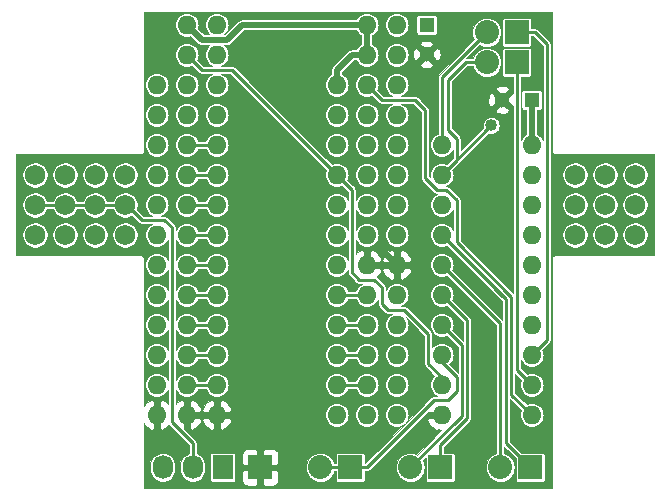
<source format=gbl>
G04 #@! TF.FileFunction,Copper,L2,Bot,Signal*
%FSLAX46Y46*%
G04 Gerber Fmt 4.6, Leading zero omitted, Abs format (unit mm)*
G04 Created by KiCad (PCBNEW 4.0.0-rc2-stable) date 31.05.2016 08:08:33*
%MOMM*%
G01*
G04 APERTURE LIST*
%ADD10C,0.100000*%
%ADD11R,1.300000X1.300000*%
%ADD12C,1.300000*%
%ADD13O,1.600000X1.600000*%
%ADD14C,1.727200*%
%ADD15R,2.032000X2.032000*%
%ADD16O,2.032000X2.032000*%
%ADD17R,1.727200X2.032000*%
%ADD18O,1.727200X2.032000*%
%ADD19C,1.016000*%
%ADD20C,0.500000*%
%ADD21C,0.250000*%
%ADD22C,0.025400*%
G04 APERTURE END LIST*
D10*
D11*
X146177000Y-78740000D03*
D12*
X146177000Y-81240000D03*
D11*
X155067000Y-85090000D03*
D12*
X152567000Y-85090000D03*
D13*
X125857000Y-78740000D03*
X125857000Y-81280000D03*
X125857000Y-83820000D03*
X125857000Y-86360000D03*
X125857000Y-88900000D03*
X125857000Y-91440000D03*
X125857000Y-93980000D03*
X125857000Y-96520000D03*
X125857000Y-99060000D03*
X125857000Y-101600000D03*
X125857000Y-104140000D03*
X125857000Y-106680000D03*
X125857000Y-109220000D03*
X125857000Y-111760000D03*
X141097000Y-111760000D03*
X141097000Y-109220000D03*
X141097000Y-106680000D03*
X141097000Y-104140000D03*
X141097000Y-101600000D03*
X141097000Y-99060000D03*
X141097000Y-96520000D03*
X141097000Y-93980000D03*
X141097000Y-91440000D03*
X141097000Y-88900000D03*
X141097000Y-86360000D03*
X141097000Y-83820000D03*
X141097000Y-81280000D03*
X141097000Y-78740000D03*
X128397000Y-78740000D03*
X128397000Y-81280000D03*
X128397000Y-83820000D03*
X128397000Y-86360000D03*
X128397000Y-88900000D03*
X128397000Y-91440000D03*
X128397000Y-93980000D03*
X128397000Y-96520000D03*
X128397000Y-99060000D03*
X128397000Y-101600000D03*
X128397000Y-104140000D03*
X128397000Y-106680000D03*
X128397000Y-109220000D03*
X128397000Y-111760000D03*
X143637000Y-111760000D03*
X143637000Y-109220000D03*
X143637000Y-106680000D03*
X143637000Y-104140000D03*
X143637000Y-101600000D03*
X143637000Y-99060000D03*
X143637000Y-96520000D03*
X143637000Y-93980000D03*
X143637000Y-91440000D03*
X143637000Y-88900000D03*
X143637000Y-86360000D03*
X143637000Y-83820000D03*
X143637000Y-81280000D03*
X143637000Y-78740000D03*
X123317000Y-83820000D03*
X123317000Y-86360000D03*
X123317000Y-88900000D03*
X123317000Y-91440000D03*
X123317000Y-93980000D03*
X123317000Y-96520000D03*
X123317000Y-99060000D03*
X123317000Y-101600000D03*
X123317000Y-104140000D03*
X123317000Y-106680000D03*
X123317000Y-109220000D03*
X123317000Y-111760000D03*
X138557000Y-111760000D03*
X138557000Y-109220000D03*
X138557000Y-106680000D03*
X138557000Y-104140000D03*
X138557000Y-101600000D03*
X138557000Y-99060000D03*
X138557000Y-96520000D03*
X138557000Y-93980000D03*
X138557000Y-91440000D03*
X138557000Y-88900000D03*
X138557000Y-86360000D03*
X138557000Y-83820000D03*
D14*
X113030000Y-91440000D03*
X113030000Y-93980000D03*
X113030000Y-96520000D03*
X158750000Y-91440000D03*
X158750000Y-93980000D03*
X158750000Y-96520000D03*
X115570000Y-91440000D03*
X115570000Y-93980000D03*
X115570000Y-96520000D03*
X118110000Y-91440000D03*
X118110000Y-93980000D03*
X118110000Y-96520000D03*
X120650000Y-91440000D03*
X120650000Y-93980000D03*
X120650000Y-96520000D03*
X161290000Y-91440000D03*
X161290000Y-93980000D03*
X161290000Y-96520000D03*
X163830000Y-91440000D03*
X163830000Y-93980000D03*
X163830000Y-96520000D03*
D15*
X139700000Y-116205000D03*
D16*
X137160000Y-116205000D03*
D15*
X147320000Y-116205000D03*
D16*
X144780000Y-116205000D03*
D15*
X154940000Y-116205000D03*
D16*
X152400000Y-116205000D03*
D15*
X153797000Y-79375000D03*
D16*
X151257000Y-79375000D03*
D15*
X153797000Y-81915000D03*
D16*
X151257000Y-81915000D03*
D13*
X147447000Y-88900000D03*
X147447000Y-91440000D03*
X147447000Y-93980000D03*
X147447000Y-96520000D03*
X147447000Y-99060000D03*
X147447000Y-101600000D03*
X147447000Y-104140000D03*
X147447000Y-106680000D03*
X147447000Y-109220000D03*
X147447000Y-111760000D03*
X155067000Y-111760000D03*
X155067000Y-109220000D03*
X155067000Y-106680000D03*
X155067000Y-104140000D03*
X155067000Y-101600000D03*
X155067000Y-99060000D03*
X155067000Y-96520000D03*
X155067000Y-93980000D03*
X155067000Y-91440000D03*
X155067000Y-88900000D03*
D17*
X128905000Y-116205000D03*
D18*
X126365000Y-116205000D03*
X123825000Y-116205000D03*
D15*
X132080000Y-116205000D03*
D19*
X145669000Y-92710000D03*
X151638000Y-87249000D03*
D20*
X141097000Y-81280000D02*
X141097000Y-78740000D01*
X141097000Y-78740000D02*
X130556000Y-78740000D01*
X127127000Y-80010000D02*
X129286000Y-80010000D01*
X125857000Y-78740000D02*
X127127000Y-80010000D01*
X130556000Y-78740000D02*
X129286000Y-80010000D01*
X138557000Y-83820000D02*
X138557000Y-82550000D01*
X139827000Y-81280000D02*
X141097000Y-81280000D01*
X138557000Y-82550000D02*
X139827000Y-81280000D01*
X155067000Y-88900000D02*
X155067000Y-85090000D01*
X138557000Y-83820000D02*
X138557000Y-82569700D01*
X128397000Y-111760000D02*
X130175000Y-111760000D01*
X132080000Y-113665000D02*
X132080000Y-116205000D01*
X130175000Y-111760000D02*
X132080000Y-113665000D01*
X143002000Y-92710000D02*
X145669000Y-92710000D01*
X143002000Y-92710000D02*
X145669000Y-92710000D01*
X142367000Y-92710000D02*
X143002000Y-92710000D01*
X142367000Y-88265000D02*
X142367000Y-92710000D01*
X142367000Y-92710000D02*
X142367000Y-97790000D01*
X141097000Y-87630000D02*
X140589000Y-87630000D01*
X140589000Y-87630000D02*
X139846600Y-86887600D01*
X141732000Y-87630000D02*
X141097000Y-87630000D01*
X142367000Y-88265000D02*
X141732000Y-87630000D01*
X146177000Y-81240000D02*
X144867000Y-82550000D01*
X139846600Y-86887600D02*
X139846600Y-83293300D01*
X139846600Y-83293300D02*
X140589900Y-82550000D01*
X140589900Y-82550000D02*
X144867000Y-82550000D01*
X142367000Y-97790000D02*
X143637000Y-99060000D01*
X143637000Y-99060000D02*
X141097000Y-99060000D01*
X128397000Y-111760000D02*
X125857000Y-111760000D01*
D21*
X125857000Y-88900000D02*
X128397000Y-88900000D01*
X146321700Y-105791000D02*
X146321700Y-104919700D01*
X146321700Y-104919700D02*
X144272000Y-102870000D01*
X146321700Y-105791000D02*
X146321700Y-107459700D01*
X147447000Y-108585000D02*
X146321700Y-107459700D01*
X147447000Y-109220000D02*
X147447000Y-108585000D01*
X144272000Y-102870000D02*
X143994400Y-102870000D01*
X142875000Y-102870000D02*
X143994400Y-102870000D01*
X142367000Y-102362000D02*
X142875000Y-102870000D01*
X142367000Y-100965000D02*
X142367000Y-102362000D01*
X141732000Y-100330000D02*
X142367000Y-100965000D01*
X140462000Y-100330000D02*
X141732000Y-100330000D01*
X139827000Y-99695000D02*
X140462000Y-100330000D01*
X139827000Y-92710000D02*
X139827000Y-99695000D01*
X138557000Y-91440000D02*
X139827000Y-92710000D01*
X138557000Y-91440000D02*
X129667000Y-82550000D01*
X129667000Y-82550000D02*
X127127000Y-82550000D01*
X127127000Y-82550000D02*
X125857000Y-81280000D01*
X125857000Y-91440000D02*
X128397000Y-91440000D01*
X125857000Y-93980000D02*
X128397000Y-93980000D01*
X125857000Y-96520000D02*
X128397000Y-96520000D01*
X125857000Y-99060000D02*
X128397000Y-99060000D01*
X125857000Y-101600000D02*
X128397000Y-101600000D01*
X125857000Y-104140000D02*
X128397000Y-104140000D01*
X125857000Y-106680000D02*
X128397000Y-106680000D01*
X125857000Y-109220000D02*
X128397000Y-109220000D01*
X141097000Y-109220000D02*
X138557000Y-109220000D01*
X141097000Y-106680000D02*
X138557000Y-106680000D01*
X141097000Y-104140000D02*
X138557000Y-104140000D01*
X141097000Y-101600000D02*
X138557000Y-101600000D01*
X147066000Y-92710000D02*
X147828000Y-92710000D01*
X147828000Y-92710000D02*
X148717000Y-93599000D01*
X147066000Y-92710000D02*
X146050000Y-91694000D01*
X148717000Y-94234000D02*
X148717000Y-93599000D01*
X148717000Y-96266000D02*
X148717000Y-94234000D01*
X153346600Y-103632000D02*
X153346600Y-101783202D01*
X148717000Y-97153602D02*
X148717000Y-96266000D01*
X153346600Y-101783202D02*
X148717000Y-97153602D01*
X153346600Y-107696000D02*
X153346600Y-110039600D01*
X153346600Y-110039600D02*
X155067000Y-111760000D01*
X153346600Y-107696000D02*
X153346600Y-103632000D01*
X145161000Y-85090000D02*
X144272000Y-85090000D01*
X146050000Y-85979000D02*
X145161000Y-85090000D01*
X146050000Y-91694000D02*
X146050000Y-85979000D01*
X142367000Y-85090000D02*
X141097000Y-83820000D01*
X144272000Y-85090000D02*
X142367000Y-85090000D01*
X147447000Y-91440000D02*
X151638000Y-87249000D01*
X151257000Y-81915000D02*
X149479000Y-81915000D01*
X148717000Y-90170000D02*
X147447000Y-91440000D01*
X148717000Y-88392000D02*
X148717000Y-90170000D01*
X147955000Y-87630000D02*
X148717000Y-88392000D01*
X147955000Y-83439000D02*
X147955000Y-87630000D01*
X149479000Y-81915000D02*
X147955000Y-83439000D01*
X152896598Y-111379000D02*
X152896598Y-114161598D01*
X152896598Y-114161598D02*
X154940000Y-116205000D01*
X152896598Y-101969598D02*
X147447000Y-96520000D01*
X152896598Y-111379000D02*
X152896598Y-101969598D01*
X152596002Y-101669002D02*
X147447000Y-96520000D01*
X152400000Y-116205000D02*
X152400000Y-104013000D01*
X152400000Y-104013000D02*
X147447000Y-99060000D01*
X152146000Y-103759000D02*
X147447000Y-99060000D01*
X151257000Y-102870000D02*
X147447000Y-99060000D01*
X147320000Y-116205000D02*
X147320000Y-114301398D01*
X149617004Y-112004394D02*
X149617004Y-103770004D01*
X147320000Y-114301398D02*
X149617004Y-112004394D01*
X149617004Y-103770004D02*
X147447000Y-101600000D01*
X149617004Y-111125000D02*
X149617004Y-103770004D01*
X149476300Y-103629300D02*
X147447000Y-101600000D01*
X149167002Y-110617000D02*
X149167002Y-111817998D01*
X149167002Y-111817998D02*
X144780000Y-116205000D01*
X148971000Y-112014000D02*
X144780000Y-116205000D01*
X149167002Y-105860002D02*
X147447000Y-104140000D01*
X149167002Y-111252000D02*
X149167002Y-110617000D01*
X149167002Y-110617000D02*
X149167002Y-105860002D01*
X139700000Y-116205000D02*
X137160000Y-116205000D01*
X139700000Y-116205000D02*
X141097000Y-116205000D01*
X148717000Y-108585000D02*
X147447000Y-107315000D01*
X147447000Y-110490000D02*
X147955000Y-110490000D01*
X147955000Y-110490000D02*
X148717000Y-109728000D01*
X148717000Y-109728000D02*
X148717000Y-109220000D01*
X146812000Y-110490000D02*
X147447000Y-110490000D01*
X148717000Y-109220000D02*
X148717000Y-108585000D01*
X141097000Y-116205000D02*
X146812000Y-110490000D01*
X147447000Y-107315000D02*
X147447000Y-106680000D01*
X147447000Y-83185000D02*
X147447000Y-88900000D01*
X151257000Y-79375000D02*
X147447000Y-83185000D01*
X126365000Y-116205000D02*
X126365000Y-114173000D01*
X126365000Y-114173000D02*
X124587000Y-112395000D01*
X115570000Y-93980000D02*
X113030000Y-93980000D01*
X118110000Y-93980000D02*
X115570000Y-93980000D01*
X120650000Y-93980000D02*
X118110000Y-93980000D01*
X124587000Y-112395000D02*
X124587000Y-110998000D01*
X124587000Y-99949000D02*
X124587000Y-95885000D01*
X124587000Y-99949000D02*
X124587000Y-110998000D01*
X124587000Y-95885000D02*
X123952000Y-95250000D01*
X123952000Y-95250000D02*
X122047000Y-95250000D01*
X122047000Y-95250000D02*
X120777000Y-93980000D01*
X153797000Y-79375000D02*
X155321000Y-79375000D01*
X156337000Y-105410000D02*
X155067000Y-106680000D01*
X156337000Y-80391000D02*
X156337000Y-105410000D01*
X155321000Y-79375000D02*
X156337000Y-80391000D01*
X153797000Y-105537000D02*
X153797000Y-107950000D01*
X153797000Y-107950000D02*
X155067000Y-109220000D01*
X153797000Y-81915000D02*
X153797000Y-105537000D01*
D22*
G36*
X156808100Y-89535000D02*
X156809607Y-89550370D01*
X156811003Y-89565712D01*
X156811165Y-89566262D01*
X156811221Y-89566835D01*
X156815690Y-89581636D01*
X156820035Y-89596398D01*
X156820301Y-89596906D01*
X156820467Y-89597457D01*
X156827703Y-89611066D01*
X156834854Y-89624746D01*
X156835215Y-89625195D01*
X156835484Y-89625701D01*
X156845244Y-89637668D01*
X156854898Y-89649675D01*
X156855336Y-89650043D01*
X156855701Y-89650490D01*
X156867621Y-89660351D01*
X156879402Y-89670236D01*
X156879905Y-89670513D01*
X156880348Y-89670879D01*
X156893923Y-89678219D01*
X156907433Y-89685646D01*
X156907980Y-89685820D01*
X156908486Y-89686093D01*
X156923222Y-89690655D01*
X156937923Y-89695318D01*
X156938494Y-89695382D01*
X156939043Y-89695552D01*
X156954385Y-89697165D01*
X156969712Y-89698884D01*
X156970815Y-89698892D01*
X156970856Y-89698896D01*
X156970897Y-89698892D01*
X156972000Y-89698900D01*
X165444100Y-89698900D01*
X165444100Y-98261100D01*
X156972000Y-98261100D01*
X156956630Y-98262607D01*
X156941288Y-98264003D01*
X156940738Y-98264165D01*
X156940165Y-98264221D01*
X156925364Y-98268690D01*
X156910602Y-98273035D01*
X156910094Y-98273301D01*
X156909543Y-98273467D01*
X156895934Y-98280703D01*
X156882254Y-98287854D01*
X156881805Y-98288215D01*
X156881299Y-98288484D01*
X156869332Y-98298244D01*
X156857325Y-98307898D01*
X156856957Y-98308336D01*
X156856510Y-98308701D01*
X156846649Y-98320621D01*
X156836764Y-98332402D01*
X156836487Y-98332905D01*
X156836121Y-98333348D01*
X156828781Y-98346923D01*
X156821354Y-98360433D01*
X156821180Y-98360980D01*
X156820907Y-98361486D01*
X156816345Y-98376222D01*
X156811682Y-98390923D01*
X156811618Y-98391494D01*
X156811448Y-98392043D01*
X156809835Y-98407385D01*
X156808116Y-98422712D01*
X156808108Y-98423815D01*
X156808104Y-98423856D01*
X156808108Y-98423897D01*
X156808100Y-98425000D01*
X156808100Y-117946100D01*
X122210900Y-117946100D01*
X122210900Y-116046655D01*
X122748700Y-116046655D01*
X122748700Y-116363345D01*
X122769198Y-116572399D01*
X122829911Y-116773491D01*
X122928527Y-116958960D01*
X123061289Y-117121743D01*
X123223141Y-117255638D01*
X123407917Y-117355546D01*
X123608580Y-117417662D01*
X123817486Y-117439619D01*
X124026679Y-117420581D01*
X124228189Y-117361273D01*
X124414342Y-117263954D01*
X124578048Y-117132332D01*
X124713070Y-116971419D01*
X124814265Y-116787345D01*
X124877780Y-116587120D01*
X124901195Y-116378372D01*
X124901300Y-116363345D01*
X124901300Y-116046655D01*
X124880802Y-115837601D01*
X124820089Y-115636509D01*
X124721473Y-115451040D01*
X124588711Y-115288257D01*
X124426859Y-115154362D01*
X124242083Y-115054454D01*
X124041420Y-114992338D01*
X123832514Y-114970381D01*
X123623321Y-114989419D01*
X123421811Y-115048727D01*
X123235658Y-115146046D01*
X123071952Y-115277668D01*
X122936930Y-115438581D01*
X122835735Y-115622655D01*
X122772220Y-115822880D01*
X122748805Y-116031628D01*
X122748700Y-116046655D01*
X122210900Y-116046655D01*
X122210900Y-112470960D01*
X122258400Y-112549709D01*
X122432805Y-112741058D01*
X122641189Y-112894705D01*
X122875544Y-113004746D01*
X123075700Y-112928305D01*
X123075700Y-112001300D01*
X123055700Y-112001300D01*
X123055700Y-111518700D01*
X123075700Y-111518700D01*
X123075700Y-110591695D01*
X122875544Y-110515254D01*
X122641189Y-110625295D01*
X122432805Y-110778942D01*
X122258400Y-110970291D01*
X122210900Y-111049040D01*
X122210900Y-98425000D01*
X122209393Y-98409630D01*
X122207997Y-98394288D01*
X122207835Y-98393738D01*
X122207779Y-98393165D01*
X122203310Y-98378364D01*
X122198965Y-98363602D01*
X122198699Y-98363094D01*
X122198533Y-98362543D01*
X122191297Y-98348934D01*
X122184146Y-98335254D01*
X122183785Y-98334805D01*
X122183516Y-98334299D01*
X122173756Y-98322332D01*
X122164102Y-98310325D01*
X122163664Y-98309957D01*
X122163299Y-98309510D01*
X122151379Y-98299649D01*
X122139598Y-98289764D01*
X122139095Y-98289487D01*
X122138652Y-98289121D01*
X122125077Y-98281781D01*
X122111567Y-98274354D01*
X122111020Y-98274180D01*
X122110514Y-98273907D01*
X122095778Y-98269345D01*
X122081077Y-98264682D01*
X122080506Y-98264618D01*
X122079957Y-98264448D01*
X122064615Y-98262835D01*
X122049288Y-98261116D01*
X122048185Y-98261108D01*
X122048144Y-98261104D01*
X122048103Y-98261108D01*
X122047000Y-98261100D01*
X111415900Y-98261100D01*
X111415900Y-96610498D01*
X111952285Y-96610498D01*
X111990388Y-96818104D01*
X112068089Y-97014355D01*
X112182429Y-97191776D01*
X112329053Y-97343610D01*
X112502376Y-97464072D01*
X112695796Y-97548575D01*
X112901945Y-97593900D01*
X113112972Y-97598321D01*
X113320839Y-97561668D01*
X113517628Y-97485339D01*
X113695843Y-97372240D01*
X113848696Y-97226680D01*
X113970366Y-97054202D01*
X114056217Y-96861377D01*
X114102980Y-96655549D01*
X114103608Y-96610498D01*
X114492285Y-96610498D01*
X114530388Y-96818104D01*
X114608089Y-97014355D01*
X114722429Y-97191776D01*
X114869053Y-97343610D01*
X115042376Y-97464072D01*
X115235796Y-97548575D01*
X115441945Y-97593900D01*
X115652972Y-97598321D01*
X115860839Y-97561668D01*
X116057628Y-97485339D01*
X116235843Y-97372240D01*
X116388696Y-97226680D01*
X116510366Y-97054202D01*
X116596217Y-96861377D01*
X116642980Y-96655549D01*
X116643608Y-96610498D01*
X117032285Y-96610498D01*
X117070388Y-96818104D01*
X117148089Y-97014355D01*
X117262429Y-97191776D01*
X117409053Y-97343610D01*
X117582376Y-97464072D01*
X117775796Y-97548575D01*
X117981945Y-97593900D01*
X118192972Y-97598321D01*
X118400839Y-97561668D01*
X118597628Y-97485339D01*
X118775843Y-97372240D01*
X118928696Y-97226680D01*
X119050366Y-97054202D01*
X119136217Y-96861377D01*
X119182980Y-96655549D01*
X119183608Y-96610498D01*
X119572285Y-96610498D01*
X119610388Y-96818104D01*
X119688089Y-97014355D01*
X119802429Y-97191776D01*
X119949053Y-97343610D01*
X120122376Y-97464072D01*
X120315796Y-97548575D01*
X120521945Y-97593900D01*
X120732972Y-97598321D01*
X120940839Y-97561668D01*
X121137628Y-97485339D01*
X121315843Y-97372240D01*
X121468696Y-97226680D01*
X121590366Y-97054202D01*
X121676217Y-96861377D01*
X121722980Y-96655549D01*
X121726346Y-96414463D01*
X121685349Y-96207410D01*
X121604915Y-96012263D01*
X121488109Y-95836455D01*
X121339379Y-95686684D01*
X121164391Y-95568653D01*
X120969811Y-95486859D01*
X120763048Y-95444417D01*
X120551980Y-95442943D01*
X120344645Y-95482494D01*
X120148942Y-95561564D01*
X119972323Y-95677140D01*
X119821517Y-95824820D01*
X119702267Y-95998980D01*
X119619117Y-96192985D01*
X119575232Y-96399445D01*
X119572285Y-96610498D01*
X119183608Y-96610498D01*
X119186346Y-96414463D01*
X119145349Y-96207410D01*
X119064915Y-96012263D01*
X118948109Y-95836455D01*
X118799379Y-95686684D01*
X118624391Y-95568653D01*
X118429811Y-95486859D01*
X118223048Y-95444417D01*
X118011980Y-95442943D01*
X117804645Y-95482494D01*
X117608942Y-95561564D01*
X117432323Y-95677140D01*
X117281517Y-95824820D01*
X117162267Y-95998980D01*
X117079117Y-96192985D01*
X117035232Y-96399445D01*
X117032285Y-96610498D01*
X116643608Y-96610498D01*
X116646346Y-96414463D01*
X116605349Y-96207410D01*
X116524915Y-96012263D01*
X116408109Y-95836455D01*
X116259379Y-95686684D01*
X116084391Y-95568653D01*
X115889811Y-95486859D01*
X115683048Y-95444417D01*
X115471980Y-95442943D01*
X115264645Y-95482494D01*
X115068942Y-95561564D01*
X114892323Y-95677140D01*
X114741517Y-95824820D01*
X114622267Y-95998980D01*
X114539117Y-96192985D01*
X114495232Y-96399445D01*
X114492285Y-96610498D01*
X114103608Y-96610498D01*
X114106346Y-96414463D01*
X114065349Y-96207410D01*
X113984915Y-96012263D01*
X113868109Y-95836455D01*
X113719379Y-95686684D01*
X113544391Y-95568653D01*
X113349811Y-95486859D01*
X113143048Y-95444417D01*
X112931980Y-95442943D01*
X112724645Y-95482494D01*
X112528942Y-95561564D01*
X112352323Y-95677140D01*
X112201517Y-95824820D01*
X112082267Y-95998980D01*
X111999117Y-96192985D01*
X111955232Y-96399445D01*
X111952285Y-96610498D01*
X111415900Y-96610498D01*
X111415900Y-94070498D01*
X111952285Y-94070498D01*
X111990388Y-94278104D01*
X112068089Y-94474355D01*
X112182429Y-94651776D01*
X112329053Y-94803610D01*
X112502376Y-94924072D01*
X112695796Y-95008575D01*
X112901945Y-95053900D01*
X113112972Y-95058321D01*
X113320839Y-95021668D01*
X113517628Y-94945339D01*
X113695843Y-94832240D01*
X113848696Y-94686680D01*
X113970366Y-94514202D01*
X114056217Y-94321377D01*
X114057052Y-94317700D01*
X114546065Y-94317700D01*
X114608089Y-94474355D01*
X114722429Y-94651776D01*
X114869053Y-94803610D01*
X115042376Y-94924072D01*
X115235796Y-95008575D01*
X115441945Y-95053900D01*
X115652972Y-95058321D01*
X115860839Y-95021668D01*
X116057628Y-94945339D01*
X116235843Y-94832240D01*
X116388696Y-94686680D01*
X116510366Y-94514202D01*
X116596217Y-94321377D01*
X116597052Y-94317700D01*
X117086065Y-94317700D01*
X117148089Y-94474355D01*
X117262429Y-94651776D01*
X117409053Y-94803610D01*
X117582376Y-94924072D01*
X117775796Y-95008575D01*
X117981945Y-95053900D01*
X118192972Y-95058321D01*
X118400839Y-95021668D01*
X118597628Y-94945339D01*
X118775843Y-94832240D01*
X118928696Y-94686680D01*
X119050366Y-94514202D01*
X119136217Y-94321377D01*
X119137052Y-94317700D01*
X119626065Y-94317700D01*
X119688089Y-94474355D01*
X119802429Y-94651776D01*
X119949053Y-94803610D01*
X120122376Y-94924072D01*
X120315796Y-95008575D01*
X120521945Y-95053900D01*
X120732972Y-95058321D01*
X120940839Y-95021668D01*
X121137628Y-94945339D01*
X121215402Y-94895982D01*
X121808210Y-95488790D01*
X121832352Y-95508621D01*
X121856211Y-95528641D01*
X121857765Y-95529495D01*
X121859139Y-95530624D01*
X121886627Y-95545362D01*
X121913966Y-95560392D01*
X121915662Y-95560930D01*
X121917223Y-95561767D01*
X121947062Y-95570891D01*
X121976788Y-95580320D01*
X121978547Y-95580517D01*
X121980250Y-95581038D01*
X122011339Y-95584196D01*
X122042285Y-95587667D01*
X122045755Y-95587691D01*
X122045821Y-95587698D01*
X122045883Y-95587692D01*
X122047000Y-95587700D01*
X122918690Y-95587700D01*
X122751680Y-95676501D01*
X122598517Y-95801418D01*
X122472534Y-95953705D01*
X122378529Y-96127563D01*
X122320084Y-96316368D01*
X122299425Y-96512930D01*
X122317338Y-96709761D01*
X122373141Y-96899364D01*
X122464709Y-97074517D01*
X122588554Y-97228549D01*
X122739958Y-97355592D01*
X122913155Y-97450808D01*
X123101548Y-97510570D01*
X123297960Y-97532601D01*
X123312100Y-97532700D01*
X123321900Y-97532700D01*
X123518601Y-97513413D01*
X123707810Y-97456288D01*
X123882320Y-97363499D01*
X124035483Y-97238582D01*
X124161466Y-97086295D01*
X124249300Y-96923850D01*
X124249300Y-98658526D01*
X124169291Y-98505483D01*
X124045446Y-98351451D01*
X123894042Y-98224408D01*
X123720845Y-98129192D01*
X123532452Y-98069430D01*
X123336040Y-98047399D01*
X123321900Y-98047300D01*
X123312100Y-98047300D01*
X123115399Y-98066587D01*
X122926190Y-98123712D01*
X122751680Y-98216501D01*
X122598517Y-98341418D01*
X122472534Y-98493705D01*
X122378529Y-98667563D01*
X122320084Y-98856368D01*
X122299425Y-99052930D01*
X122317338Y-99249761D01*
X122373141Y-99439364D01*
X122464709Y-99614517D01*
X122588554Y-99768549D01*
X122739958Y-99895592D01*
X122913155Y-99990808D01*
X123101548Y-100050570D01*
X123297960Y-100072601D01*
X123312100Y-100072700D01*
X123321900Y-100072700D01*
X123518601Y-100053413D01*
X123707810Y-99996288D01*
X123882320Y-99903499D01*
X124035483Y-99778582D01*
X124161466Y-99626295D01*
X124249300Y-99463850D01*
X124249300Y-101198526D01*
X124169291Y-101045483D01*
X124045446Y-100891451D01*
X123894042Y-100764408D01*
X123720845Y-100669192D01*
X123532452Y-100609430D01*
X123336040Y-100587399D01*
X123321900Y-100587300D01*
X123312100Y-100587300D01*
X123115399Y-100606587D01*
X122926190Y-100663712D01*
X122751680Y-100756501D01*
X122598517Y-100881418D01*
X122472534Y-101033705D01*
X122378529Y-101207563D01*
X122320084Y-101396368D01*
X122299425Y-101592930D01*
X122317338Y-101789761D01*
X122373141Y-101979364D01*
X122464709Y-102154517D01*
X122588554Y-102308549D01*
X122739958Y-102435592D01*
X122913155Y-102530808D01*
X123101548Y-102590570D01*
X123297960Y-102612601D01*
X123312100Y-102612700D01*
X123321900Y-102612700D01*
X123518601Y-102593413D01*
X123707810Y-102536288D01*
X123882320Y-102443499D01*
X124035483Y-102318582D01*
X124161466Y-102166295D01*
X124249300Y-102003850D01*
X124249300Y-103738526D01*
X124169291Y-103585483D01*
X124045446Y-103431451D01*
X123894042Y-103304408D01*
X123720845Y-103209192D01*
X123532452Y-103149430D01*
X123336040Y-103127399D01*
X123321900Y-103127300D01*
X123312100Y-103127300D01*
X123115399Y-103146587D01*
X122926190Y-103203712D01*
X122751680Y-103296501D01*
X122598517Y-103421418D01*
X122472534Y-103573705D01*
X122378529Y-103747563D01*
X122320084Y-103936368D01*
X122299425Y-104132930D01*
X122317338Y-104329761D01*
X122373141Y-104519364D01*
X122464709Y-104694517D01*
X122588554Y-104848549D01*
X122739958Y-104975592D01*
X122913155Y-105070808D01*
X123101548Y-105130570D01*
X123297960Y-105152601D01*
X123312100Y-105152700D01*
X123321900Y-105152700D01*
X123518601Y-105133413D01*
X123707810Y-105076288D01*
X123882320Y-104983499D01*
X124035483Y-104858582D01*
X124161466Y-104706295D01*
X124249300Y-104543850D01*
X124249300Y-106278526D01*
X124169291Y-106125483D01*
X124045446Y-105971451D01*
X123894042Y-105844408D01*
X123720845Y-105749192D01*
X123532452Y-105689430D01*
X123336040Y-105667399D01*
X123321900Y-105667300D01*
X123312100Y-105667300D01*
X123115399Y-105686587D01*
X122926190Y-105743712D01*
X122751680Y-105836501D01*
X122598517Y-105961418D01*
X122472534Y-106113705D01*
X122378529Y-106287563D01*
X122320084Y-106476368D01*
X122299425Y-106672930D01*
X122317338Y-106869761D01*
X122373141Y-107059364D01*
X122464709Y-107234517D01*
X122588554Y-107388549D01*
X122739958Y-107515592D01*
X122913155Y-107610808D01*
X123101548Y-107670570D01*
X123297960Y-107692601D01*
X123312100Y-107692700D01*
X123321900Y-107692700D01*
X123518601Y-107673413D01*
X123707810Y-107616288D01*
X123882320Y-107523499D01*
X124035483Y-107398582D01*
X124161466Y-107246295D01*
X124249300Y-107083850D01*
X124249300Y-108818526D01*
X124169291Y-108665483D01*
X124045446Y-108511451D01*
X123894042Y-108384408D01*
X123720845Y-108289192D01*
X123532452Y-108229430D01*
X123336040Y-108207399D01*
X123321900Y-108207300D01*
X123312100Y-108207300D01*
X123115399Y-108226587D01*
X122926190Y-108283712D01*
X122751680Y-108376501D01*
X122598517Y-108501418D01*
X122472534Y-108653705D01*
X122378529Y-108827563D01*
X122320084Y-109016368D01*
X122299425Y-109212930D01*
X122317338Y-109409761D01*
X122373141Y-109599364D01*
X122464709Y-109774517D01*
X122588554Y-109928549D01*
X122739958Y-110055592D01*
X122913155Y-110150808D01*
X123101548Y-110210570D01*
X123297960Y-110232601D01*
X123312100Y-110232700D01*
X123321900Y-110232700D01*
X123518601Y-110213413D01*
X123707810Y-110156288D01*
X123882320Y-110063499D01*
X124035483Y-109938582D01*
X124161466Y-109786295D01*
X124249300Y-109623850D01*
X124249300Y-110831721D01*
X124201195Y-110778942D01*
X123992811Y-110625295D01*
X123758456Y-110515254D01*
X123558300Y-110591695D01*
X123558300Y-111518700D01*
X123578300Y-111518700D01*
X123578300Y-112001300D01*
X123558300Y-112001300D01*
X123558300Y-112928305D01*
X123758456Y-113004746D01*
X123992811Y-112894705D01*
X124201195Y-112741058D01*
X124324874Y-112605363D01*
X124325441Y-112606058D01*
X124344899Y-112630433D01*
X124347338Y-112632906D01*
X124347378Y-112632955D01*
X124347424Y-112632993D01*
X124348210Y-112633790D01*
X126027300Y-114312880D01*
X126027300Y-115029452D01*
X125961811Y-115048727D01*
X125775658Y-115146046D01*
X125611952Y-115277668D01*
X125476930Y-115438581D01*
X125375735Y-115622655D01*
X125312220Y-115822880D01*
X125288805Y-116031628D01*
X125288700Y-116046655D01*
X125288700Y-116363345D01*
X125309198Y-116572399D01*
X125369911Y-116773491D01*
X125468527Y-116958960D01*
X125601289Y-117121743D01*
X125763141Y-117255638D01*
X125947917Y-117355546D01*
X126148580Y-117417662D01*
X126357486Y-117439619D01*
X126566679Y-117420581D01*
X126768189Y-117361273D01*
X126954342Y-117263954D01*
X127118048Y-117132332D01*
X127253070Y-116971419D01*
X127354265Y-116787345D01*
X127417780Y-116587120D01*
X127441195Y-116378372D01*
X127441300Y-116363345D01*
X127441300Y-116046655D01*
X127420802Y-115837601D01*
X127360089Y-115636509D01*
X127261473Y-115451040D01*
X127128711Y-115288257D01*
X127008730Y-115189000D01*
X127827671Y-115189000D01*
X127827671Y-117221000D01*
X127830372Y-117254872D01*
X127848163Y-117312322D01*
X127881255Y-117362541D01*
X127927028Y-117401552D01*
X127981857Y-117426267D01*
X128041400Y-117434729D01*
X129768600Y-117434729D01*
X129802472Y-117432028D01*
X129859922Y-117414237D01*
X129910141Y-117381145D01*
X129949152Y-117335372D01*
X129973867Y-117280543D01*
X129982329Y-117221000D01*
X129982329Y-116576475D01*
X130543300Y-116576475D01*
X130543300Y-117272285D01*
X130563310Y-117372883D01*
X130602562Y-117467644D01*
X130659546Y-117552927D01*
X130732073Y-117625454D01*
X130817356Y-117682439D01*
X130912118Y-117721690D01*
X131012716Y-117741700D01*
X131708525Y-117741700D01*
X131838700Y-117611525D01*
X131838700Y-116446300D01*
X132321300Y-116446300D01*
X132321300Y-117611525D01*
X132451475Y-117741700D01*
X133147284Y-117741700D01*
X133247882Y-117721690D01*
X133342644Y-117682439D01*
X133427927Y-117625454D01*
X133500454Y-117552927D01*
X133557438Y-117467644D01*
X133596690Y-117372883D01*
X133616700Y-117272285D01*
X133616700Y-116576475D01*
X133486525Y-116446300D01*
X132321300Y-116446300D01*
X131838700Y-116446300D01*
X130673475Y-116446300D01*
X130543300Y-116576475D01*
X129982329Y-116576475D01*
X129982329Y-115189000D01*
X129979628Y-115155128D01*
X129974236Y-115137715D01*
X130543300Y-115137715D01*
X130543300Y-115833525D01*
X130673475Y-115963700D01*
X131838700Y-115963700D01*
X131838700Y-114798475D01*
X132321300Y-114798475D01*
X132321300Y-115963700D01*
X133486525Y-115963700D01*
X133616700Y-115833525D01*
X133616700Y-115137715D01*
X133596690Y-115037117D01*
X133557438Y-114942356D01*
X133500454Y-114857073D01*
X133427927Y-114784546D01*
X133342644Y-114727561D01*
X133247882Y-114688310D01*
X133147284Y-114668300D01*
X132451475Y-114668300D01*
X132321300Y-114798475D01*
X131838700Y-114798475D01*
X131708525Y-114668300D01*
X131012716Y-114668300D01*
X130912118Y-114688310D01*
X130817356Y-114727561D01*
X130732073Y-114784546D01*
X130659546Y-114857073D01*
X130602562Y-114942356D01*
X130563310Y-115037117D01*
X130543300Y-115137715D01*
X129974236Y-115137715D01*
X129961837Y-115097678D01*
X129928745Y-115047459D01*
X129882972Y-115008448D01*
X129828143Y-114983733D01*
X129768600Y-114975271D01*
X128041400Y-114975271D01*
X128007528Y-114977972D01*
X127950078Y-114995763D01*
X127899859Y-115028855D01*
X127860848Y-115074628D01*
X127836133Y-115129457D01*
X127827671Y-115189000D01*
X127008730Y-115189000D01*
X126966859Y-115154362D01*
X126782083Y-115054454D01*
X126702700Y-115029881D01*
X126702700Y-114173000D01*
X126699651Y-114141904D01*
X126696937Y-114110879D01*
X126696443Y-114109177D01*
X126696269Y-114107407D01*
X126687254Y-114077550D01*
X126678550Y-114047589D01*
X126677731Y-114046009D01*
X126677219Y-114044313D01*
X126662577Y-114016775D01*
X126648219Y-113989076D01*
X126647113Y-113987691D01*
X126646278Y-113986120D01*
X126626539Y-113961918D01*
X126607101Y-113937568D01*
X126604664Y-113935096D01*
X126604622Y-113935045D01*
X126604575Y-113935006D01*
X126603790Y-113934210D01*
X125602808Y-112933228D01*
X125615700Y-112928305D01*
X125615700Y-112001300D01*
X126098300Y-112001300D01*
X126098300Y-112928305D01*
X126298456Y-113004746D01*
X126532811Y-112894705D01*
X126741195Y-112741058D01*
X126915600Y-112549709D01*
X127049324Y-112328012D01*
X127101735Y-112201454D01*
X127152265Y-112201454D01*
X127204676Y-112328012D01*
X127338400Y-112549709D01*
X127512805Y-112741058D01*
X127721189Y-112894705D01*
X127955544Y-113004746D01*
X128155700Y-112928305D01*
X128155700Y-112001300D01*
X128638300Y-112001300D01*
X128638300Y-112928305D01*
X128838456Y-113004746D01*
X129072811Y-112894705D01*
X129281195Y-112741058D01*
X129455600Y-112549709D01*
X129589324Y-112328012D01*
X129641735Y-112201454D01*
X129562815Y-112001300D01*
X128638300Y-112001300D01*
X128155700Y-112001300D01*
X127231185Y-112001300D01*
X127152265Y-112201454D01*
X127101735Y-112201454D01*
X127022815Y-112001300D01*
X126098300Y-112001300D01*
X125615700Y-112001300D01*
X125595700Y-112001300D01*
X125595700Y-111752930D01*
X137539425Y-111752930D01*
X137557338Y-111949761D01*
X137613141Y-112139364D01*
X137704709Y-112314517D01*
X137828554Y-112468549D01*
X137979958Y-112595592D01*
X138153155Y-112690808D01*
X138341548Y-112750570D01*
X138537960Y-112772601D01*
X138552100Y-112772700D01*
X138561900Y-112772700D01*
X138758601Y-112753413D01*
X138947810Y-112696288D01*
X139122320Y-112603499D01*
X139275483Y-112478582D01*
X139401466Y-112326295D01*
X139495471Y-112152437D01*
X139553916Y-111963632D01*
X139574575Y-111767070D01*
X139573289Y-111752930D01*
X140079425Y-111752930D01*
X140097338Y-111949761D01*
X140153141Y-112139364D01*
X140244709Y-112314517D01*
X140368554Y-112468549D01*
X140519958Y-112595592D01*
X140693155Y-112690808D01*
X140881548Y-112750570D01*
X141077960Y-112772601D01*
X141092100Y-112772700D01*
X141101900Y-112772700D01*
X141298601Y-112753413D01*
X141487810Y-112696288D01*
X141662320Y-112603499D01*
X141815483Y-112478582D01*
X141941466Y-112326295D01*
X142035471Y-112152437D01*
X142093916Y-111963632D01*
X142114575Y-111767070D01*
X142096662Y-111570239D01*
X142040859Y-111380636D01*
X141949291Y-111205483D01*
X141825446Y-111051451D01*
X141674042Y-110924408D01*
X141500845Y-110829192D01*
X141312452Y-110769430D01*
X141116040Y-110747399D01*
X141101900Y-110747300D01*
X141092100Y-110747300D01*
X140895399Y-110766587D01*
X140706190Y-110823712D01*
X140531680Y-110916501D01*
X140378517Y-111041418D01*
X140252534Y-111193705D01*
X140158529Y-111367563D01*
X140100084Y-111556368D01*
X140079425Y-111752930D01*
X139573289Y-111752930D01*
X139556662Y-111570239D01*
X139500859Y-111380636D01*
X139409291Y-111205483D01*
X139285446Y-111051451D01*
X139134042Y-110924408D01*
X138960845Y-110829192D01*
X138772452Y-110769430D01*
X138576040Y-110747399D01*
X138561900Y-110747300D01*
X138552100Y-110747300D01*
X138355399Y-110766587D01*
X138166190Y-110823712D01*
X137991680Y-110916501D01*
X137838517Y-111041418D01*
X137712534Y-111193705D01*
X137618529Y-111367563D01*
X137560084Y-111556368D01*
X137539425Y-111752930D01*
X125595700Y-111752930D01*
X125595700Y-111518700D01*
X125615700Y-111518700D01*
X125615700Y-110591695D01*
X126098300Y-110591695D01*
X126098300Y-111518700D01*
X127022815Y-111518700D01*
X127101735Y-111318546D01*
X127152265Y-111318546D01*
X127231185Y-111518700D01*
X128155700Y-111518700D01*
X128155700Y-110591695D01*
X128638300Y-110591695D01*
X128638300Y-111518700D01*
X129562815Y-111518700D01*
X129641735Y-111318546D01*
X129589324Y-111191988D01*
X129455600Y-110970291D01*
X129281195Y-110778942D01*
X129072811Y-110625295D01*
X128838456Y-110515254D01*
X128638300Y-110591695D01*
X128155700Y-110591695D01*
X127955544Y-110515254D01*
X127721189Y-110625295D01*
X127512805Y-110778942D01*
X127338400Y-110970291D01*
X127204676Y-111191988D01*
X127152265Y-111318546D01*
X127101735Y-111318546D01*
X127049324Y-111191988D01*
X126915600Y-110970291D01*
X126741195Y-110778942D01*
X126532811Y-110625295D01*
X126298456Y-110515254D01*
X126098300Y-110591695D01*
X125615700Y-110591695D01*
X125415544Y-110515254D01*
X125181189Y-110625295D01*
X124972805Y-110778942D01*
X124924700Y-110831721D01*
X124924700Y-109621474D01*
X125004709Y-109774517D01*
X125128554Y-109928549D01*
X125279958Y-110055592D01*
X125453155Y-110150808D01*
X125641548Y-110210570D01*
X125837960Y-110232601D01*
X125852100Y-110232700D01*
X125861900Y-110232700D01*
X126058601Y-110213413D01*
X126247810Y-110156288D01*
X126422320Y-110063499D01*
X126575483Y-109938582D01*
X126701466Y-109786295D01*
X126795471Y-109612437D01*
X126812415Y-109557700D01*
X127440879Y-109557700D01*
X127453141Y-109599364D01*
X127544709Y-109774517D01*
X127668554Y-109928549D01*
X127819958Y-110055592D01*
X127993155Y-110150808D01*
X128181548Y-110210570D01*
X128377960Y-110232601D01*
X128392100Y-110232700D01*
X128401900Y-110232700D01*
X128598601Y-110213413D01*
X128787810Y-110156288D01*
X128962320Y-110063499D01*
X129115483Y-109938582D01*
X129241466Y-109786295D01*
X129335471Y-109612437D01*
X129393916Y-109423632D01*
X129414575Y-109227070D01*
X129413289Y-109212930D01*
X137539425Y-109212930D01*
X137557338Y-109409761D01*
X137613141Y-109599364D01*
X137704709Y-109774517D01*
X137828554Y-109928549D01*
X137979958Y-110055592D01*
X138153155Y-110150808D01*
X138341548Y-110210570D01*
X138537960Y-110232601D01*
X138552100Y-110232700D01*
X138561900Y-110232700D01*
X138758601Y-110213413D01*
X138947810Y-110156288D01*
X139122320Y-110063499D01*
X139275483Y-109938582D01*
X139401466Y-109786295D01*
X139495471Y-109612437D01*
X139512415Y-109557700D01*
X140140879Y-109557700D01*
X140153141Y-109599364D01*
X140244709Y-109774517D01*
X140368554Y-109928549D01*
X140519958Y-110055592D01*
X140693155Y-110150808D01*
X140881548Y-110210570D01*
X141077960Y-110232601D01*
X141092100Y-110232700D01*
X141101900Y-110232700D01*
X141298601Y-110213413D01*
X141487810Y-110156288D01*
X141662320Y-110063499D01*
X141815483Y-109938582D01*
X141941466Y-109786295D01*
X142035471Y-109612437D01*
X142093916Y-109423632D01*
X142114575Y-109227070D01*
X142113289Y-109212930D01*
X142619425Y-109212930D01*
X142637338Y-109409761D01*
X142693141Y-109599364D01*
X142784709Y-109774517D01*
X142908554Y-109928549D01*
X143059958Y-110055592D01*
X143233155Y-110150808D01*
X143421548Y-110210570D01*
X143617960Y-110232601D01*
X143632100Y-110232700D01*
X143641900Y-110232700D01*
X143838601Y-110213413D01*
X144027810Y-110156288D01*
X144202320Y-110063499D01*
X144355483Y-109938582D01*
X144481466Y-109786295D01*
X144575471Y-109612437D01*
X144633916Y-109423632D01*
X144654575Y-109227070D01*
X144636662Y-109030239D01*
X144580859Y-108840636D01*
X144489291Y-108665483D01*
X144365446Y-108511451D01*
X144214042Y-108384408D01*
X144040845Y-108289192D01*
X143852452Y-108229430D01*
X143656040Y-108207399D01*
X143641900Y-108207300D01*
X143632100Y-108207300D01*
X143435399Y-108226587D01*
X143246190Y-108283712D01*
X143071680Y-108376501D01*
X142918517Y-108501418D01*
X142792534Y-108653705D01*
X142698529Y-108827563D01*
X142640084Y-109016368D01*
X142619425Y-109212930D01*
X142113289Y-109212930D01*
X142096662Y-109030239D01*
X142040859Y-108840636D01*
X141949291Y-108665483D01*
X141825446Y-108511451D01*
X141674042Y-108384408D01*
X141500845Y-108289192D01*
X141312452Y-108229430D01*
X141116040Y-108207399D01*
X141101900Y-108207300D01*
X141092100Y-108207300D01*
X140895399Y-108226587D01*
X140706190Y-108283712D01*
X140531680Y-108376501D01*
X140378517Y-108501418D01*
X140252534Y-108653705D01*
X140158529Y-108827563D01*
X140141585Y-108882300D01*
X139513121Y-108882300D01*
X139500859Y-108840636D01*
X139409291Y-108665483D01*
X139285446Y-108511451D01*
X139134042Y-108384408D01*
X138960845Y-108289192D01*
X138772452Y-108229430D01*
X138576040Y-108207399D01*
X138561900Y-108207300D01*
X138552100Y-108207300D01*
X138355399Y-108226587D01*
X138166190Y-108283712D01*
X137991680Y-108376501D01*
X137838517Y-108501418D01*
X137712534Y-108653705D01*
X137618529Y-108827563D01*
X137560084Y-109016368D01*
X137539425Y-109212930D01*
X129413289Y-109212930D01*
X129396662Y-109030239D01*
X129340859Y-108840636D01*
X129249291Y-108665483D01*
X129125446Y-108511451D01*
X128974042Y-108384408D01*
X128800845Y-108289192D01*
X128612452Y-108229430D01*
X128416040Y-108207399D01*
X128401900Y-108207300D01*
X128392100Y-108207300D01*
X128195399Y-108226587D01*
X128006190Y-108283712D01*
X127831680Y-108376501D01*
X127678517Y-108501418D01*
X127552534Y-108653705D01*
X127458529Y-108827563D01*
X127441585Y-108882300D01*
X126813121Y-108882300D01*
X126800859Y-108840636D01*
X126709291Y-108665483D01*
X126585446Y-108511451D01*
X126434042Y-108384408D01*
X126260845Y-108289192D01*
X126072452Y-108229430D01*
X125876040Y-108207399D01*
X125861900Y-108207300D01*
X125852100Y-108207300D01*
X125655399Y-108226587D01*
X125466190Y-108283712D01*
X125291680Y-108376501D01*
X125138517Y-108501418D01*
X125012534Y-108653705D01*
X124924700Y-108816150D01*
X124924700Y-107081474D01*
X125004709Y-107234517D01*
X125128554Y-107388549D01*
X125279958Y-107515592D01*
X125453155Y-107610808D01*
X125641548Y-107670570D01*
X125837960Y-107692601D01*
X125852100Y-107692700D01*
X125861900Y-107692700D01*
X126058601Y-107673413D01*
X126247810Y-107616288D01*
X126422320Y-107523499D01*
X126575483Y-107398582D01*
X126701466Y-107246295D01*
X126795471Y-107072437D01*
X126812415Y-107017700D01*
X127440879Y-107017700D01*
X127453141Y-107059364D01*
X127544709Y-107234517D01*
X127668554Y-107388549D01*
X127819958Y-107515592D01*
X127993155Y-107610808D01*
X128181548Y-107670570D01*
X128377960Y-107692601D01*
X128392100Y-107692700D01*
X128401900Y-107692700D01*
X128598601Y-107673413D01*
X128787810Y-107616288D01*
X128962320Y-107523499D01*
X129115483Y-107398582D01*
X129241466Y-107246295D01*
X129335471Y-107072437D01*
X129393916Y-106883632D01*
X129414575Y-106687070D01*
X129413289Y-106672930D01*
X137539425Y-106672930D01*
X137557338Y-106869761D01*
X137613141Y-107059364D01*
X137704709Y-107234517D01*
X137828554Y-107388549D01*
X137979958Y-107515592D01*
X138153155Y-107610808D01*
X138341548Y-107670570D01*
X138537960Y-107692601D01*
X138552100Y-107692700D01*
X138561900Y-107692700D01*
X138758601Y-107673413D01*
X138947810Y-107616288D01*
X139122320Y-107523499D01*
X139275483Y-107398582D01*
X139401466Y-107246295D01*
X139495471Y-107072437D01*
X139512415Y-107017700D01*
X140140879Y-107017700D01*
X140153141Y-107059364D01*
X140244709Y-107234517D01*
X140368554Y-107388549D01*
X140519958Y-107515592D01*
X140693155Y-107610808D01*
X140881548Y-107670570D01*
X141077960Y-107692601D01*
X141092100Y-107692700D01*
X141101900Y-107692700D01*
X141298601Y-107673413D01*
X141487810Y-107616288D01*
X141662320Y-107523499D01*
X141815483Y-107398582D01*
X141941466Y-107246295D01*
X142035471Y-107072437D01*
X142093916Y-106883632D01*
X142114575Y-106687070D01*
X142113289Y-106672930D01*
X142619425Y-106672930D01*
X142637338Y-106869761D01*
X142693141Y-107059364D01*
X142784709Y-107234517D01*
X142908554Y-107388549D01*
X143059958Y-107515592D01*
X143233155Y-107610808D01*
X143421548Y-107670570D01*
X143617960Y-107692601D01*
X143632100Y-107692700D01*
X143641900Y-107692700D01*
X143838601Y-107673413D01*
X144027810Y-107616288D01*
X144202320Y-107523499D01*
X144355483Y-107398582D01*
X144481466Y-107246295D01*
X144575471Y-107072437D01*
X144633916Y-106883632D01*
X144654575Y-106687070D01*
X144636662Y-106490239D01*
X144580859Y-106300636D01*
X144489291Y-106125483D01*
X144365446Y-105971451D01*
X144214042Y-105844408D01*
X144040845Y-105749192D01*
X143852452Y-105689430D01*
X143656040Y-105667399D01*
X143641900Y-105667300D01*
X143632100Y-105667300D01*
X143435399Y-105686587D01*
X143246190Y-105743712D01*
X143071680Y-105836501D01*
X142918517Y-105961418D01*
X142792534Y-106113705D01*
X142698529Y-106287563D01*
X142640084Y-106476368D01*
X142619425Y-106672930D01*
X142113289Y-106672930D01*
X142096662Y-106490239D01*
X142040859Y-106300636D01*
X141949291Y-106125483D01*
X141825446Y-105971451D01*
X141674042Y-105844408D01*
X141500845Y-105749192D01*
X141312452Y-105689430D01*
X141116040Y-105667399D01*
X141101900Y-105667300D01*
X141092100Y-105667300D01*
X140895399Y-105686587D01*
X140706190Y-105743712D01*
X140531680Y-105836501D01*
X140378517Y-105961418D01*
X140252534Y-106113705D01*
X140158529Y-106287563D01*
X140141585Y-106342300D01*
X139513121Y-106342300D01*
X139500859Y-106300636D01*
X139409291Y-106125483D01*
X139285446Y-105971451D01*
X139134042Y-105844408D01*
X138960845Y-105749192D01*
X138772452Y-105689430D01*
X138576040Y-105667399D01*
X138561900Y-105667300D01*
X138552100Y-105667300D01*
X138355399Y-105686587D01*
X138166190Y-105743712D01*
X137991680Y-105836501D01*
X137838517Y-105961418D01*
X137712534Y-106113705D01*
X137618529Y-106287563D01*
X137560084Y-106476368D01*
X137539425Y-106672930D01*
X129413289Y-106672930D01*
X129396662Y-106490239D01*
X129340859Y-106300636D01*
X129249291Y-106125483D01*
X129125446Y-105971451D01*
X128974042Y-105844408D01*
X128800845Y-105749192D01*
X128612452Y-105689430D01*
X128416040Y-105667399D01*
X128401900Y-105667300D01*
X128392100Y-105667300D01*
X128195399Y-105686587D01*
X128006190Y-105743712D01*
X127831680Y-105836501D01*
X127678517Y-105961418D01*
X127552534Y-106113705D01*
X127458529Y-106287563D01*
X127441585Y-106342300D01*
X126813121Y-106342300D01*
X126800859Y-106300636D01*
X126709291Y-106125483D01*
X126585446Y-105971451D01*
X126434042Y-105844408D01*
X126260845Y-105749192D01*
X126072452Y-105689430D01*
X125876040Y-105667399D01*
X125861900Y-105667300D01*
X125852100Y-105667300D01*
X125655399Y-105686587D01*
X125466190Y-105743712D01*
X125291680Y-105836501D01*
X125138517Y-105961418D01*
X125012534Y-106113705D01*
X124924700Y-106276150D01*
X124924700Y-104541474D01*
X125004709Y-104694517D01*
X125128554Y-104848549D01*
X125279958Y-104975592D01*
X125453155Y-105070808D01*
X125641548Y-105130570D01*
X125837960Y-105152601D01*
X125852100Y-105152700D01*
X125861900Y-105152700D01*
X126058601Y-105133413D01*
X126247810Y-105076288D01*
X126422320Y-104983499D01*
X126575483Y-104858582D01*
X126701466Y-104706295D01*
X126795471Y-104532437D01*
X126812415Y-104477700D01*
X127440879Y-104477700D01*
X127453141Y-104519364D01*
X127544709Y-104694517D01*
X127668554Y-104848549D01*
X127819958Y-104975592D01*
X127993155Y-105070808D01*
X128181548Y-105130570D01*
X128377960Y-105152601D01*
X128392100Y-105152700D01*
X128401900Y-105152700D01*
X128598601Y-105133413D01*
X128787810Y-105076288D01*
X128962320Y-104983499D01*
X129115483Y-104858582D01*
X129241466Y-104706295D01*
X129335471Y-104532437D01*
X129393916Y-104343632D01*
X129414575Y-104147070D01*
X129413289Y-104132930D01*
X137539425Y-104132930D01*
X137557338Y-104329761D01*
X137613141Y-104519364D01*
X137704709Y-104694517D01*
X137828554Y-104848549D01*
X137979958Y-104975592D01*
X138153155Y-105070808D01*
X138341548Y-105130570D01*
X138537960Y-105152601D01*
X138552100Y-105152700D01*
X138561900Y-105152700D01*
X138758601Y-105133413D01*
X138947810Y-105076288D01*
X139122320Y-104983499D01*
X139275483Y-104858582D01*
X139401466Y-104706295D01*
X139495471Y-104532437D01*
X139512415Y-104477700D01*
X140140879Y-104477700D01*
X140153141Y-104519364D01*
X140244709Y-104694517D01*
X140368554Y-104848549D01*
X140519958Y-104975592D01*
X140693155Y-105070808D01*
X140881548Y-105130570D01*
X141077960Y-105152601D01*
X141092100Y-105152700D01*
X141101900Y-105152700D01*
X141298601Y-105133413D01*
X141487810Y-105076288D01*
X141662320Y-104983499D01*
X141815483Y-104858582D01*
X141941466Y-104706295D01*
X142035471Y-104532437D01*
X142093916Y-104343632D01*
X142114575Y-104147070D01*
X142096662Y-103950239D01*
X142040859Y-103760636D01*
X141949291Y-103585483D01*
X141825446Y-103431451D01*
X141674042Y-103304408D01*
X141500845Y-103209192D01*
X141312452Y-103149430D01*
X141116040Y-103127399D01*
X141101900Y-103127300D01*
X141092100Y-103127300D01*
X140895399Y-103146587D01*
X140706190Y-103203712D01*
X140531680Y-103296501D01*
X140378517Y-103421418D01*
X140252534Y-103573705D01*
X140158529Y-103747563D01*
X140141585Y-103802300D01*
X139513121Y-103802300D01*
X139500859Y-103760636D01*
X139409291Y-103585483D01*
X139285446Y-103431451D01*
X139134042Y-103304408D01*
X138960845Y-103209192D01*
X138772452Y-103149430D01*
X138576040Y-103127399D01*
X138561900Y-103127300D01*
X138552100Y-103127300D01*
X138355399Y-103146587D01*
X138166190Y-103203712D01*
X137991680Y-103296501D01*
X137838517Y-103421418D01*
X137712534Y-103573705D01*
X137618529Y-103747563D01*
X137560084Y-103936368D01*
X137539425Y-104132930D01*
X129413289Y-104132930D01*
X129396662Y-103950239D01*
X129340859Y-103760636D01*
X129249291Y-103585483D01*
X129125446Y-103431451D01*
X128974042Y-103304408D01*
X128800845Y-103209192D01*
X128612452Y-103149430D01*
X128416040Y-103127399D01*
X128401900Y-103127300D01*
X128392100Y-103127300D01*
X128195399Y-103146587D01*
X128006190Y-103203712D01*
X127831680Y-103296501D01*
X127678517Y-103421418D01*
X127552534Y-103573705D01*
X127458529Y-103747563D01*
X127441585Y-103802300D01*
X126813121Y-103802300D01*
X126800859Y-103760636D01*
X126709291Y-103585483D01*
X126585446Y-103431451D01*
X126434042Y-103304408D01*
X126260845Y-103209192D01*
X126072452Y-103149430D01*
X125876040Y-103127399D01*
X125861900Y-103127300D01*
X125852100Y-103127300D01*
X125655399Y-103146587D01*
X125466190Y-103203712D01*
X125291680Y-103296501D01*
X125138517Y-103421418D01*
X125012534Y-103573705D01*
X124924700Y-103736150D01*
X124924700Y-102001474D01*
X125004709Y-102154517D01*
X125128554Y-102308549D01*
X125279958Y-102435592D01*
X125453155Y-102530808D01*
X125641548Y-102590570D01*
X125837960Y-102612601D01*
X125852100Y-102612700D01*
X125861900Y-102612700D01*
X126058601Y-102593413D01*
X126247810Y-102536288D01*
X126422320Y-102443499D01*
X126575483Y-102318582D01*
X126701466Y-102166295D01*
X126795471Y-101992437D01*
X126812415Y-101937700D01*
X127440879Y-101937700D01*
X127453141Y-101979364D01*
X127544709Y-102154517D01*
X127668554Y-102308549D01*
X127819958Y-102435592D01*
X127993155Y-102530808D01*
X128181548Y-102590570D01*
X128377960Y-102612601D01*
X128392100Y-102612700D01*
X128401900Y-102612700D01*
X128598601Y-102593413D01*
X128787810Y-102536288D01*
X128962320Y-102443499D01*
X129115483Y-102318582D01*
X129241466Y-102166295D01*
X129335471Y-101992437D01*
X129393916Y-101803632D01*
X129414575Y-101607070D01*
X129396662Y-101410239D01*
X129340859Y-101220636D01*
X129249291Y-101045483D01*
X129125446Y-100891451D01*
X128974042Y-100764408D01*
X128800845Y-100669192D01*
X128612452Y-100609430D01*
X128416040Y-100587399D01*
X128401900Y-100587300D01*
X128392100Y-100587300D01*
X128195399Y-100606587D01*
X128006190Y-100663712D01*
X127831680Y-100756501D01*
X127678517Y-100881418D01*
X127552534Y-101033705D01*
X127458529Y-101207563D01*
X127441585Y-101262300D01*
X126813121Y-101262300D01*
X126800859Y-101220636D01*
X126709291Y-101045483D01*
X126585446Y-100891451D01*
X126434042Y-100764408D01*
X126260845Y-100669192D01*
X126072452Y-100609430D01*
X125876040Y-100587399D01*
X125861900Y-100587300D01*
X125852100Y-100587300D01*
X125655399Y-100606587D01*
X125466190Y-100663712D01*
X125291680Y-100756501D01*
X125138517Y-100881418D01*
X125012534Y-101033705D01*
X124924700Y-101196150D01*
X124924700Y-99461474D01*
X125004709Y-99614517D01*
X125128554Y-99768549D01*
X125279958Y-99895592D01*
X125453155Y-99990808D01*
X125641548Y-100050570D01*
X125837960Y-100072601D01*
X125852100Y-100072700D01*
X125861900Y-100072700D01*
X126058601Y-100053413D01*
X126247810Y-99996288D01*
X126422320Y-99903499D01*
X126575483Y-99778582D01*
X126701466Y-99626295D01*
X126795471Y-99452437D01*
X126812415Y-99397700D01*
X127440879Y-99397700D01*
X127453141Y-99439364D01*
X127544709Y-99614517D01*
X127668554Y-99768549D01*
X127819958Y-99895592D01*
X127993155Y-99990808D01*
X128181548Y-100050570D01*
X128377960Y-100072601D01*
X128392100Y-100072700D01*
X128401900Y-100072700D01*
X128598601Y-100053413D01*
X128787810Y-99996288D01*
X128962320Y-99903499D01*
X129115483Y-99778582D01*
X129241466Y-99626295D01*
X129335471Y-99452437D01*
X129393916Y-99263632D01*
X129414575Y-99067070D01*
X129396662Y-98870239D01*
X129340859Y-98680636D01*
X129249291Y-98505483D01*
X129125446Y-98351451D01*
X128974042Y-98224408D01*
X128800845Y-98129192D01*
X128612452Y-98069430D01*
X128416040Y-98047399D01*
X128401900Y-98047300D01*
X128392100Y-98047300D01*
X128195399Y-98066587D01*
X128006190Y-98123712D01*
X127831680Y-98216501D01*
X127678517Y-98341418D01*
X127552534Y-98493705D01*
X127458529Y-98667563D01*
X127441585Y-98722300D01*
X126813121Y-98722300D01*
X126800859Y-98680636D01*
X126709291Y-98505483D01*
X126585446Y-98351451D01*
X126434042Y-98224408D01*
X126260845Y-98129192D01*
X126072452Y-98069430D01*
X125876040Y-98047399D01*
X125861900Y-98047300D01*
X125852100Y-98047300D01*
X125655399Y-98066587D01*
X125466190Y-98123712D01*
X125291680Y-98216501D01*
X125138517Y-98341418D01*
X125012534Y-98493705D01*
X124924700Y-98656150D01*
X124924700Y-96921474D01*
X125004709Y-97074517D01*
X125128554Y-97228549D01*
X125279958Y-97355592D01*
X125453155Y-97450808D01*
X125641548Y-97510570D01*
X125837960Y-97532601D01*
X125852100Y-97532700D01*
X125861900Y-97532700D01*
X126058601Y-97513413D01*
X126247810Y-97456288D01*
X126422320Y-97363499D01*
X126575483Y-97238582D01*
X126701466Y-97086295D01*
X126795471Y-96912437D01*
X126812415Y-96857700D01*
X127440879Y-96857700D01*
X127453141Y-96899364D01*
X127544709Y-97074517D01*
X127668554Y-97228549D01*
X127819958Y-97355592D01*
X127993155Y-97450808D01*
X128181548Y-97510570D01*
X128377960Y-97532601D01*
X128392100Y-97532700D01*
X128401900Y-97532700D01*
X128598601Y-97513413D01*
X128787810Y-97456288D01*
X128962320Y-97363499D01*
X129115483Y-97238582D01*
X129241466Y-97086295D01*
X129335471Y-96912437D01*
X129393916Y-96723632D01*
X129414575Y-96527070D01*
X129396662Y-96330239D01*
X129340859Y-96140636D01*
X129249291Y-95965483D01*
X129125446Y-95811451D01*
X128974042Y-95684408D01*
X128800845Y-95589192D01*
X128612452Y-95529430D01*
X128416040Y-95507399D01*
X128401900Y-95507300D01*
X128392100Y-95507300D01*
X128195399Y-95526587D01*
X128006190Y-95583712D01*
X127831680Y-95676501D01*
X127678517Y-95801418D01*
X127552534Y-95953705D01*
X127458529Y-96127563D01*
X127441585Y-96182300D01*
X126813121Y-96182300D01*
X126800859Y-96140636D01*
X126709291Y-95965483D01*
X126585446Y-95811451D01*
X126434042Y-95684408D01*
X126260845Y-95589192D01*
X126072452Y-95529430D01*
X125876040Y-95507399D01*
X125861900Y-95507300D01*
X125852100Y-95507300D01*
X125655399Y-95526587D01*
X125466190Y-95583712D01*
X125291680Y-95676501D01*
X125138517Y-95801418D01*
X125012534Y-95953705D01*
X124924700Y-96116150D01*
X124924700Y-95885000D01*
X124921650Y-95853895D01*
X124918937Y-95822880D01*
X124918443Y-95821178D01*
X124918269Y-95819407D01*
X124909251Y-95789538D01*
X124900550Y-95759589D01*
X124899731Y-95758009D01*
X124899219Y-95756313D01*
X124884577Y-95728775D01*
X124870219Y-95701076D01*
X124869113Y-95699691D01*
X124868278Y-95698120D01*
X124848539Y-95673918D01*
X124829101Y-95649568D01*
X124826664Y-95647096D01*
X124826622Y-95647045D01*
X124826575Y-95647006D01*
X124825790Y-95646210D01*
X124190790Y-95011210D01*
X124166648Y-94991379D01*
X124142789Y-94971359D01*
X124141235Y-94970505D01*
X124139861Y-94969376D01*
X124112339Y-94954619D01*
X124085034Y-94939608D01*
X124083343Y-94939071D01*
X124081777Y-94938232D01*
X124051904Y-94929099D01*
X124022212Y-94919680D01*
X124020452Y-94919483D01*
X124018749Y-94918962D01*
X123987666Y-94915805D01*
X123956715Y-94912333D01*
X123953245Y-94912309D01*
X123953179Y-94912302D01*
X123953117Y-94912308D01*
X123952000Y-94912300D01*
X123715310Y-94912300D01*
X123882320Y-94823499D01*
X124035483Y-94698582D01*
X124161466Y-94546295D01*
X124255471Y-94372437D01*
X124313916Y-94183632D01*
X124334575Y-93987070D01*
X124333289Y-93972930D01*
X124839425Y-93972930D01*
X124857338Y-94169761D01*
X124913141Y-94359364D01*
X125004709Y-94534517D01*
X125128554Y-94688549D01*
X125279958Y-94815592D01*
X125453155Y-94910808D01*
X125641548Y-94970570D01*
X125837960Y-94992601D01*
X125852100Y-94992700D01*
X125861900Y-94992700D01*
X126058601Y-94973413D01*
X126247810Y-94916288D01*
X126422320Y-94823499D01*
X126575483Y-94698582D01*
X126701466Y-94546295D01*
X126795471Y-94372437D01*
X126812415Y-94317700D01*
X127440879Y-94317700D01*
X127453141Y-94359364D01*
X127544709Y-94534517D01*
X127668554Y-94688549D01*
X127819958Y-94815592D01*
X127993155Y-94910808D01*
X128181548Y-94970570D01*
X128377960Y-94992601D01*
X128392100Y-94992700D01*
X128401900Y-94992700D01*
X128598601Y-94973413D01*
X128787810Y-94916288D01*
X128962320Y-94823499D01*
X129115483Y-94698582D01*
X129241466Y-94546295D01*
X129335471Y-94372437D01*
X129393916Y-94183632D01*
X129414575Y-93987070D01*
X129396662Y-93790239D01*
X129340859Y-93600636D01*
X129249291Y-93425483D01*
X129125446Y-93271451D01*
X128974042Y-93144408D01*
X128800845Y-93049192D01*
X128612452Y-92989430D01*
X128416040Y-92967399D01*
X128401900Y-92967300D01*
X128392100Y-92967300D01*
X128195399Y-92986587D01*
X128006190Y-93043712D01*
X127831680Y-93136501D01*
X127678517Y-93261418D01*
X127552534Y-93413705D01*
X127458529Y-93587563D01*
X127441585Y-93642300D01*
X126813121Y-93642300D01*
X126800859Y-93600636D01*
X126709291Y-93425483D01*
X126585446Y-93271451D01*
X126434042Y-93144408D01*
X126260845Y-93049192D01*
X126072452Y-92989430D01*
X125876040Y-92967399D01*
X125861900Y-92967300D01*
X125852100Y-92967300D01*
X125655399Y-92986587D01*
X125466190Y-93043712D01*
X125291680Y-93136501D01*
X125138517Y-93261418D01*
X125012534Y-93413705D01*
X124918529Y-93587563D01*
X124860084Y-93776368D01*
X124839425Y-93972930D01*
X124333289Y-93972930D01*
X124316662Y-93790239D01*
X124260859Y-93600636D01*
X124169291Y-93425483D01*
X124045446Y-93271451D01*
X123894042Y-93144408D01*
X123720845Y-93049192D01*
X123532452Y-92989430D01*
X123336040Y-92967399D01*
X123321900Y-92967300D01*
X123312100Y-92967300D01*
X123115399Y-92986587D01*
X122926190Y-93043712D01*
X122751680Y-93136501D01*
X122598517Y-93261418D01*
X122472534Y-93413705D01*
X122378529Y-93587563D01*
X122320084Y-93776368D01*
X122299425Y-93972930D01*
X122317338Y-94169761D01*
X122373141Y-94359364D01*
X122464709Y-94534517D01*
X122588554Y-94688549D01*
X122739958Y-94815592D01*
X122913155Y-94910808D01*
X122917858Y-94912300D01*
X122186880Y-94912300D01*
X121651492Y-94376912D01*
X121676217Y-94321377D01*
X121722980Y-94115549D01*
X121726346Y-93874463D01*
X121685349Y-93667410D01*
X121604915Y-93472263D01*
X121488109Y-93296455D01*
X121339379Y-93146684D01*
X121164391Y-93028653D01*
X120969811Y-92946859D01*
X120763048Y-92904417D01*
X120551980Y-92902943D01*
X120344645Y-92942494D01*
X120148942Y-93021564D01*
X119972323Y-93137140D01*
X119821517Y-93284820D01*
X119702267Y-93458980D01*
X119623697Y-93642300D01*
X119134999Y-93642300D01*
X119064915Y-93472263D01*
X118948109Y-93296455D01*
X118799379Y-93146684D01*
X118624391Y-93028653D01*
X118429811Y-92946859D01*
X118223048Y-92904417D01*
X118011980Y-92902943D01*
X117804645Y-92942494D01*
X117608942Y-93021564D01*
X117432323Y-93137140D01*
X117281517Y-93284820D01*
X117162267Y-93458980D01*
X117083697Y-93642300D01*
X116594999Y-93642300D01*
X116524915Y-93472263D01*
X116408109Y-93296455D01*
X116259379Y-93146684D01*
X116084391Y-93028653D01*
X115889811Y-92946859D01*
X115683048Y-92904417D01*
X115471980Y-92902943D01*
X115264645Y-92942494D01*
X115068942Y-93021564D01*
X114892323Y-93137140D01*
X114741517Y-93284820D01*
X114622267Y-93458980D01*
X114543697Y-93642300D01*
X114054999Y-93642300D01*
X113984915Y-93472263D01*
X113868109Y-93296455D01*
X113719379Y-93146684D01*
X113544391Y-93028653D01*
X113349811Y-92946859D01*
X113143048Y-92904417D01*
X112931980Y-92902943D01*
X112724645Y-92942494D01*
X112528942Y-93021564D01*
X112352323Y-93137140D01*
X112201517Y-93284820D01*
X112082267Y-93458980D01*
X111999117Y-93652985D01*
X111955232Y-93859445D01*
X111952285Y-94070498D01*
X111415900Y-94070498D01*
X111415900Y-91530498D01*
X111952285Y-91530498D01*
X111990388Y-91738104D01*
X112068089Y-91934355D01*
X112182429Y-92111776D01*
X112329053Y-92263610D01*
X112502376Y-92384072D01*
X112695796Y-92468575D01*
X112901945Y-92513900D01*
X113112972Y-92518321D01*
X113320839Y-92481668D01*
X113517628Y-92405339D01*
X113695843Y-92292240D01*
X113848696Y-92146680D01*
X113970366Y-91974202D01*
X114056217Y-91781377D01*
X114102980Y-91575549D01*
X114103608Y-91530498D01*
X114492285Y-91530498D01*
X114530388Y-91738104D01*
X114608089Y-91934355D01*
X114722429Y-92111776D01*
X114869053Y-92263610D01*
X115042376Y-92384072D01*
X115235796Y-92468575D01*
X115441945Y-92513900D01*
X115652972Y-92518321D01*
X115860839Y-92481668D01*
X116057628Y-92405339D01*
X116235843Y-92292240D01*
X116388696Y-92146680D01*
X116510366Y-91974202D01*
X116596217Y-91781377D01*
X116642980Y-91575549D01*
X116643608Y-91530498D01*
X117032285Y-91530498D01*
X117070388Y-91738104D01*
X117148089Y-91934355D01*
X117262429Y-92111776D01*
X117409053Y-92263610D01*
X117582376Y-92384072D01*
X117775796Y-92468575D01*
X117981945Y-92513900D01*
X118192972Y-92518321D01*
X118400839Y-92481668D01*
X118597628Y-92405339D01*
X118775843Y-92292240D01*
X118928696Y-92146680D01*
X119050366Y-91974202D01*
X119136217Y-91781377D01*
X119182980Y-91575549D01*
X119183608Y-91530498D01*
X119572285Y-91530498D01*
X119610388Y-91738104D01*
X119688089Y-91934355D01*
X119802429Y-92111776D01*
X119949053Y-92263610D01*
X120122376Y-92384072D01*
X120315796Y-92468575D01*
X120521945Y-92513900D01*
X120732972Y-92518321D01*
X120940839Y-92481668D01*
X121137628Y-92405339D01*
X121315843Y-92292240D01*
X121468696Y-92146680D01*
X121590366Y-91974202D01*
X121676217Y-91781377D01*
X121722980Y-91575549D01*
X121724971Y-91432930D01*
X122299425Y-91432930D01*
X122317338Y-91629761D01*
X122373141Y-91819364D01*
X122464709Y-91994517D01*
X122588554Y-92148549D01*
X122739958Y-92275592D01*
X122913155Y-92370808D01*
X123101548Y-92430570D01*
X123297960Y-92452601D01*
X123312100Y-92452700D01*
X123321900Y-92452700D01*
X123518601Y-92433413D01*
X123707810Y-92376288D01*
X123882320Y-92283499D01*
X124035483Y-92158582D01*
X124161466Y-92006295D01*
X124255471Y-91832437D01*
X124313916Y-91643632D01*
X124334575Y-91447070D01*
X124333289Y-91432930D01*
X124839425Y-91432930D01*
X124857338Y-91629761D01*
X124913141Y-91819364D01*
X125004709Y-91994517D01*
X125128554Y-92148549D01*
X125279958Y-92275592D01*
X125453155Y-92370808D01*
X125641548Y-92430570D01*
X125837960Y-92452601D01*
X125852100Y-92452700D01*
X125861900Y-92452700D01*
X126058601Y-92433413D01*
X126247810Y-92376288D01*
X126422320Y-92283499D01*
X126575483Y-92158582D01*
X126701466Y-92006295D01*
X126795471Y-91832437D01*
X126812415Y-91777700D01*
X127440879Y-91777700D01*
X127453141Y-91819364D01*
X127544709Y-91994517D01*
X127668554Y-92148549D01*
X127819958Y-92275592D01*
X127993155Y-92370808D01*
X128181548Y-92430570D01*
X128377960Y-92452601D01*
X128392100Y-92452700D01*
X128401900Y-92452700D01*
X128598601Y-92433413D01*
X128787810Y-92376288D01*
X128962320Y-92283499D01*
X129115483Y-92158582D01*
X129241466Y-92006295D01*
X129335471Y-91832437D01*
X129393916Y-91643632D01*
X129414575Y-91447070D01*
X129396662Y-91250239D01*
X129340859Y-91060636D01*
X129249291Y-90885483D01*
X129125446Y-90731451D01*
X128974042Y-90604408D01*
X128800845Y-90509192D01*
X128612452Y-90449430D01*
X128416040Y-90427399D01*
X128401900Y-90427300D01*
X128392100Y-90427300D01*
X128195399Y-90446587D01*
X128006190Y-90503712D01*
X127831680Y-90596501D01*
X127678517Y-90721418D01*
X127552534Y-90873705D01*
X127458529Y-91047563D01*
X127441585Y-91102300D01*
X126813121Y-91102300D01*
X126800859Y-91060636D01*
X126709291Y-90885483D01*
X126585446Y-90731451D01*
X126434042Y-90604408D01*
X126260845Y-90509192D01*
X126072452Y-90449430D01*
X125876040Y-90427399D01*
X125861900Y-90427300D01*
X125852100Y-90427300D01*
X125655399Y-90446587D01*
X125466190Y-90503712D01*
X125291680Y-90596501D01*
X125138517Y-90721418D01*
X125012534Y-90873705D01*
X124918529Y-91047563D01*
X124860084Y-91236368D01*
X124839425Y-91432930D01*
X124333289Y-91432930D01*
X124316662Y-91250239D01*
X124260859Y-91060636D01*
X124169291Y-90885483D01*
X124045446Y-90731451D01*
X123894042Y-90604408D01*
X123720845Y-90509192D01*
X123532452Y-90449430D01*
X123336040Y-90427399D01*
X123321900Y-90427300D01*
X123312100Y-90427300D01*
X123115399Y-90446587D01*
X122926190Y-90503712D01*
X122751680Y-90596501D01*
X122598517Y-90721418D01*
X122472534Y-90873705D01*
X122378529Y-91047563D01*
X122320084Y-91236368D01*
X122299425Y-91432930D01*
X121724971Y-91432930D01*
X121726346Y-91334463D01*
X121685349Y-91127410D01*
X121604915Y-90932263D01*
X121488109Y-90756455D01*
X121339379Y-90606684D01*
X121164391Y-90488653D01*
X120969811Y-90406859D01*
X120763048Y-90364417D01*
X120551980Y-90362943D01*
X120344645Y-90402494D01*
X120148942Y-90481564D01*
X119972323Y-90597140D01*
X119821517Y-90744820D01*
X119702267Y-90918980D01*
X119619117Y-91112985D01*
X119575232Y-91319445D01*
X119572285Y-91530498D01*
X119183608Y-91530498D01*
X119186346Y-91334463D01*
X119145349Y-91127410D01*
X119064915Y-90932263D01*
X118948109Y-90756455D01*
X118799379Y-90606684D01*
X118624391Y-90488653D01*
X118429811Y-90406859D01*
X118223048Y-90364417D01*
X118011980Y-90362943D01*
X117804645Y-90402494D01*
X117608942Y-90481564D01*
X117432323Y-90597140D01*
X117281517Y-90744820D01*
X117162267Y-90918980D01*
X117079117Y-91112985D01*
X117035232Y-91319445D01*
X117032285Y-91530498D01*
X116643608Y-91530498D01*
X116646346Y-91334463D01*
X116605349Y-91127410D01*
X116524915Y-90932263D01*
X116408109Y-90756455D01*
X116259379Y-90606684D01*
X116084391Y-90488653D01*
X115889811Y-90406859D01*
X115683048Y-90364417D01*
X115471980Y-90362943D01*
X115264645Y-90402494D01*
X115068942Y-90481564D01*
X114892323Y-90597140D01*
X114741517Y-90744820D01*
X114622267Y-90918980D01*
X114539117Y-91112985D01*
X114495232Y-91319445D01*
X114492285Y-91530498D01*
X114103608Y-91530498D01*
X114106346Y-91334463D01*
X114065349Y-91127410D01*
X113984915Y-90932263D01*
X113868109Y-90756455D01*
X113719379Y-90606684D01*
X113544391Y-90488653D01*
X113349811Y-90406859D01*
X113143048Y-90364417D01*
X112931980Y-90362943D01*
X112724645Y-90402494D01*
X112528942Y-90481564D01*
X112352323Y-90597140D01*
X112201517Y-90744820D01*
X112082267Y-90918980D01*
X111999117Y-91112985D01*
X111955232Y-91319445D01*
X111952285Y-91530498D01*
X111415900Y-91530498D01*
X111415900Y-89698900D01*
X122047000Y-89698900D01*
X122062370Y-89697393D01*
X122077712Y-89695997D01*
X122078262Y-89695835D01*
X122078835Y-89695779D01*
X122093636Y-89691310D01*
X122108398Y-89686965D01*
X122108906Y-89686699D01*
X122109457Y-89686533D01*
X122123066Y-89679297D01*
X122136746Y-89672146D01*
X122137195Y-89671785D01*
X122137701Y-89671516D01*
X122149668Y-89661756D01*
X122161675Y-89652102D01*
X122162043Y-89651664D01*
X122162490Y-89651299D01*
X122172351Y-89639379D01*
X122182236Y-89627598D01*
X122182513Y-89627095D01*
X122182879Y-89626652D01*
X122190219Y-89613077D01*
X122197646Y-89599567D01*
X122197820Y-89599020D01*
X122198093Y-89598514D01*
X122202655Y-89583778D01*
X122207318Y-89569077D01*
X122207382Y-89568506D01*
X122207552Y-89567957D01*
X122209165Y-89552615D01*
X122210884Y-89537288D01*
X122210892Y-89536185D01*
X122210896Y-89536144D01*
X122210892Y-89536103D01*
X122210900Y-89535000D01*
X122210900Y-88892930D01*
X122299425Y-88892930D01*
X122317338Y-89089761D01*
X122373141Y-89279364D01*
X122464709Y-89454517D01*
X122588554Y-89608549D01*
X122739958Y-89735592D01*
X122913155Y-89830808D01*
X123101548Y-89890570D01*
X123297960Y-89912601D01*
X123312100Y-89912700D01*
X123321900Y-89912700D01*
X123518601Y-89893413D01*
X123707810Y-89836288D01*
X123882320Y-89743499D01*
X124035483Y-89618582D01*
X124161466Y-89466295D01*
X124255471Y-89292437D01*
X124313916Y-89103632D01*
X124334575Y-88907070D01*
X124333289Y-88892930D01*
X124839425Y-88892930D01*
X124857338Y-89089761D01*
X124913141Y-89279364D01*
X125004709Y-89454517D01*
X125128554Y-89608549D01*
X125279958Y-89735592D01*
X125453155Y-89830808D01*
X125641548Y-89890570D01*
X125837960Y-89912601D01*
X125852100Y-89912700D01*
X125861900Y-89912700D01*
X126058601Y-89893413D01*
X126247810Y-89836288D01*
X126422320Y-89743499D01*
X126575483Y-89618582D01*
X126701466Y-89466295D01*
X126795471Y-89292437D01*
X126812415Y-89237700D01*
X127440879Y-89237700D01*
X127453141Y-89279364D01*
X127544709Y-89454517D01*
X127668554Y-89608549D01*
X127819958Y-89735592D01*
X127993155Y-89830808D01*
X128181548Y-89890570D01*
X128377960Y-89912601D01*
X128392100Y-89912700D01*
X128401900Y-89912700D01*
X128598601Y-89893413D01*
X128787810Y-89836288D01*
X128962320Y-89743499D01*
X129115483Y-89618582D01*
X129241466Y-89466295D01*
X129335471Y-89292437D01*
X129393916Y-89103632D01*
X129414575Y-88907070D01*
X129396662Y-88710239D01*
X129340859Y-88520636D01*
X129249291Y-88345483D01*
X129125446Y-88191451D01*
X128974042Y-88064408D01*
X128800845Y-87969192D01*
X128612452Y-87909430D01*
X128416040Y-87887399D01*
X128401900Y-87887300D01*
X128392100Y-87887300D01*
X128195399Y-87906587D01*
X128006190Y-87963712D01*
X127831680Y-88056501D01*
X127678517Y-88181418D01*
X127552534Y-88333705D01*
X127458529Y-88507563D01*
X127441585Y-88562300D01*
X126813121Y-88562300D01*
X126800859Y-88520636D01*
X126709291Y-88345483D01*
X126585446Y-88191451D01*
X126434042Y-88064408D01*
X126260845Y-87969192D01*
X126072452Y-87909430D01*
X125876040Y-87887399D01*
X125861900Y-87887300D01*
X125852100Y-87887300D01*
X125655399Y-87906587D01*
X125466190Y-87963712D01*
X125291680Y-88056501D01*
X125138517Y-88181418D01*
X125012534Y-88333705D01*
X124918529Y-88507563D01*
X124860084Y-88696368D01*
X124839425Y-88892930D01*
X124333289Y-88892930D01*
X124316662Y-88710239D01*
X124260859Y-88520636D01*
X124169291Y-88345483D01*
X124045446Y-88191451D01*
X123894042Y-88064408D01*
X123720845Y-87969192D01*
X123532452Y-87909430D01*
X123336040Y-87887399D01*
X123321900Y-87887300D01*
X123312100Y-87887300D01*
X123115399Y-87906587D01*
X122926190Y-87963712D01*
X122751680Y-88056501D01*
X122598517Y-88181418D01*
X122472534Y-88333705D01*
X122378529Y-88507563D01*
X122320084Y-88696368D01*
X122299425Y-88892930D01*
X122210900Y-88892930D01*
X122210900Y-86352930D01*
X122299425Y-86352930D01*
X122317338Y-86549761D01*
X122373141Y-86739364D01*
X122464709Y-86914517D01*
X122588554Y-87068549D01*
X122739958Y-87195592D01*
X122913155Y-87290808D01*
X123101548Y-87350570D01*
X123297960Y-87372601D01*
X123312100Y-87372700D01*
X123321900Y-87372700D01*
X123518601Y-87353413D01*
X123707810Y-87296288D01*
X123882320Y-87203499D01*
X124035483Y-87078582D01*
X124161466Y-86926295D01*
X124255471Y-86752437D01*
X124313916Y-86563632D01*
X124334575Y-86367070D01*
X124333289Y-86352930D01*
X124839425Y-86352930D01*
X124857338Y-86549761D01*
X124913141Y-86739364D01*
X125004709Y-86914517D01*
X125128554Y-87068549D01*
X125279958Y-87195592D01*
X125453155Y-87290808D01*
X125641548Y-87350570D01*
X125837960Y-87372601D01*
X125852100Y-87372700D01*
X125861900Y-87372700D01*
X126058601Y-87353413D01*
X126247810Y-87296288D01*
X126422320Y-87203499D01*
X126575483Y-87078582D01*
X126701466Y-86926295D01*
X126795471Y-86752437D01*
X126853916Y-86563632D01*
X126874575Y-86367070D01*
X126873289Y-86352930D01*
X127379425Y-86352930D01*
X127397338Y-86549761D01*
X127453141Y-86739364D01*
X127544709Y-86914517D01*
X127668554Y-87068549D01*
X127819958Y-87195592D01*
X127993155Y-87290808D01*
X128181548Y-87350570D01*
X128377960Y-87372601D01*
X128392100Y-87372700D01*
X128401900Y-87372700D01*
X128598601Y-87353413D01*
X128787810Y-87296288D01*
X128962320Y-87203499D01*
X129115483Y-87078582D01*
X129241466Y-86926295D01*
X129335471Y-86752437D01*
X129393916Y-86563632D01*
X129414575Y-86367070D01*
X129396662Y-86170239D01*
X129340859Y-85980636D01*
X129249291Y-85805483D01*
X129125446Y-85651451D01*
X128974042Y-85524408D01*
X128800845Y-85429192D01*
X128612452Y-85369430D01*
X128416040Y-85347399D01*
X128401900Y-85347300D01*
X128392100Y-85347300D01*
X128195399Y-85366587D01*
X128006190Y-85423712D01*
X127831680Y-85516501D01*
X127678517Y-85641418D01*
X127552534Y-85793705D01*
X127458529Y-85967563D01*
X127400084Y-86156368D01*
X127379425Y-86352930D01*
X126873289Y-86352930D01*
X126856662Y-86170239D01*
X126800859Y-85980636D01*
X126709291Y-85805483D01*
X126585446Y-85651451D01*
X126434042Y-85524408D01*
X126260845Y-85429192D01*
X126072452Y-85369430D01*
X125876040Y-85347399D01*
X125861900Y-85347300D01*
X125852100Y-85347300D01*
X125655399Y-85366587D01*
X125466190Y-85423712D01*
X125291680Y-85516501D01*
X125138517Y-85641418D01*
X125012534Y-85793705D01*
X124918529Y-85967563D01*
X124860084Y-86156368D01*
X124839425Y-86352930D01*
X124333289Y-86352930D01*
X124316662Y-86170239D01*
X124260859Y-85980636D01*
X124169291Y-85805483D01*
X124045446Y-85651451D01*
X123894042Y-85524408D01*
X123720845Y-85429192D01*
X123532452Y-85369430D01*
X123336040Y-85347399D01*
X123321900Y-85347300D01*
X123312100Y-85347300D01*
X123115399Y-85366587D01*
X122926190Y-85423712D01*
X122751680Y-85516501D01*
X122598517Y-85641418D01*
X122472534Y-85793705D01*
X122378529Y-85967563D01*
X122320084Y-86156368D01*
X122299425Y-86352930D01*
X122210900Y-86352930D01*
X122210900Y-83812930D01*
X122299425Y-83812930D01*
X122317338Y-84009761D01*
X122373141Y-84199364D01*
X122464709Y-84374517D01*
X122588554Y-84528549D01*
X122739958Y-84655592D01*
X122913155Y-84750808D01*
X123101548Y-84810570D01*
X123297960Y-84832601D01*
X123312100Y-84832700D01*
X123321900Y-84832700D01*
X123518601Y-84813413D01*
X123707810Y-84756288D01*
X123882320Y-84663499D01*
X124035483Y-84538582D01*
X124161466Y-84386295D01*
X124255471Y-84212437D01*
X124313916Y-84023632D01*
X124334575Y-83827070D01*
X124333289Y-83812930D01*
X124839425Y-83812930D01*
X124857338Y-84009761D01*
X124913141Y-84199364D01*
X125004709Y-84374517D01*
X125128554Y-84528549D01*
X125279958Y-84655592D01*
X125453155Y-84750808D01*
X125641548Y-84810570D01*
X125837960Y-84832601D01*
X125852100Y-84832700D01*
X125861900Y-84832700D01*
X126058601Y-84813413D01*
X126247810Y-84756288D01*
X126422320Y-84663499D01*
X126575483Y-84538582D01*
X126701466Y-84386295D01*
X126795471Y-84212437D01*
X126853916Y-84023632D01*
X126874575Y-83827070D01*
X126856662Y-83630239D01*
X126800859Y-83440636D01*
X126709291Y-83265483D01*
X126585446Y-83111451D01*
X126434042Y-82984408D01*
X126260845Y-82889192D01*
X126072452Y-82829430D01*
X125876040Y-82807399D01*
X125861900Y-82807300D01*
X125852100Y-82807300D01*
X125655399Y-82826587D01*
X125466190Y-82883712D01*
X125291680Y-82976501D01*
X125138517Y-83101418D01*
X125012534Y-83253705D01*
X124918529Y-83427563D01*
X124860084Y-83616368D01*
X124839425Y-83812930D01*
X124333289Y-83812930D01*
X124316662Y-83630239D01*
X124260859Y-83440636D01*
X124169291Y-83265483D01*
X124045446Y-83111451D01*
X123894042Y-82984408D01*
X123720845Y-82889192D01*
X123532452Y-82829430D01*
X123336040Y-82807399D01*
X123321900Y-82807300D01*
X123312100Y-82807300D01*
X123115399Y-82826587D01*
X122926190Y-82883712D01*
X122751680Y-82976501D01*
X122598517Y-83101418D01*
X122472534Y-83253705D01*
X122378529Y-83427563D01*
X122320084Y-83616368D01*
X122299425Y-83812930D01*
X122210900Y-83812930D01*
X122210900Y-78732930D01*
X124839425Y-78732930D01*
X124857338Y-78929761D01*
X124913141Y-79119364D01*
X125004709Y-79294517D01*
X125128554Y-79448549D01*
X125279958Y-79575592D01*
X125453155Y-79670808D01*
X125641548Y-79730570D01*
X125837960Y-79752601D01*
X125852100Y-79752700D01*
X125861900Y-79752700D01*
X126058601Y-79733413D01*
X126164181Y-79701537D01*
X126799822Y-80337178D01*
X126832820Y-80364283D01*
X126865590Y-80391780D01*
X126867723Y-80392953D01*
X126869602Y-80394496D01*
X126907229Y-80414671D01*
X126944723Y-80435284D01*
X126947046Y-80436021D01*
X126949187Y-80437169D01*
X126990016Y-80449652D01*
X127030799Y-80462589D01*
X127033219Y-80462860D01*
X127035543Y-80463571D01*
X127078029Y-80467887D01*
X127120540Y-80472655D01*
X127125298Y-80472688D01*
X127125385Y-80472697D01*
X127125466Y-80472689D01*
X127127000Y-80472700D01*
X127787296Y-80472700D01*
X127678517Y-80561418D01*
X127552534Y-80713705D01*
X127458529Y-80887563D01*
X127400084Y-81076368D01*
X127379425Y-81272930D01*
X127397338Y-81469761D01*
X127453141Y-81659364D01*
X127544709Y-81834517D01*
X127668554Y-81988549D01*
X127819958Y-82115592D01*
X127993155Y-82210808D01*
X127997858Y-82212300D01*
X127266880Y-82212300D01*
X126771447Y-81716867D01*
X126795471Y-81672437D01*
X126853916Y-81483632D01*
X126874575Y-81287070D01*
X126856662Y-81090239D01*
X126800859Y-80900636D01*
X126709291Y-80725483D01*
X126585446Y-80571451D01*
X126434042Y-80444408D01*
X126260845Y-80349192D01*
X126072452Y-80289430D01*
X125876040Y-80267399D01*
X125861900Y-80267300D01*
X125852100Y-80267300D01*
X125655399Y-80286587D01*
X125466190Y-80343712D01*
X125291680Y-80436501D01*
X125138517Y-80561418D01*
X125012534Y-80713705D01*
X124918529Y-80887563D01*
X124860084Y-81076368D01*
X124839425Y-81272930D01*
X124857338Y-81469761D01*
X124913141Y-81659364D01*
X125004709Y-81834517D01*
X125128554Y-81988549D01*
X125279958Y-82115592D01*
X125453155Y-82210808D01*
X125641548Y-82270570D01*
X125837960Y-82292601D01*
X125852100Y-82292700D01*
X125861900Y-82292700D01*
X126058601Y-82273413D01*
X126247810Y-82216288D01*
X126292138Y-82192718D01*
X126888210Y-82788790D01*
X126912352Y-82808621D01*
X126936211Y-82828641D01*
X126937765Y-82829495D01*
X126939139Y-82830624D01*
X126966627Y-82845362D01*
X126993966Y-82860392D01*
X126995662Y-82860930D01*
X126997223Y-82861767D01*
X127027062Y-82870891D01*
X127056788Y-82880320D01*
X127058547Y-82880517D01*
X127060250Y-82881038D01*
X127091339Y-82884196D01*
X127122285Y-82887667D01*
X127125755Y-82887691D01*
X127125821Y-82887698D01*
X127125883Y-82887692D01*
X127127000Y-82887700D01*
X127998690Y-82887700D01*
X127831680Y-82976501D01*
X127678517Y-83101418D01*
X127552534Y-83253705D01*
X127458529Y-83427563D01*
X127400084Y-83616368D01*
X127379425Y-83812930D01*
X127397338Y-84009761D01*
X127453141Y-84199364D01*
X127544709Y-84374517D01*
X127668554Y-84528549D01*
X127819958Y-84655592D01*
X127993155Y-84750808D01*
X128181548Y-84810570D01*
X128377960Y-84832601D01*
X128392100Y-84832700D01*
X128401900Y-84832700D01*
X128598601Y-84813413D01*
X128787810Y-84756288D01*
X128962320Y-84663499D01*
X129115483Y-84538582D01*
X129241466Y-84386295D01*
X129335471Y-84212437D01*
X129393916Y-84023632D01*
X129414575Y-83827070D01*
X129396662Y-83630239D01*
X129340859Y-83440636D01*
X129249291Y-83265483D01*
X129125446Y-83111451D01*
X128974042Y-82984408D01*
X128800845Y-82889192D01*
X128796142Y-82887700D01*
X129527120Y-82887700D01*
X137642553Y-91003133D01*
X137618529Y-91047563D01*
X137560084Y-91236368D01*
X137539425Y-91432930D01*
X137557338Y-91629761D01*
X137613141Y-91819364D01*
X137704709Y-91994517D01*
X137828554Y-92148549D01*
X137979958Y-92275592D01*
X138153155Y-92370808D01*
X138341548Y-92430570D01*
X138537960Y-92452601D01*
X138552100Y-92452700D01*
X138561900Y-92452700D01*
X138758601Y-92433413D01*
X138947810Y-92376288D01*
X138992138Y-92352718D01*
X139489300Y-92849880D01*
X139489300Y-93578526D01*
X139409291Y-93425483D01*
X139285446Y-93271451D01*
X139134042Y-93144408D01*
X138960845Y-93049192D01*
X138772452Y-92989430D01*
X138576040Y-92967399D01*
X138561900Y-92967300D01*
X138552100Y-92967300D01*
X138355399Y-92986587D01*
X138166190Y-93043712D01*
X137991680Y-93136501D01*
X137838517Y-93261418D01*
X137712534Y-93413705D01*
X137618529Y-93587563D01*
X137560084Y-93776368D01*
X137539425Y-93972930D01*
X137557338Y-94169761D01*
X137613141Y-94359364D01*
X137704709Y-94534517D01*
X137828554Y-94688549D01*
X137979958Y-94815592D01*
X138153155Y-94910808D01*
X138341548Y-94970570D01*
X138537960Y-94992601D01*
X138552100Y-94992700D01*
X138561900Y-94992700D01*
X138758601Y-94973413D01*
X138947810Y-94916288D01*
X139122320Y-94823499D01*
X139275483Y-94698582D01*
X139401466Y-94546295D01*
X139489300Y-94383850D01*
X139489300Y-96118526D01*
X139409291Y-95965483D01*
X139285446Y-95811451D01*
X139134042Y-95684408D01*
X138960845Y-95589192D01*
X138772452Y-95529430D01*
X138576040Y-95507399D01*
X138561900Y-95507300D01*
X138552100Y-95507300D01*
X138355399Y-95526587D01*
X138166190Y-95583712D01*
X137991680Y-95676501D01*
X137838517Y-95801418D01*
X137712534Y-95953705D01*
X137618529Y-96127563D01*
X137560084Y-96316368D01*
X137539425Y-96512930D01*
X137557338Y-96709761D01*
X137613141Y-96899364D01*
X137704709Y-97074517D01*
X137828554Y-97228549D01*
X137979958Y-97355592D01*
X138153155Y-97450808D01*
X138341548Y-97510570D01*
X138537960Y-97532601D01*
X138552100Y-97532700D01*
X138561900Y-97532700D01*
X138758601Y-97513413D01*
X138947810Y-97456288D01*
X139122320Y-97363499D01*
X139275483Y-97238582D01*
X139401466Y-97086295D01*
X139489300Y-96923850D01*
X139489300Y-98658526D01*
X139409291Y-98505483D01*
X139285446Y-98351451D01*
X139134042Y-98224408D01*
X138960845Y-98129192D01*
X138772452Y-98069430D01*
X138576040Y-98047399D01*
X138561900Y-98047300D01*
X138552100Y-98047300D01*
X138355399Y-98066587D01*
X138166190Y-98123712D01*
X137991680Y-98216501D01*
X137838517Y-98341418D01*
X137712534Y-98493705D01*
X137618529Y-98667563D01*
X137560084Y-98856368D01*
X137539425Y-99052930D01*
X137557338Y-99249761D01*
X137613141Y-99439364D01*
X137704709Y-99614517D01*
X137828554Y-99768549D01*
X137979958Y-99895592D01*
X138153155Y-99990808D01*
X138341548Y-100050570D01*
X138537960Y-100072601D01*
X138552100Y-100072700D01*
X138561900Y-100072700D01*
X138758601Y-100053413D01*
X138947810Y-99996288D01*
X139122320Y-99903499D01*
X139275483Y-99778582D01*
X139401466Y-99626295D01*
X139489300Y-99463850D01*
X139489300Y-99695000D01*
X139492349Y-99726096D01*
X139495063Y-99757121D01*
X139495557Y-99758823D01*
X139495731Y-99760593D01*
X139504746Y-99790450D01*
X139513450Y-99820411D01*
X139514269Y-99821991D01*
X139514781Y-99823687D01*
X139529423Y-99851225D01*
X139543781Y-99878924D01*
X139544887Y-99880309D01*
X139545722Y-99881880D01*
X139565441Y-99906058D01*
X139584899Y-99930433D01*
X139587338Y-99932906D01*
X139587378Y-99932955D01*
X139587424Y-99932993D01*
X139588210Y-99933790D01*
X140223210Y-100568790D01*
X140247352Y-100588621D01*
X140271211Y-100608641D01*
X140272765Y-100609495D01*
X140274139Y-100610624D01*
X140301643Y-100625371D01*
X140328966Y-100640392D01*
X140330660Y-100640929D01*
X140332224Y-100641768D01*
X140362082Y-100650897D01*
X140391788Y-100660320D01*
X140393549Y-100660517D01*
X140395251Y-100661038D01*
X140426329Y-100664195D01*
X140457285Y-100667667D01*
X140460756Y-100667691D01*
X140460822Y-100667698D01*
X140460884Y-100667692D01*
X140462000Y-100667700D01*
X140698690Y-100667700D01*
X140531680Y-100756501D01*
X140378517Y-100881418D01*
X140252534Y-101033705D01*
X140158529Y-101207563D01*
X140141585Y-101262300D01*
X139513121Y-101262300D01*
X139500859Y-101220636D01*
X139409291Y-101045483D01*
X139285446Y-100891451D01*
X139134042Y-100764408D01*
X138960845Y-100669192D01*
X138772452Y-100609430D01*
X138576040Y-100587399D01*
X138561900Y-100587300D01*
X138552100Y-100587300D01*
X138355399Y-100606587D01*
X138166190Y-100663712D01*
X137991680Y-100756501D01*
X137838517Y-100881418D01*
X137712534Y-101033705D01*
X137618529Y-101207563D01*
X137560084Y-101396368D01*
X137539425Y-101592930D01*
X137557338Y-101789761D01*
X137613141Y-101979364D01*
X137704709Y-102154517D01*
X137828554Y-102308549D01*
X137979958Y-102435592D01*
X138153155Y-102530808D01*
X138341548Y-102590570D01*
X138537960Y-102612601D01*
X138552100Y-102612700D01*
X138561900Y-102612700D01*
X138758601Y-102593413D01*
X138947810Y-102536288D01*
X139122320Y-102443499D01*
X139275483Y-102318582D01*
X139401466Y-102166295D01*
X139495471Y-101992437D01*
X139512415Y-101937700D01*
X140140879Y-101937700D01*
X140153141Y-101979364D01*
X140244709Y-102154517D01*
X140368554Y-102308549D01*
X140519958Y-102435592D01*
X140693155Y-102530808D01*
X140881548Y-102590570D01*
X141077960Y-102612601D01*
X141092100Y-102612700D01*
X141101900Y-102612700D01*
X141298601Y-102593413D01*
X141487810Y-102536288D01*
X141662320Y-102443499D01*
X141815483Y-102318582D01*
X141941466Y-102166295D01*
X142029300Y-102003850D01*
X142029300Y-102362000D01*
X142032349Y-102393096D01*
X142035063Y-102424121D01*
X142035557Y-102425823D01*
X142035731Y-102427593D01*
X142044746Y-102457450D01*
X142053450Y-102487411D01*
X142054269Y-102488991D01*
X142054781Y-102490687D01*
X142069423Y-102518225D01*
X142083781Y-102545924D01*
X142084887Y-102547309D01*
X142085722Y-102548880D01*
X142105441Y-102573058D01*
X142124899Y-102597433D01*
X142127338Y-102599906D01*
X142127378Y-102599955D01*
X142127424Y-102599993D01*
X142128210Y-102600790D01*
X142636210Y-103108790D01*
X142660348Y-103128617D01*
X142684211Y-103148641D01*
X142685765Y-103149496D01*
X142687138Y-103150623D01*
X142714609Y-103165352D01*
X142741966Y-103180392D01*
X142743662Y-103180930D01*
X142745223Y-103181767D01*
X142775021Y-103190878D01*
X142804788Y-103200320D01*
X142806552Y-103200518D01*
X142808250Y-103201037D01*
X142839289Y-103204190D01*
X142870285Y-103207667D01*
X142873755Y-103207691D01*
X142873821Y-103207698D01*
X142873883Y-103207692D01*
X142875000Y-103207700D01*
X143238690Y-103207700D01*
X143071680Y-103296501D01*
X142918517Y-103421418D01*
X142792534Y-103573705D01*
X142698529Y-103747563D01*
X142640084Y-103936368D01*
X142619425Y-104132930D01*
X142637338Y-104329761D01*
X142693141Y-104519364D01*
X142784709Y-104694517D01*
X142908554Y-104848549D01*
X143059958Y-104975592D01*
X143233155Y-105070808D01*
X143421548Y-105130570D01*
X143617960Y-105152601D01*
X143632100Y-105152700D01*
X143641900Y-105152700D01*
X143838601Y-105133413D01*
X144027810Y-105076288D01*
X144202320Y-104983499D01*
X144355483Y-104858582D01*
X144481466Y-104706295D01*
X144575471Y-104532437D01*
X144633916Y-104343632D01*
X144654575Y-104147070D01*
X144636662Y-103950239D01*
X144580859Y-103760636D01*
X144489291Y-103585483D01*
X144404728Y-103480308D01*
X145984000Y-105059580D01*
X145984000Y-107459700D01*
X145987049Y-107490796D01*
X145989763Y-107521821D01*
X145990257Y-107523523D01*
X145990431Y-107525293D01*
X145999446Y-107555150D01*
X146008150Y-107585111D01*
X146008969Y-107586691D01*
X146009481Y-107588387D01*
X146024123Y-107615925D01*
X146038481Y-107643624D01*
X146039587Y-107645009D01*
X146040422Y-107646580D01*
X146060141Y-107670758D01*
X146079599Y-107695133D01*
X146082038Y-107697606D01*
X146082078Y-107697655D01*
X146082124Y-107697693D01*
X146082910Y-107698490D01*
X146815167Y-108430747D01*
X146728517Y-108501418D01*
X146602534Y-108653705D01*
X146508529Y-108827563D01*
X146450084Y-109016368D01*
X146429425Y-109212930D01*
X146447338Y-109409761D01*
X146503141Y-109599364D01*
X146594709Y-109774517D01*
X146718554Y-109928549D01*
X146869958Y-110055592D01*
X147043155Y-110150808D01*
X147047858Y-110152300D01*
X146812000Y-110152300D01*
X146780895Y-110155350D01*
X146749880Y-110158063D01*
X146748178Y-110158557D01*
X146746407Y-110158731D01*
X146716538Y-110167749D01*
X146686589Y-110176450D01*
X146685009Y-110177269D01*
X146683313Y-110177781D01*
X146655775Y-110192423D01*
X146628076Y-110206781D01*
X146626691Y-110207887D01*
X146625120Y-110208722D01*
X146600918Y-110228461D01*
X146576568Y-110247899D01*
X146574096Y-110250336D01*
X146574045Y-110250378D01*
X146574006Y-110250425D01*
X146573210Y-110251210D01*
X144401678Y-112422742D01*
X144481466Y-112326295D01*
X144575471Y-112152437D01*
X144633916Y-111963632D01*
X144654575Y-111767070D01*
X144636662Y-111570239D01*
X144580859Y-111380636D01*
X144489291Y-111205483D01*
X144365446Y-111051451D01*
X144214042Y-110924408D01*
X144040845Y-110829192D01*
X143852452Y-110769430D01*
X143656040Y-110747399D01*
X143641900Y-110747300D01*
X143632100Y-110747300D01*
X143435399Y-110766587D01*
X143246190Y-110823712D01*
X143071680Y-110916501D01*
X142918517Y-111041418D01*
X142792534Y-111193705D01*
X142698529Y-111367563D01*
X142640084Y-111556368D01*
X142619425Y-111752930D01*
X142637338Y-111949761D01*
X142693141Y-112139364D01*
X142784709Y-112314517D01*
X142908554Y-112468549D01*
X143059958Y-112595592D01*
X143233155Y-112690808D01*
X143421548Y-112750570D01*
X143617960Y-112772601D01*
X143632100Y-112772700D01*
X143641900Y-112772700D01*
X143838601Y-112753413D01*
X144027810Y-112696288D01*
X144202320Y-112603499D01*
X144303183Y-112521237D01*
X140957120Y-115867300D01*
X140929729Y-115867300D01*
X140929729Y-115189000D01*
X140927028Y-115155128D01*
X140909237Y-115097678D01*
X140876145Y-115047459D01*
X140830372Y-115008448D01*
X140775543Y-114983733D01*
X140716000Y-114975271D01*
X138684000Y-114975271D01*
X138650128Y-114977972D01*
X138592678Y-114995763D01*
X138542459Y-115028855D01*
X138503448Y-115074628D01*
X138478733Y-115129457D01*
X138470271Y-115189000D01*
X138470271Y-115867300D01*
X138337192Y-115867300D01*
X138295990Y-115730834D01*
X138183410Y-115519103D01*
X138031850Y-115333271D01*
X137847080Y-115180417D01*
X137636140Y-115066362D01*
X137407064Y-114995451D01*
X137168578Y-114970385D01*
X136929765Y-114992119D01*
X136699721Y-115059824D01*
X136487209Y-115170923D01*
X136300324Y-115321182D01*
X136146183Y-115504880D01*
X136030658Y-115715019D01*
X135958150Y-115943594D01*
X135931420Y-116181900D01*
X135931300Y-116199055D01*
X135931300Y-116210945D01*
X135954700Y-116449601D01*
X136024010Y-116679166D01*
X136136590Y-116890897D01*
X136288150Y-117076729D01*
X136472920Y-117229583D01*
X136683860Y-117343638D01*
X136912936Y-117414549D01*
X137151422Y-117439615D01*
X137390235Y-117417881D01*
X137620279Y-117350176D01*
X137832791Y-117239077D01*
X138019676Y-117088818D01*
X138173817Y-116905120D01*
X138289342Y-116694981D01*
X138337648Y-116542700D01*
X138470271Y-116542700D01*
X138470271Y-117221000D01*
X138472972Y-117254872D01*
X138490763Y-117312322D01*
X138523855Y-117362541D01*
X138569628Y-117401552D01*
X138624457Y-117426267D01*
X138684000Y-117434729D01*
X140716000Y-117434729D01*
X140749872Y-117432028D01*
X140807322Y-117414237D01*
X140857541Y-117381145D01*
X140896552Y-117335372D01*
X140921267Y-117280543D01*
X140929729Y-117221000D01*
X140929729Y-116542700D01*
X141097000Y-116542700D01*
X141128096Y-116539651D01*
X141159121Y-116536937D01*
X141160823Y-116536443D01*
X141162593Y-116536269D01*
X141192450Y-116527254D01*
X141222411Y-116518550D01*
X141223991Y-116517731D01*
X141225687Y-116517219D01*
X141253225Y-116502577D01*
X141280924Y-116488219D01*
X141282309Y-116487113D01*
X141283880Y-116486278D01*
X141308058Y-116466559D01*
X141332433Y-116447101D01*
X141334906Y-116444662D01*
X141334955Y-116444622D01*
X141334993Y-116444576D01*
X141335790Y-116443790D01*
X146275443Y-111504137D01*
X146281185Y-111518700D01*
X147205700Y-111518700D01*
X147205700Y-111498700D01*
X147688300Y-111498700D01*
X147688300Y-111518700D01*
X147708300Y-111518700D01*
X147708300Y-112001300D01*
X147688300Y-112001300D01*
X147688300Y-112021300D01*
X147205700Y-112021300D01*
X147205700Y-112001300D01*
X146281185Y-112001300D01*
X146202265Y-112201454D01*
X146254676Y-112328012D01*
X146388400Y-112549709D01*
X146562805Y-112741058D01*
X146771189Y-112894705D01*
X147005544Y-113004746D01*
X147205698Y-112928306D01*
X147205698Y-113080700D01*
X147426720Y-113080700D01*
X145376162Y-115131258D01*
X145256140Y-115066362D01*
X145027064Y-114995451D01*
X144788578Y-114970385D01*
X144549765Y-114992119D01*
X144319721Y-115059824D01*
X144107209Y-115170923D01*
X143920324Y-115321182D01*
X143766183Y-115504880D01*
X143650658Y-115715019D01*
X143578150Y-115943594D01*
X143551420Y-116181900D01*
X143551300Y-116199055D01*
X143551300Y-116210945D01*
X143574700Y-116449601D01*
X143644010Y-116679166D01*
X143756590Y-116890897D01*
X143908150Y-117076729D01*
X144092920Y-117229583D01*
X144303860Y-117343638D01*
X144532936Y-117414549D01*
X144771422Y-117439615D01*
X145010235Y-117417881D01*
X145240279Y-117350176D01*
X145452791Y-117239077D01*
X145639676Y-117088818D01*
X145793817Y-116905120D01*
X145909342Y-116694981D01*
X145981850Y-116466406D01*
X146008580Y-116228100D01*
X146008700Y-116210945D01*
X146008700Y-116199055D01*
X145985300Y-115960399D01*
X145915990Y-115730834D01*
X145852032Y-115610548D01*
X146090271Y-115372309D01*
X146090271Y-117221000D01*
X146092972Y-117254872D01*
X146110763Y-117312322D01*
X146143855Y-117362541D01*
X146189628Y-117401552D01*
X146244457Y-117426267D01*
X146304000Y-117434729D01*
X148336000Y-117434729D01*
X148369872Y-117432028D01*
X148427322Y-117414237D01*
X148477541Y-117381145D01*
X148516552Y-117335372D01*
X148541267Y-117280543D01*
X148549729Y-117221000D01*
X148549729Y-115189000D01*
X148547028Y-115155128D01*
X148529237Y-115097678D01*
X148496145Y-115047459D01*
X148450372Y-115008448D01*
X148395543Y-114983733D01*
X148336000Y-114975271D01*
X147657700Y-114975271D01*
X147657700Y-114441278D01*
X149855794Y-112243184D01*
X149875625Y-112219042D01*
X149895645Y-112195183D01*
X149896499Y-112193629D01*
X149897628Y-112192255D01*
X149912366Y-112164767D01*
X149927396Y-112137428D01*
X149927934Y-112135732D01*
X149928771Y-112134171D01*
X149937895Y-112104332D01*
X149947324Y-112074606D01*
X149947521Y-112072847D01*
X149948042Y-112071144D01*
X149951200Y-112040055D01*
X149954671Y-112009109D01*
X149954695Y-112005639D01*
X149954702Y-112005573D01*
X149954696Y-112005511D01*
X149954704Y-112004394D01*
X149954704Y-103770004D01*
X149951655Y-103738908D01*
X149948941Y-103707883D01*
X149948447Y-103706181D01*
X149948273Y-103704411D01*
X149939244Y-103674508D01*
X149930553Y-103644593D01*
X149929737Y-103643018D01*
X149929223Y-103641317D01*
X149914562Y-103613744D01*
X149900223Y-103586080D01*
X149899117Y-103584695D01*
X149898282Y-103583124D01*
X149878563Y-103558946D01*
X149859105Y-103534571D01*
X149856666Y-103532098D01*
X149856626Y-103532049D01*
X149856580Y-103532011D01*
X149855794Y-103531214D01*
X148361447Y-102036867D01*
X148385471Y-101992437D01*
X148443916Y-101803632D01*
X148464575Y-101607070D01*
X148446662Y-101410239D01*
X148390859Y-101220636D01*
X148299291Y-101045483D01*
X148175446Y-100891451D01*
X148024042Y-100764408D01*
X147850845Y-100669192D01*
X147662452Y-100609430D01*
X147466040Y-100587399D01*
X147451900Y-100587300D01*
X147442100Y-100587300D01*
X147245399Y-100606587D01*
X147056190Y-100663712D01*
X146881680Y-100756501D01*
X146728517Y-100881418D01*
X146602534Y-101033705D01*
X146508529Y-101207563D01*
X146450084Y-101396368D01*
X146429425Y-101592930D01*
X146447338Y-101789761D01*
X146503141Y-101979364D01*
X146594709Y-102154517D01*
X146718554Y-102308549D01*
X146869958Y-102435592D01*
X147043155Y-102530808D01*
X147231548Y-102590570D01*
X147427960Y-102612601D01*
X147442100Y-102612700D01*
X147451900Y-102612700D01*
X147648601Y-102593413D01*
X147837810Y-102536288D01*
X147882138Y-102512718D01*
X149279304Y-103909884D01*
X149279304Y-105494724D01*
X148361447Y-104576867D01*
X148385471Y-104532437D01*
X148443916Y-104343632D01*
X148464575Y-104147070D01*
X148446662Y-103950239D01*
X148390859Y-103760636D01*
X148299291Y-103585483D01*
X148175446Y-103431451D01*
X148024042Y-103304408D01*
X147850845Y-103209192D01*
X147662452Y-103149430D01*
X147466040Y-103127399D01*
X147451900Y-103127300D01*
X147442100Y-103127300D01*
X147245399Y-103146587D01*
X147056190Y-103203712D01*
X146881680Y-103296501D01*
X146728517Y-103421418D01*
X146602534Y-103573705D01*
X146508529Y-103747563D01*
X146450084Y-103936368D01*
X146429425Y-104132930D01*
X146447338Y-104329761D01*
X146503141Y-104519364D01*
X146594709Y-104694517D01*
X146718554Y-104848549D01*
X146869958Y-104975592D01*
X147043155Y-105070808D01*
X147231548Y-105130570D01*
X147427960Y-105152601D01*
X147442100Y-105152700D01*
X147451900Y-105152700D01*
X147648601Y-105133413D01*
X147837810Y-105076288D01*
X147882138Y-105052718D01*
X148829302Y-105999882D01*
X148829302Y-108219722D01*
X148078833Y-107469253D01*
X148165483Y-107398582D01*
X148291466Y-107246295D01*
X148385471Y-107072437D01*
X148443916Y-106883632D01*
X148464575Y-106687070D01*
X148446662Y-106490239D01*
X148390859Y-106300636D01*
X148299291Y-106125483D01*
X148175446Y-105971451D01*
X148024042Y-105844408D01*
X147850845Y-105749192D01*
X147662452Y-105689430D01*
X147466040Y-105667399D01*
X147451900Y-105667300D01*
X147442100Y-105667300D01*
X147245399Y-105686587D01*
X147056190Y-105743712D01*
X146881680Y-105836501D01*
X146728517Y-105961418D01*
X146659400Y-106044966D01*
X146659400Y-104919700D01*
X146656350Y-104888595D01*
X146653637Y-104857580D01*
X146653143Y-104855878D01*
X146652969Y-104854107D01*
X146643951Y-104824238D01*
X146635250Y-104794289D01*
X146634431Y-104792709D01*
X146633919Y-104791013D01*
X146619277Y-104763475D01*
X146604919Y-104735776D01*
X146603813Y-104734391D01*
X146602978Y-104732820D01*
X146583239Y-104708618D01*
X146563801Y-104684268D01*
X146561364Y-104681796D01*
X146561322Y-104681745D01*
X146561275Y-104681706D01*
X146560490Y-104680910D01*
X144510790Y-102631210D01*
X144486648Y-102611379D01*
X144462789Y-102591359D01*
X144461235Y-102590505D01*
X144459861Y-102589376D01*
X144432339Y-102574619D01*
X144405034Y-102559608D01*
X144403343Y-102559071D01*
X144401777Y-102558232D01*
X144371904Y-102549099D01*
X144342212Y-102539680D01*
X144340452Y-102539483D01*
X144338749Y-102538962D01*
X144307666Y-102535805D01*
X144276715Y-102532333D01*
X144273245Y-102532309D01*
X144273179Y-102532302D01*
X144273117Y-102532308D01*
X144272000Y-102532300D01*
X144035310Y-102532300D01*
X144202320Y-102443499D01*
X144355483Y-102318582D01*
X144481466Y-102166295D01*
X144575471Y-101992437D01*
X144633916Y-101803632D01*
X144654575Y-101607070D01*
X144636662Y-101410239D01*
X144580859Y-101220636D01*
X144489291Y-101045483D01*
X144365446Y-100891451D01*
X144214042Y-100764408D01*
X144040845Y-100669192D01*
X143852452Y-100609430D01*
X143656040Y-100587399D01*
X143641900Y-100587300D01*
X143632100Y-100587300D01*
X143435399Y-100606587D01*
X143246190Y-100663712D01*
X143071680Y-100756501D01*
X142918517Y-100881418D01*
X142792534Y-101033705D01*
X142704700Y-101196150D01*
X142704700Y-100965000D01*
X142701650Y-100933895D01*
X142698937Y-100902880D01*
X142698443Y-100901178D01*
X142698269Y-100899407D01*
X142689251Y-100869538D01*
X142680550Y-100839589D01*
X142679731Y-100838009D01*
X142679219Y-100836313D01*
X142664577Y-100808775D01*
X142650219Y-100781076D01*
X142649113Y-100779691D01*
X142648278Y-100778120D01*
X142628539Y-100753918D01*
X142609101Y-100729568D01*
X142606664Y-100727096D01*
X142606622Y-100727045D01*
X142606575Y-100727006D01*
X142605790Y-100726210D01*
X141970790Y-100091210D01*
X141946648Y-100071379D01*
X141943572Y-100068798D01*
X141981195Y-100041058D01*
X142155600Y-99849709D01*
X142289324Y-99628012D01*
X142341735Y-99501454D01*
X142392265Y-99501454D01*
X142444676Y-99628012D01*
X142578400Y-99849709D01*
X142752805Y-100041058D01*
X142961189Y-100194705D01*
X143195544Y-100304746D01*
X143395700Y-100228305D01*
X143395700Y-99301300D01*
X143878300Y-99301300D01*
X143878300Y-100228305D01*
X144078456Y-100304746D01*
X144312811Y-100194705D01*
X144521195Y-100041058D01*
X144695600Y-99849709D01*
X144829324Y-99628012D01*
X144881735Y-99501454D01*
X144802815Y-99301300D01*
X143878300Y-99301300D01*
X143395700Y-99301300D01*
X142471185Y-99301300D01*
X142392265Y-99501454D01*
X142341735Y-99501454D01*
X142262815Y-99301300D01*
X141338300Y-99301300D01*
X141338300Y-99321300D01*
X140855700Y-99321300D01*
X140855700Y-99301300D01*
X140835700Y-99301300D01*
X140835700Y-98818700D01*
X140855700Y-98818700D01*
X140855700Y-97891695D01*
X141338300Y-97891695D01*
X141338300Y-98818700D01*
X142262815Y-98818700D01*
X142341735Y-98618546D01*
X142392265Y-98618546D01*
X142471185Y-98818700D01*
X143395700Y-98818700D01*
X143395700Y-97891695D01*
X143878300Y-97891695D01*
X143878300Y-98818700D01*
X144802815Y-98818700D01*
X144881735Y-98618546D01*
X144829324Y-98491988D01*
X144695600Y-98270291D01*
X144521195Y-98078942D01*
X144312811Y-97925295D01*
X144078456Y-97815254D01*
X143878300Y-97891695D01*
X143395700Y-97891695D01*
X143195544Y-97815254D01*
X142961189Y-97925295D01*
X142752805Y-98078942D01*
X142578400Y-98270291D01*
X142444676Y-98491988D01*
X142392265Y-98618546D01*
X142341735Y-98618546D01*
X142289324Y-98491988D01*
X142155600Y-98270291D01*
X141981195Y-98078942D01*
X141772811Y-97925295D01*
X141538456Y-97815254D01*
X141338300Y-97891695D01*
X140855700Y-97891695D01*
X140655544Y-97815254D01*
X140421189Y-97925295D01*
X140212805Y-98078942D01*
X140164700Y-98131721D01*
X140164700Y-96921474D01*
X140244709Y-97074517D01*
X140368554Y-97228549D01*
X140519958Y-97355592D01*
X140693155Y-97450808D01*
X140881548Y-97510570D01*
X141077960Y-97532601D01*
X141092100Y-97532700D01*
X141101900Y-97532700D01*
X141298601Y-97513413D01*
X141487810Y-97456288D01*
X141662320Y-97363499D01*
X141815483Y-97238582D01*
X141941466Y-97086295D01*
X142035471Y-96912437D01*
X142093916Y-96723632D01*
X142114575Y-96527070D01*
X142113289Y-96512930D01*
X142619425Y-96512930D01*
X142637338Y-96709761D01*
X142693141Y-96899364D01*
X142784709Y-97074517D01*
X142908554Y-97228549D01*
X143059958Y-97355592D01*
X143233155Y-97450808D01*
X143421548Y-97510570D01*
X143617960Y-97532601D01*
X143632100Y-97532700D01*
X143641900Y-97532700D01*
X143838601Y-97513413D01*
X144027810Y-97456288D01*
X144202320Y-97363499D01*
X144355483Y-97238582D01*
X144481466Y-97086295D01*
X144575471Y-96912437D01*
X144633916Y-96723632D01*
X144654575Y-96527070D01*
X144636662Y-96330239D01*
X144580859Y-96140636D01*
X144489291Y-95965483D01*
X144365446Y-95811451D01*
X144214042Y-95684408D01*
X144040845Y-95589192D01*
X143852452Y-95529430D01*
X143656040Y-95507399D01*
X143641900Y-95507300D01*
X143632100Y-95507300D01*
X143435399Y-95526587D01*
X143246190Y-95583712D01*
X143071680Y-95676501D01*
X142918517Y-95801418D01*
X142792534Y-95953705D01*
X142698529Y-96127563D01*
X142640084Y-96316368D01*
X142619425Y-96512930D01*
X142113289Y-96512930D01*
X142096662Y-96330239D01*
X142040859Y-96140636D01*
X141949291Y-95965483D01*
X141825446Y-95811451D01*
X141674042Y-95684408D01*
X141500845Y-95589192D01*
X141312452Y-95529430D01*
X141116040Y-95507399D01*
X141101900Y-95507300D01*
X141092100Y-95507300D01*
X140895399Y-95526587D01*
X140706190Y-95583712D01*
X140531680Y-95676501D01*
X140378517Y-95801418D01*
X140252534Y-95953705D01*
X140164700Y-96116150D01*
X140164700Y-94381474D01*
X140244709Y-94534517D01*
X140368554Y-94688549D01*
X140519958Y-94815592D01*
X140693155Y-94910808D01*
X140881548Y-94970570D01*
X141077960Y-94992601D01*
X141092100Y-94992700D01*
X141101900Y-94992700D01*
X141298601Y-94973413D01*
X141487810Y-94916288D01*
X141662320Y-94823499D01*
X141815483Y-94698582D01*
X141941466Y-94546295D01*
X142035471Y-94372437D01*
X142093916Y-94183632D01*
X142114575Y-93987070D01*
X142113289Y-93972930D01*
X142619425Y-93972930D01*
X142637338Y-94169761D01*
X142693141Y-94359364D01*
X142784709Y-94534517D01*
X142908554Y-94688549D01*
X143059958Y-94815592D01*
X143233155Y-94910808D01*
X143421548Y-94970570D01*
X143617960Y-94992601D01*
X143632100Y-94992700D01*
X143641900Y-94992700D01*
X143838601Y-94973413D01*
X144027810Y-94916288D01*
X144202320Y-94823499D01*
X144355483Y-94698582D01*
X144481466Y-94546295D01*
X144575471Y-94372437D01*
X144633916Y-94183632D01*
X144654575Y-93987070D01*
X144636662Y-93790239D01*
X144580859Y-93600636D01*
X144489291Y-93425483D01*
X144365446Y-93271451D01*
X144214042Y-93144408D01*
X144040845Y-93049192D01*
X143852452Y-92989430D01*
X143656040Y-92967399D01*
X143641900Y-92967300D01*
X143632100Y-92967300D01*
X143435399Y-92986587D01*
X143246190Y-93043712D01*
X143071680Y-93136501D01*
X142918517Y-93261418D01*
X142792534Y-93413705D01*
X142698529Y-93587563D01*
X142640084Y-93776368D01*
X142619425Y-93972930D01*
X142113289Y-93972930D01*
X142096662Y-93790239D01*
X142040859Y-93600636D01*
X141949291Y-93425483D01*
X141825446Y-93271451D01*
X141674042Y-93144408D01*
X141500845Y-93049192D01*
X141312452Y-92989430D01*
X141116040Y-92967399D01*
X141101900Y-92967300D01*
X141092100Y-92967300D01*
X140895399Y-92986587D01*
X140706190Y-93043712D01*
X140531680Y-93136501D01*
X140378517Y-93261418D01*
X140252534Y-93413705D01*
X140164700Y-93576150D01*
X140164700Y-92710000D01*
X140161651Y-92678904D01*
X140158937Y-92647879D01*
X140158443Y-92646177D01*
X140158269Y-92644407D01*
X140149240Y-92614504D01*
X140140549Y-92584589D01*
X140139733Y-92583014D01*
X140139219Y-92581313D01*
X140124558Y-92553740D01*
X140110219Y-92526076D01*
X140109113Y-92524691D01*
X140108278Y-92523120D01*
X140088534Y-92498912D01*
X140069100Y-92474567D01*
X140066664Y-92472096D01*
X140066622Y-92472045D01*
X140066575Y-92472006D01*
X140065790Y-92471210D01*
X139471447Y-91876867D01*
X139495471Y-91832437D01*
X139553916Y-91643632D01*
X139574575Y-91447070D01*
X139573289Y-91432930D01*
X140079425Y-91432930D01*
X140097338Y-91629761D01*
X140153141Y-91819364D01*
X140244709Y-91994517D01*
X140368554Y-92148549D01*
X140519958Y-92275592D01*
X140693155Y-92370808D01*
X140881548Y-92430570D01*
X141077960Y-92452601D01*
X141092100Y-92452700D01*
X141101900Y-92452700D01*
X141298601Y-92433413D01*
X141487810Y-92376288D01*
X141662320Y-92283499D01*
X141815483Y-92158582D01*
X141941466Y-92006295D01*
X142035471Y-91832437D01*
X142093916Y-91643632D01*
X142114575Y-91447070D01*
X142113289Y-91432930D01*
X142619425Y-91432930D01*
X142637338Y-91629761D01*
X142693141Y-91819364D01*
X142784709Y-91994517D01*
X142908554Y-92148549D01*
X143059958Y-92275592D01*
X143233155Y-92370808D01*
X143421548Y-92430570D01*
X143617960Y-92452601D01*
X143632100Y-92452700D01*
X143641900Y-92452700D01*
X143838601Y-92433413D01*
X144027810Y-92376288D01*
X144202320Y-92283499D01*
X144355483Y-92158582D01*
X144481466Y-92006295D01*
X144575471Y-91832437D01*
X144633916Y-91643632D01*
X144654575Y-91447070D01*
X144636662Y-91250239D01*
X144580859Y-91060636D01*
X144489291Y-90885483D01*
X144365446Y-90731451D01*
X144214042Y-90604408D01*
X144040845Y-90509192D01*
X143852452Y-90449430D01*
X143656040Y-90427399D01*
X143641900Y-90427300D01*
X143632100Y-90427300D01*
X143435399Y-90446587D01*
X143246190Y-90503712D01*
X143071680Y-90596501D01*
X142918517Y-90721418D01*
X142792534Y-90873705D01*
X142698529Y-91047563D01*
X142640084Y-91236368D01*
X142619425Y-91432930D01*
X142113289Y-91432930D01*
X142096662Y-91250239D01*
X142040859Y-91060636D01*
X141949291Y-90885483D01*
X141825446Y-90731451D01*
X141674042Y-90604408D01*
X141500845Y-90509192D01*
X141312452Y-90449430D01*
X141116040Y-90427399D01*
X141101900Y-90427300D01*
X141092100Y-90427300D01*
X140895399Y-90446587D01*
X140706190Y-90503712D01*
X140531680Y-90596501D01*
X140378517Y-90721418D01*
X140252534Y-90873705D01*
X140158529Y-91047563D01*
X140100084Y-91236368D01*
X140079425Y-91432930D01*
X139573289Y-91432930D01*
X139556662Y-91250239D01*
X139500859Y-91060636D01*
X139409291Y-90885483D01*
X139285446Y-90731451D01*
X139134042Y-90604408D01*
X138960845Y-90509192D01*
X138772452Y-90449430D01*
X138576040Y-90427399D01*
X138561900Y-90427300D01*
X138552100Y-90427300D01*
X138355399Y-90446587D01*
X138166190Y-90503712D01*
X138121862Y-90527282D01*
X136487510Y-88892930D01*
X137539425Y-88892930D01*
X137557338Y-89089761D01*
X137613141Y-89279364D01*
X137704709Y-89454517D01*
X137828554Y-89608549D01*
X137979958Y-89735592D01*
X138153155Y-89830808D01*
X138341548Y-89890570D01*
X138537960Y-89912601D01*
X138552100Y-89912700D01*
X138561900Y-89912700D01*
X138758601Y-89893413D01*
X138947810Y-89836288D01*
X139122320Y-89743499D01*
X139275483Y-89618582D01*
X139401466Y-89466295D01*
X139495471Y-89292437D01*
X139553916Y-89103632D01*
X139574575Y-88907070D01*
X139573289Y-88892930D01*
X140079425Y-88892930D01*
X140097338Y-89089761D01*
X140153141Y-89279364D01*
X140244709Y-89454517D01*
X140368554Y-89608549D01*
X140519958Y-89735592D01*
X140693155Y-89830808D01*
X140881548Y-89890570D01*
X141077960Y-89912601D01*
X141092100Y-89912700D01*
X141101900Y-89912700D01*
X141298601Y-89893413D01*
X141487810Y-89836288D01*
X141662320Y-89743499D01*
X141815483Y-89618582D01*
X141941466Y-89466295D01*
X142035471Y-89292437D01*
X142093916Y-89103632D01*
X142114575Y-88907070D01*
X142113289Y-88892930D01*
X142619425Y-88892930D01*
X142637338Y-89089761D01*
X142693141Y-89279364D01*
X142784709Y-89454517D01*
X142908554Y-89608549D01*
X143059958Y-89735592D01*
X143233155Y-89830808D01*
X143421548Y-89890570D01*
X143617960Y-89912601D01*
X143632100Y-89912700D01*
X143641900Y-89912700D01*
X143838601Y-89893413D01*
X144027810Y-89836288D01*
X144202320Y-89743499D01*
X144355483Y-89618582D01*
X144481466Y-89466295D01*
X144575471Y-89292437D01*
X144633916Y-89103632D01*
X144654575Y-88907070D01*
X144636662Y-88710239D01*
X144580859Y-88520636D01*
X144489291Y-88345483D01*
X144365446Y-88191451D01*
X144214042Y-88064408D01*
X144040845Y-87969192D01*
X143852452Y-87909430D01*
X143656040Y-87887399D01*
X143641900Y-87887300D01*
X143632100Y-87887300D01*
X143435399Y-87906587D01*
X143246190Y-87963712D01*
X143071680Y-88056501D01*
X142918517Y-88181418D01*
X142792534Y-88333705D01*
X142698529Y-88507563D01*
X142640084Y-88696368D01*
X142619425Y-88892930D01*
X142113289Y-88892930D01*
X142096662Y-88710239D01*
X142040859Y-88520636D01*
X141949291Y-88345483D01*
X141825446Y-88191451D01*
X141674042Y-88064408D01*
X141500845Y-87969192D01*
X141312452Y-87909430D01*
X141116040Y-87887399D01*
X141101900Y-87887300D01*
X141092100Y-87887300D01*
X140895399Y-87906587D01*
X140706190Y-87963712D01*
X140531680Y-88056501D01*
X140378517Y-88181418D01*
X140252534Y-88333705D01*
X140158529Y-88507563D01*
X140100084Y-88696368D01*
X140079425Y-88892930D01*
X139573289Y-88892930D01*
X139556662Y-88710239D01*
X139500859Y-88520636D01*
X139409291Y-88345483D01*
X139285446Y-88191451D01*
X139134042Y-88064408D01*
X138960845Y-87969192D01*
X138772452Y-87909430D01*
X138576040Y-87887399D01*
X138561900Y-87887300D01*
X138552100Y-87887300D01*
X138355399Y-87906587D01*
X138166190Y-87963712D01*
X137991680Y-88056501D01*
X137838517Y-88181418D01*
X137712534Y-88333705D01*
X137618529Y-88507563D01*
X137560084Y-88696368D01*
X137539425Y-88892930D01*
X136487510Y-88892930D01*
X133947510Y-86352930D01*
X137539425Y-86352930D01*
X137557338Y-86549761D01*
X137613141Y-86739364D01*
X137704709Y-86914517D01*
X137828554Y-87068549D01*
X137979958Y-87195592D01*
X138153155Y-87290808D01*
X138341548Y-87350570D01*
X138537960Y-87372601D01*
X138552100Y-87372700D01*
X138561900Y-87372700D01*
X138758601Y-87353413D01*
X138947810Y-87296288D01*
X139122320Y-87203499D01*
X139275483Y-87078582D01*
X139401466Y-86926295D01*
X139495471Y-86752437D01*
X139553916Y-86563632D01*
X139574575Y-86367070D01*
X139573289Y-86352930D01*
X140079425Y-86352930D01*
X140097338Y-86549761D01*
X140153141Y-86739364D01*
X140244709Y-86914517D01*
X140368554Y-87068549D01*
X140519958Y-87195592D01*
X140693155Y-87290808D01*
X140881548Y-87350570D01*
X141077960Y-87372601D01*
X141092100Y-87372700D01*
X141101900Y-87372700D01*
X141298601Y-87353413D01*
X141487810Y-87296288D01*
X141662320Y-87203499D01*
X141815483Y-87078582D01*
X141941466Y-86926295D01*
X142035471Y-86752437D01*
X142093916Y-86563632D01*
X142114575Y-86367070D01*
X142096662Y-86170239D01*
X142040859Y-85980636D01*
X141949291Y-85805483D01*
X141825446Y-85651451D01*
X141674042Y-85524408D01*
X141500845Y-85429192D01*
X141312452Y-85369430D01*
X141116040Y-85347399D01*
X141101900Y-85347300D01*
X141092100Y-85347300D01*
X140895399Y-85366587D01*
X140706190Y-85423712D01*
X140531680Y-85516501D01*
X140378517Y-85641418D01*
X140252534Y-85793705D01*
X140158529Y-85967563D01*
X140100084Y-86156368D01*
X140079425Y-86352930D01*
X139573289Y-86352930D01*
X139556662Y-86170239D01*
X139500859Y-85980636D01*
X139409291Y-85805483D01*
X139285446Y-85651451D01*
X139134042Y-85524408D01*
X138960845Y-85429192D01*
X138772452Y-85369430D01*
X138576040Y-85347399D01*
X138561900Y-85347300D01*
X138552100Y-85347300D01*
X138355399Y-85366587D01*
X138166190Y-85423712D01*
X137991680Y-85516501D01*
X137838517Y-85641418D01*
X137712534Y-85793705D01*
X137618529Y-85967563D01*
X137560084Y-86156368D01*
X137539425Y-86352930D01*
X133947510Y-86352930D01*
X129905790Y-82311210D01*
X129881648Y-82291379D01*
X129857789Y-82271359D01*
X129856235Y-82270505D01*
X129854861Y-82269376D01*
X129827339Y-82254619D01*
X129800034Y-82239608D01*
X129798343Y-82239071D01*
X129796777Y-82238232D01*
X129766904Y-82229099D01*
X129737212Y-82219680D01*
X129735452Y-82219483D01*
X129733749Y-82218962D01*
X129702666Y-82215805D01*
X129671715Y-82212333D01*
X129668245Y-82212309D01*
X129668179Y-82212302D01*
X129668117Y-82212308D01*
X129667000Y-82212300D01*
X128795310Y-82212300D01*
X128962320Y-82123499D01*
X129115483Y-81998582D01*
X129241466Y-81846295D01*
X129335471Y-81672437D01*
X129393916Y-81483632D01*
X129414575Y-81287070D01*
X129396662Y-81090239D01*
X129340859Y-80900636D01*
X129249291Y-80725483D01*
X129125446Y-80571451D01*
X129007759Y-80472700D01*
X129286000Y-80472700D01*
X129328534Y-80468529D01*
X129371114Y-80464804D01*
X129373449Y-80464126D01*
X129375872Y-80463888D01*
X129416747Y-80451547D01*
X129457832Y-80439611D01*
X129459997Y-80438489D01*
X129462321Y-80437787D01*
X129500024Y-80417740D01*
X129538004Y-80398053D01*
X129539904Y-80396536D01*
X129542054Y-80395393D01*
X129575170Y-80368384D01*
X129608579Y-80341714D01*
X129611966Y-80338374D01*
X129612034Y-80338318D01*
X129612086Y-80338255D01*
X129613178Y-80337178D01*
X130747656Y-79202700D01*
X140196708Y-79202700D01*
X140244709Y-79294517D01*
X140368554Y-79448549D01*
X140519958Y-79575592D01*
X140634300Y-79638452D01*
X140634300Y-80381937D01*
X140531680Y-80436501D01*
X140378517Y-80561418D01*
X140252534Y-80713705D01*
X140196520Y-80817300D01*
X139827000Y-80817300D01*
X139784470Y-80821470D01*
X139741885Y-80825196D01*
X139739549Y-80825875D01*
X139737128Y-80826112D01*
X139696219Y-80838464D01*
X139655168Y-80850390D01*
X139653007Y-80851510D01*
X139650679Y-80852213D01*
X139612961Y-80872268D01*
X139574995Y-80891947D01*
X139573093Y-80893466D01*
X139570946Y-80894607D01*
X139537852Y-80921598D01*
X139504421Y-80948286D01*
X139501034Y-80951626D01*
X139500966Y-80951682D01*
X139500914Y-80951745D01*
X139499822Y-80952822D01*
X138229822Y-82222822D01*
X138202717Y-82255820D01*
X138175220Y-82288590D01*
X138174047Y-82290723D01*
X138172504Y-82292602D01*
X138152329Y-82330229D01*
X138131716Y-82367723D01*
X138130979Y-82370046D01*
X138129831Y-82372187D01*
X138117339Y-82413045D01*
X138104411Y-82453799D01*
X138104140Y-82456215D01*
X138103428Y-82458544D01*
X138099108Y-82501074D01*
X138094345Y-82543540D01*
X138094312Y-82548298D01*
X138094303Y-82548385D01*
X138094311Y-82548466D01*
X138094300Y-82550000D01*
X138094300Y-82921937D01*
X137991680Y-82976501D01*
X137838517Y-83101418D01*
X137712534Y-83253705D01*
X137618529Y-83427563D01*
X137560084Y-83616368D01*
X137539425Y-83812930D01*
X137557338Y-84009761D01*
X137613141Y-84199364D01*
X137704709Y-84374517D01*
X137828554Y-84528549D01*
X137979958Y-84655592D01*
X138153155Y-84750808D01*
X138341548Y-84810570D01*
X138537960Y-84832601D01*
X138552100Y-84832700D01*
X138561900Y-84832700D01*
X138758601Y-84813413D01*
X138947810Y-84756288D01*
X139122320Y-84663499D01*
X139275483Y-84538582D01*
X139401466Y-84386295D01*
X139495471Y-84212437D01*
X139553916Y-84023632D01*
X139574575Y-83827070D01*
X139573289Y-83812930D01*
X140079425Y-83812930D01*
X140097338Y-84009761D01*
X140153141Y-84199364D01*
X140244709Y-84374517D01*
X140368554Y-84528549D01*
X140519958Y-84655592D01*
X140693155Y-84750808D01*
X140881548Y-84810570D01*
X141077960Y-84832601D01*
X141092100Y-84832700D01*
X141101900Y-84832700D01*
X141298601Y-84813413D01*
X141487810Y-84756288D01*
X141532138Y-84732718D01*
X142128210Y-85328790D01*
X142152352Y-85348621D01*
X142176211Y-85368641D01*
X142177765Y-85369495D01*
X142179139Y-85370624D01*
X142206627Y-85385362D01*
X142233966Y-85400392D01*
X142235662Y-85400930D01*
X142237223Y-85401767D01*
X142267062Y-85410891D01*
X142296788Y-85420320D01*
X142298547Y-85420517D01*
X142300250Y-85421038D01*
X142331339Y-85424196D01*
X142362285Y-85427667D01*
X142365755Y-85427691D01*
X142365821Y-85427698D01*
X142365883Y-85427692D01*
X142367000Y-85427700D01*
X143238690Y-85427700D01*
X143071680Y-85516501D01*
X142918517Y-85641418D01*
X142792534Y-85793705D01*
X142698529Y-85967563D01*
X142640084Y-86156368D01*
X142619425Y-86352930D01*
X142637338Y-86549761D01*
X142693141Y-86739364D01*
X142784709Y-86914517D01*
X142908554Y-87068549D01*
X143059958Y-87195592D01*
X143233155Y-87290808D01*
X143421548Y-87350570D01*
X143617960Y-87372601D01*
X143632100Y-87372700D01*
X143641900Y-87372700D01*
X143838601Y-87353413D01*
X144027810Y-87296288D01*
X144202320Y-87203499D01*
X144355483Y-87078582D01*
X144481466Y-86926295D01*
X144575471Y-86752437D01*
X144633916Y-86563632D01*
X144654575Y-86367070D01*
X144636662Y-86170239D01*
X144580859Y-85980636D01*
X144489291Y-85805483D01*
X144365446Y-85651451D01*
X144214042Y-85524408D01*
X144040845Y-85429192D01*
X144036142Y-85427700D01*
X145021120Y-85427700D01*
X145712300Y-86118880D01*
X145712300Y-91694000D01*
X145715349Y-91725096D01*
X145718063Y-91756121D01*
X145718557Y-91757823D01*
X145718731Y-91759593D01*
X145727746Y-91789450D01*
X145736450Y-91819411D01*
X145737269Y-91820991D01*
X145737781Y-91822687D01*
X145752423Y-91850225D01*
X145766781Y-91877924D01*
X145767887Y-91879309D01*
X145768722Y-91880880D01*
X145788441Y-91905058D01*
X145807899Y-91929433D01*
X145810338Y-91931906D01*
X145810378Y-91931955D01*
X145810424Y-91931993D01*
X145811210Y-91932790D01*
X146827210Y-92948790D01*
X146851352Y-92968621D01*
X146875211Y-92988641D01*
X146876765Y-92989495D01*
X146878139Y-92990624D01*
X146905661Y-93005381D01*
X146932966Y-93020392D01*
X146934657Y-93020929D01*
X146936223Y-93021768D01*
X146966096Y-93030901D01*
X146995788Y-93040320D01*
X146997548Y-93040517D01*
X146999251Y-93041038D01*
X147030334Y-93044195D01*
X147050935Y-93046506D01*
X146881680Y-93136501D01*
X146728517Y-93261418D01*
X146602534Y-93413705D01*
X146508529Y-93587563D01*
X146450084Y-93776368D01*
X146429425Y-93972930D01*
X146447338Y-94169761D01*
X146503141Y-94359364D01*
X146594709Y-94534517D01*
X146718554Y-94688549D01*
X146869958Y-94815592D01*
X147043155Y-94910808D01*
X147231548Y-94970570D01*
X147427960Y-94992601D01*
X147442100Y-94992700D01*
X147451900Y-94992700D01*
X147648601Y-94973413D01*
X147837810Y-94916288D01*
X148012320Y-94823499D01*
X148165483Y-94698582D01*
X148291466Y-94546295D01*
X148379300Y-94383850D01*
X148379300Y-96118526D01*
X148299291Y-95965483D01*
X148175446Y-95811451D01*
X148024042Y-95684408D01*
X147850845Y-95589192D01*
X147662452Y-95529430D01*
X147466040Y-95507399D01*
X147451900Y-95507300D01*
X147442100Y-95507300D01*
X147245399Y-95526587D01*
X147056190Y-95583712D01*
X146881680Y-95676501D01*
X146728517Y-95801418D01*
X146602534Y-95953705D01*
X146508529Y-96127563D01*
X146450084Y-96316368D01*
X146429425Y-96512930D01*
X146447338Y-96709761D01*
X146503141Y-96899364D01*
X146594709Y-97074517D01*
X146718554Y-97228549D01*
X146869958Y-97355592D01*
X147043155Y-97450808D01*
X147231548Y-97510570D01*
X147427960Y-97532601D01*
X147442100Y-97532700D01*
X147451900Y-97532700D01*
X147648601Y-97513413D01*
X147837810Y-97456288D01*
X147882138Y-97432718D01*
X152558898Y-102109478D01*
X152558898Y-103694318D01*
X148361447Y-99496867D01*
X148385471Y-99452437D01*
X148443916Y-99263632D01*
X148464575Y-99067070D01*
X148446662Y-98870239D01*
X148390859Y-98680636D01*
X148299291Y-98505483D01*
X148175446Y-98351451D01*
X148024042Y-98224408D01*
X147850845Y-98129192D01*
X147662452Y-98069430D01*
X147466040Y-98047399D01*
X147451900Y-98047300D01*
X147442100Y-98047300D01*
X147245399Y-98066587D01*
X147056190Y-98123712D01*
X146881680Y-98216501D01*
X146728517Y-98341418D01*
X146602534Y-98493705D01*
X146508529Y-98667563D01*
X146450084Y-98856368D01*
X146429425Y-99052930D01*
X146447338Y-99249761D01*
X146503141Y-99439364D01*
X146594709Y-99614517D01*
X146718554Y-99768549D01*
X146869958Y-99895592D01*
X147043155Y-99990808D01*
X147231548Y-100050570D01*
X147427960Y-100072601D01*
X147442100Y-100072700D01*
X147451900Y-100072700D01*
X147648601Y-100053413D01*
X147837810Y-99996288D01*
X147882138Y-99972718D01*
X152062300Y-104152880D01*
X152062300Y-115023747D01*
X151939721Y-115059824D01*
X151727209Y-115170923D01*
X151540324Y-115321182D01*
X151386183Y-115504880D01*
X151270658Y-115715019D01*
X151198150Y-115943594D01*
X151171420Y-116181900D01*
X151171300Y-116199055D01*
X151171300Y-116210945D01*
X151194700Y-116449601D01*
X151264010Y-116679166D01*
X151376590Y-116890897D01*
X151528150Y-117076729D01*
X151712920Y-117229583D01*
X151923860Y-117343638D01*
X152152936Y-117414549D01*
X152391422Y-117439615D01*
X152630235Y-117417881D01*
X152860279Y-117350176D01*
X153072791Y-117239077D01*
X153259676Y-117088818D01*
X153413817Y-116905120D01*
X153529342Y-116694981D01*
X153601850Y-116466406D01*
X153628580Y-116228100D01*
X153628700Y-116210945D01*
X153628700Y-116199055D01*
X153605300Y-115960399D01*
X153535990Y-115730834D01*
X153423410Y-115519103D01*
X153271850Y-115333271D01*
X153087080Y-115180417D01*
X152876140Y-115066362D01*
X152737700Y-115023508D01*
X152737700Y-114480280D01*
X153710271Y-115452851D01*
X153710271Y-117221000D01*
X153712972Y-117254872D01*
X153730763Y-117312322D01*
X153763855Y-117362541D01*
X153809628Y-117401552D01*
X153864457Y-117426267D01*
X153924000Y-117434729D01*
X155956000Y-117434729D01*
X155989872Y-117432028D01*
X156047322Y-117414237D01*
X156097541Y-117381145D01*
X156136552Y-117335372D01*
X156161267Y-117280543D01*
X156169729Y-117221000D01*
X156169729Y-115189000D01*
X156167028Y-115155128D01*
X156149237Y-115097678D01*
X156116145Y-115047459D01*
X156070372Y-115008448D01*
X156015543Y-114983733D01*
X155956000Y-114975271D01*
X154187851Y-114975271D01*
X153234298Y-114021718D01*
X153234298Y-110404878D01*
X154152553Y-111323133D01*
X154128529Y-111367563D01*
X154070084Y-111556368D01*
X154049425Y-111752930D01*
X154067338Y-111949761D01*
X154123141Y-112139364D01*
X154214709Y-112314517D01*
X154338554Y-112468549D01*
X154489958Y-112595592D01*
X154663155Y-112690808D01*
X154851548Y-112750570D01*
X155047960Y-112772601D01*
X155062100Y-112772700D01*
X155071900Y-112772700D01*
X155268601Y-112753413D01*
X155457810Y-112696288D01*
X155632320Y-112603499D01*
X155785483Y-112478582D01*
X155911466Y-112326295D01*
X156005471Y-112152437D01*
X156063916Y-111963632D01*
X156084575Y-111767070D01*
X156066662Y-111570239D01*
X156010859Y-111380636D01*
X155919291Y-111205483D01*
X155795446Y-111051451D01*
X155644042Y-110924408D01*
X155470845Y-110829192D01*
X155282452Y-110769430D01*
X155086040Y-110747399D01*
X155071900Y-110747300D01*
X155062100Y-110747300D01*
X154865399Y-110766587D01*
X154676190Y-110823712D01*
X154631862Y-110847282D01*
X153684300Y-109899720D01*
X153684300Y-108314880D01*
X154152553Y-108783133D01*
X154128529Y-108827563D01*
X154070084Y-109016368D01*
X154049425Y-109212930D01*
X154067338Y-109409761D01*
X154123141Y-109599364D01*
X154214709Y-109774517D01*
X154338554Y-109928549D01*
X154489958Y-110055592D01*
X154663155Y-110150808D01*
X154851548Y-110210570D01*
X155047960Y-110232601D01*
X155062100Y-110232700D01*
X155071900Y-110232700D01*
X155268601Y-110213413D01*
X155457810Y-110156288D01*
X155632320Y-110063499D01*
X155785483Y-109938582D01*
X155911466Y-109786295D01*
X156005471Y-109612437D01*
X156063916Y-109423632D01*
X156084575Y-109227070D01*
X156066662Y-109030239D01*
X156010859Y-108840636D01*
X155919291Y-108665483D01*
X155795446Y-108511451D01*
X155644042Y-108384408D01*
X155470845Y-108289192D01*
X155282452Y-108229430D01*
X155086040Y-108207399D01*
X155071900Y-108207300D01*
X155062100Y-108207300D01*
X154865399Y-108226587D01*
X154676190Y-108283712D01*
X154631862Y-108307282D01*
X154134700Y-107810120D01*
X154134700Y-107081474D01*
X154214709Y-107234517D01*
X154338554Y-107388549D01*
X154489958Y-107515592D01*
X154663155Y-107610808D01*
X154851548Y-107670570D01*
X155047960Y-107692601D01*
X155062100Y-107692700D01*
X155071900Y-107692700D01*
X155268601Y-107673413D01*
X155457810Y-107616288D01*
X155632320Y-107523499D01*
X155785483Y-107398582D01*
X155911466Y-107246295D01*
X156005471Y-107072437D01*
X156063916Y-106883632D01*
X156084575Y-106687070D01*
X156066662Y-106490239D01*
X156010859Y-106300636D01*
X155981020Y-106243560D01*
X156575790Y-105648790D01*
X156595621Y-105624648D01*
X156615641Y-105600789D01*
X156616495Y-105599235D01*
X156617624Y-105597861D01*
X156632362Y-105570373D01*
X156647392Y-105543034D01*
X156647930Y-105541338D01*
X156648767Y-105539777D01*
X156657891Y-105509938D01*
X156667320Y-105480212D01*
X156667517Y-105478453D01*
X156668038Y-105476750D01*
X156671196Y-105445661D01*
X156674667Y-105414715D01*
X156674691Y-105411245D01*
X156674698Y-105411179D01*
X156674692Y-105411117D01*
X156674700Y-105410000D01*
X156674700Y-96610498D01*
X157672285Y-96610498D01*
X157710388Y-96818104D01*
X157788089Y-97014355D01*
X157902429Y-97191776D01*
X158049053Y-97343610D01*
X158222376Y-97464072D01*
X158415796Y-97548575D01*
X158621945Y-97593900D01*
X158832972Y-97598321D01*
X159040839Y-97561668D01*
X159237628Y-97485339D01*
X159415843Y-97372240D01*
X159568696Y-97226680D01*
X159690366Y-97054202D01*
X159776217Y-96861377D01*
X159822980Y-96655549D01*
X159823608Y-96610498D01*
X160212285Y-96610498D01*
X160250388Y-96818104D01*
X160328089Y-97014355D01*
X160442429Y-97191776D01*
X160589053Y-97343610D01*
X160762376Y-97464072D01*
X160955796Y-97548575D01*
X161161945Y-97593900D01*
X161372972Y-97598321D01*
X161580839Y-97561668D01*
X161777628Y-97485339D01*
X161955843Y-97372240D01*
X162108696Y-97226680D01*
X162230366Y-97054202D01*
X162316217Y-96861377D01*
X162362980Y-96655549D01*
X162363608Y-96610498D01*
X162752285Y-96610498D01*
X162790388Y-96818104D01*
X162868089Y-97014355D01*
X162982429Y-97191776D01*
X163129053Y-97343610D01*
X163302376Y-97464072D01*
X163495796Y-97548575D01*
X163701945Y-97593900D01*
X163912972Y-97598321D01*
X164120839Y-97561668D01*
X164317628Y-97485339D01*
X164495843Y-97372240D01*
X164648696Y-97226680D01*
X164770366Y-97054202D01*
X164856217Y-96861377D01*
X164902980Y-96655549D01*
X164906346Y-96414463D01*
X164865349Y-96207410D01*
X164784915Y-96012263D01*
X164668109Y-95836455D01*
X164519379Y-95686684D01*
X164344391Y-95568653D01*
X164149811Y-95486859D01*
X163943048Y-95444417D01*
X163731980Y-95442943D01*
X163524645Y-95482494D01*
X163328942Y-95561564D01*
X163152323Y-95677140D01*
X163001517Y-95824820D01*
X162882267Y-95998980D01*
X162799117Y-96192985D01*
X162755232Y-96399445D01*
X162752285Y-96610498D01*
X162363608Y-96610498D01*
X162366346Y-96414463D01*
X162325349Y-96207410D01*
X162244915Y-96012263D01*
X162128109Y-95836455D01*
X161979379Y-95686684D01*
X161804391Y-95568653D01*
X161609811Y-95486859D01*
X161403048Y-95444417D01*
X161191980Y-95442943D01*
X160984645Y-95482494D01*
X160788942Y-95561564D01*
X160612323Y-95677140D01*
X160461517Y-95824820D01*
X160342267Y-95998980D01*
X160259117Y-96192985D01*
X160215232Y-96399445D01*
X160212285Y-96610498D01*
X159823608Y-96610498D01*
X159826346Y-96414463D01*
X159785349Y-96207410D01*
X159704915Y-96012263D01*
X159588109Y-95836455D01*
X159439379Y-95686684D01*
X159264391Y-95568653D01*
X159069811Y-95486859D01*
X158863048Y-95444417D01*
X158651980Y-95442943D01*
X158444645Y-95482494D01*
X158248942Y-95561564D01*
X158072323Y-95677140D01*
X157921517Y-95824820D01*
X157802267Y-95998980D01*
X157719117Y-96192985D01*
X157675232Y-96399445D01*
X157672285Y-96610498D01*
X156674700Y-96610498D01*
X156674700Y-94070498D01*
X157672285Y-94070498D01*
X157710388Y-94278104D01*
X157788089Y-94474355D01*
X157902429Y-94651776D01*
X158049053Y-94803610D01*
X158222376Y-94924072D01*
X158415796Y-95008575D01*
X158621945Y-95053900D01*
X158832972Y-95058321D01*
X159040839Y-95021668D01*
X159237628Y-94945339D01*
X159415843Y-94832240D01*
X159568696Y-94686680D01*
X159690366Y-94514202D01*
X159776217Y-94321377D01*
X159822980Y-94115549D01*
X159823608Y-94070498D01*
X160212285Y-94070498D01*
X160250388Y-94278104D01*
X160328089Y-94474355D01*
X160442429Y-94651776D01*
X160589053Y-94803610D01*
X160762376Y-94924072D01*
X160955796Y-95008575D01*
X161161945Y-95053900D01*
X161372972Y-95058321D01*
X161580839Y-95021668D01*
X161777628Y-94945339D01*
X161955843Y-94832240D01*
X162108696Y-94686680D01*
X162230366Y-94514202D01*
X162316217Y-94321377D01*
X162362980Y-94115549D01*
X162363608Y-94070498D01*
X162752285Y-94070498D01*
X162790388Y-94278104D01*
X162868089Y-94474355D01*
X162982429Y-94651776D01*
X163129053Y-94803610D01*
X163302376Y-94924072D01*
X163495796Y-95008575D01*
X163701945Y-95053900D01*
X163912972Y-95058321D01*
X164120839Y-95021668D01*
X164317628Y-94945339D01*
X164495843Y-94832240D01*
X164648696Y-94686680D01*
X164770366Y-94514202D01*
X164856217Y-94321377D01*
X164902980Y-94115549D01*
X164906346Y-93874463D01*
X164865349Y-93667410D01*
X164784915Y-93472263D01*
X164668109Y-93296455D01*
X164519379Y-93146684D01*
X164344391Y-93028653D01*
X164149811Y-92946859D01*
X163943048Y-92904417D01*
X163731980Y-92902943D01*
X163524645Y-92942494D01*
X163328942Y-93021564D01*
X163152323Y-93137140D01*
X163001517Y-93284820D01*
X162882267Y-93458980D01*
X162799117Y-93652985D01*
X162755232Y-93859445D01*
X162752285Y-94070498D01*
X162363608Y-94070498D01*
X162366346Y-93874463D01*
X162325349Y-93667410D01*
X162244915Y-93472263D01*
X162128109Y-93296455D01*
X161979379Y-93146684D01*
X161804391Y-93028653D01*
X161609811Y-92946859D01*
X161403048Y-92904417D01*
X161191980Y-92902943D01*
X160984645Y-92942494D01*
X160788942Y-93021564D01*
X160612323Y-93137140D01*
X160461517Y-93284820D01*
X160342267Y-93458980D01*
X160259117Y-93652985D01*
X160215232Y-93859445D01*
X160212285Y-94070498D01*
X159823608Y-94070498D01*
X159826346Y-93874463D01*
X159785349Y-93667410D01*
X159704915Y-93472263D01*
X159588109Y-93296455D01*
X159439379Y-93146684D01*
X159264391Y-93028653D01*
X159069811Y-92946859D01*
X158863048Y-92904417D01*
X158651980Y-92902943D01*
X158444645Y-92942494D01*
X158248942Y-93021564D01*
X158072323Y-93137140D01*
X157921517Y-93284820D01*
X157802267Y-93458980D01*
X157719117Y-93652985D01*
X157675232Y-93859445D01*
X157672285Y-94070498D01*
X156674700Y-94070498D01*
X156674700Y-91530498D01*
X157672285Y-91530498D01*
X157710388Y-91738104D01*
X157788089Y-91934355D01*
X157902429Y-92111776D01*
X158049053Y-92263610D01*
X158222376Y-92384072D01*
X158415796Y-92468575D01*
X158621945Y-92513900D01*
X158832972Y-92518321D01*
X159040839Y-92481668D01*
X159237628Y-92405339D01*
X159415843Y-92292240D01*
X159568696Y-92146680D01*
X159690366Y-91974202D01*
X159776217Y-91781377D01*
X159822980Y-91575549D01*
X159823608Y-91530498D01*
X160212285Y-91530498D01*
X160250388Y-91738104D01*
X160328089Y-91934355D01*
X160442429Y-92111776D01*
X160589053Y-92263610D01*
X160762376Y-92384072D01*
X160955796Y-92468575D01*
X161161945Y-92513900D01*
X161372972Y-92518321D01*
X161580839Y-92481668D01*
X161777628Y-92405339D01*
X161955843Y-92292240D01*
X162108696Y-92146680D01*
X162230366Y-91974202D01*
X162316217Y-91781377D01*
X162362980Y-91575549D01*
X162363608Y-91530498D01*
X162752285Y-91530498D01*
X162790388Y-91738104D01*
X162868089Y-91934355D01*
X162982429Y-92111776D01*
X163129053Y-92263610D01*
X163302376Y-92384072D01*
X163495796Y-92468575D01*
X163701945Y-92513900D01*
X163912972Y-92518321D01*
X164120839Y-92481668D01*
X164317628Y-92405339D01*
X164495843Y-92292240D01*
X164648696Y-92146680D01*
X164770366Y-91974202D01*
X164856217Y-91781377D01*
X164902980Y-91575549D01*
X164906346Y-91334463D01*
X164865349Y-91127410D01*
X164784915Y-90932263D01*
X164668109Y-90756455D01*
X164519379Y-90606684D01*
X164344391Y-90488653D01*
X164149811Y-90406859D01*
X163943048Y-90364417D01*
X163731980Y-90362943D01*
X163524645Y-90402494D01*
X163328942Y-90481564D01*
X163152323Y-90597140D01*
X163001517Y-90744820D01*
X162882267Y-90918980D01*
X162799117Y-91112985D01*
X162755232Y-91319445D01*
X162752285Y-91530498D01*
X162363608Y-91530498D01*
X162366346Y-91334463D01*
X162325349Y-91127410D01*
X162244915Y-90932263D01*
X162128109Y-90756455D01*
X161979379Y-90606684D01*
X161804391Y-90488653D01*
X161609811Y-90406859D01*
X161403048Y-90364417D01*
X161191980Y-90362943D01*
X160984645Y-90402494D01*
X160788942Y-90481564D01*
X160612323Y-90597140D01*
X160461517Y-90744820D01*
X160342267Y-90918980D01*
X160259117Y-91112985D01*
X160215232Y-91319445D01*
X160212285Y-91530498D01*
X159823608Y-91530498D01*
X159826346Y-91334463D01*
X159785349Y-91127410D01*
X159704915Y-90932263D01*
X159588109Y-90756455D01*
X159439379Y-90606684D01*
X159264391Y-90488653D01*
X159069811Y-90406859D01*
X158863048Y-90364417D01*
X158651980Y-90362943D01*
X158444645Y-90402494D01*
X158248942Y-90481564D01*
X158072323Y-90597140D01*
X157921517Y-90744820D01*
X157802267Y-90918980D01*
X157719117Y-91112985D01*
X157675232Y-91319445D01*
X157672285Y-91530498D01*
X156674700Y-91530498D01*
X156674700Y-80391000D01*
X156671651Y-80359904D01*
X156668937Y-80328879D01*
X156668443Y-80327177D01*
X156668269Y-80325407D01*
X156659254Y-80295550D01*
X156650550Y-80265589D01*
X156649731Y-80264009D01*
X156649219Y-80262313D01*
X156634577Y-80234775D01*
X156620219Y-80207076D01*
X156619113Y-80205691D01*
X156618278Y-80204120D01*
X156598559Y-80179942D01*
X156579101Y-80155567D01*
X156576662Y-80153094D01*
X156576622Y-80153045D01*
X156576576Y-80153007D01*
X156575790Y-80152210D01*
X155559790Y-79136210D01*
X155535648Y-79116379D01*
X155511789Y-79096359D01*
X155510235Y-79095505D01*
X155508861Y-79094376D01*
X155481339Y-79079619D01*
X155454034Y-79064608D01*
X155452343Y-79064071D01*
X155450777Y-79063232D01*
X155420904Y-79054099D01*
X155391212Y-79044680D01*
X155389452Y-79044483D01*
X155387749Y-79043962D01*
X155356666Y-79040805D01*
X155325715Y-79037333D01*
X155322245Y-79037309D01*
X155322179Y-79037302D01*
X155322117Y-79037308D01*
X155321000Y-79037300D01*
X155026729Y-79037300D01*
X155026729Y-78359000D01*
X155024028Y-78325128D01*
X155006237Y-78267678D01*
X154973145Y-78217459D01*
X154927372Y-78178448D01*
X154872543Y-78153733D01*
X154813000Y-78145271D01*
X152781000Y-78145271D01*
X152747128Y-78147972D01*
X152689678Y-78165763D01*
X152639459Y-78198855D01*
X152600448Y-78244628D01*
X152575733Y-78299457D01*
X152567271Y-78359000D01*
X152567271Y-80391000D01*
X152569972Y-80424872D01*
X152587763Y-80482322D01*
X152620855Y-80532541D01*
X152666628Y-80571552D01*
X152721457Y-80596267D01*
X152781000Y-80604729D01*
X154813000Y-80604729D01*
X154846872Y-80602028D01*
X154904322Y-80584237D01*
X154954541Y-80551145D01*
X154993552Y-80505372D01*
X155018267Y-80450543D01*
X155026729Y-80391000D01*
X155026729Y-79712700D01*
X155181120Y-79712700D01*
X155999300Y-80530880D01*
X155999300Y-88498526D01*
X155919291Y-88345483D01*
X155795446Y-88191451D01*
X155644042Y-88064408D01*
X155529700Y-88001548D01*
X155529700Y-85953729D01*
X155717000Y-85953729D01*
X155750872Y-85951028D01*
X155808322Y-85933237D01*
X155858541Y-85900145D01*
X155897552Y-85854372D01*
X155922267Y-85799543D01*
X155930729Y-85740000D01*
X155930729Y-84440000D01*
X155928028Y-84406128D01*
X155910237Y-84348678D01*
X155877145Y-84298459D01*
X155831372Y-84259448D01*
X155776543Y-84234733D01*
X155717000Y-84226271D01*
X154417000Y-84226271D01*
X154383128Y-84228972D01*
X154325678Y-84246763D01*
X154275459Y-84279855D01*
X154236448Y-84325628D01*
X154211733Y-84380457D01*
X154203271Y-84440000D01*
X154203271Y-85740000D01*
X154205972Y-85773872D01*
X154223763Y-85831322D01*
X154256855Y-85881541D01*
X154302628Y-85920552D01*
X154357457Y-85945267D01*
X154417000Y-85953729D01*
X154604300Y-85953729D01*
X154604300Y-88001937D01*
X154501680Y-88056501D01*
X154348517Y-88181418D01*
X154222534Y-88333705D01*
X154134700Y-88496150D01*
X154134700Y-83144729D01*
X154813000Y-83144729D01*
X154846872Y-83142028D01*
X154904322Y-83124237D01*
X154954541Y-83091145D01*
X154993552Y-83045372D01*
X155018267Y-82990543D01*
X155026729Y-82931000D01*
X155026729Y-80899000D01*
X155024028Y-80865128D01*
X155006237Y-80807678D01*
X154973145Y-80757459D01*
X154927372Y-80718448D01*
X154872543Y-80693733D01*
X154813000Y-80685271D01*
X152781000Y-80685271D01*
X152747128Y-80687972D01*
X152689678Y-80705763D01*
X152639459Y-80738855D01*
X152600448Y-80784628D01*
X152575733Y-80839457D01*
X152567271Y-80899000D01*
X152567271Y-82931000D01*
X152569972Y-82964872D01*
X152587763Y-83022322D01*
X152620855Y-83072541D01*
X152666628Y-83111552D01*
X152721457Y-83136267D01*
X152781000Y-83144729D01*
X153459300Y-83144729D01*
X153459300Y-84541489D01*
X153457447Y-84540803D01*
X152908250Y-85090000D01*
X153457447Y-85639197D01*
X153459300Y-85638511D01*
X153459300Y-101418322D01*
X149054700Y-97013722D01*
X149054700Y-93599000D01*
X149051651Y-93567904D01*
X149048937Y-93536879D01*
X149048443Y-93535177D01*
X149048269Y-93533407D01*
X149039254Y-93503550D01*
X149030550Y-93473589D01*
X149029731Y-93472009D01*
X149029219Y-93470313D01*
X149014577Y-93442775D01*
X149000219Y-93415076D01*
X148999113Y-93413691D01*
X148998278Y-93412120D01*
X148978559Y-93387942D01*
X148959101Y-93363567D01*
X148956662Y-93361094D01*
X148956622Y-93361045D01*
X148956576Y-93361007D01*
X148955790Y-93360210D01*
X148066790Y-92471210D01*
X148042648Y-92451379D01*
X148018789Y-92431359D01*
X148017235Y-92430505D01*
X148015861Y-92429376D01*
X147988339Y-92414619D01*
X147961034Y-92399608D01*
X147959343Y-92399071D01*
X147957777Y-92398232D01*
X147927904Y-92389099D01*
X147898212Y-92379680D01*
X147896452Y-92379483D01*
X147894749Y-92378962D01*
X147863666Y-92375805D01*
X147843065Y-92373494D01*
X148012320Y-92283499D01*
X148165483Y-92158582D01*
X148291466Y-92006295D01*
X148385471Y-91832437D01*
X148443916Y-91643632D01*
X148464575Y-91447070D01*
X148446662Y-91250239D01*
X148390859Y-91060636D01*
X148361020Y-91003560D01*
X151424562Y-87940018D01*
X151552253Y-87968093D01*
X151693559Y-87971053D01*
X151832748Y-87946510D01*
X151964520Y-87895399D01*
X152083854Y-87819667D01*
X152186206Y-87722199D01*
X152267677Y-87606706D01*
X152325164Y-87477589D01*
X152356477Y-87339765D01*
X152358731Y-87178332D01*
X152331278Y-87039687D01*
X152277419Y-86909015D01*
X152199205Y-86791293D01*
X152099614Y-86691004D01*
X151982441Y-86611970D01*
X151852148Y-86557200D01*
X151713698Y-86528780D01*
X151572365Y-86527793D01*
X151433532Y-86554277D01*
X151302487Y-86607223D01*
X151184222Y-86684614D01*
X151083241Y-86783502D01*
X151003390Y-86900120D01*
X150947712Y-87030028D01*
X150918326Y-87168276D01*
X150916353Y-87309598D01*
X150941867Y-87448613D01*
X150947239Y-87462181D01*
X149054700Y-89354720D01*
X149054700Y-88392000D01*
X149051651Y-88360904D01*
X149048937Y-88329879D01*
X149048443Y-88328177D01*
X149048269Y-88326407D01*
X149039254Y-88296550D01*
X149030550Y-88266589D01*
X149029731Y-88265009D01*
X149029219Y-88263313D01*
X149014577Y-88235775D01*
X149000219Y-88208076D01*
X148999113Y-88206691D01*
X148998278Y-88205120D01*
X148978539Y-88180918D01*
X148959101Y-88156568D01*
X148956664Y-88154096D01*
X148956622Y-88154045D01*
X148956575Y-88154006D01*
X148955790Y-88153210D01*
X148292700Y-87490120D01*
X148292700Y-85980447D01*
X152017803Y-85980447D01*
X152085469Y-86163295D01*
X152304111Y-86236614D01*
X152532855Y-86265869D01*
X152762912Y-86249937D01*
X152985440Y-86189428D01*
X153048531Y-86163295D01*
X153116197Y-85980447D01*
X152567000Y-85431250D01*
X152017803Y-85980447D01*
X148292700Y-85980447D01*
X148292700Y-85055855D01*
X151391131Y-85055855D01*
X151407063Y-85285912D01*
X151467572Y-85508440D01*
X151493705Y-85571531D01*
X151676553Y-85639197D01*
X152225750Y-85090000D01*
X151676553Y-84540803D01*
X151493705Y-84608469D01*
X151420386Y-84827111D01*
X151391131Y-85055855D01*
X148292700Y-85055855D01*
X148292700Y-84199553D01*
X152017803Y-84199553D01*
X152567000Y-84748750D01*
X153116197Y-84199553D01*
X153048531Y-84016705D01*
X152829889Y-83943386D01*
X152601145Y-83914131D01*
X152371088Y-83930063D01*
X152148560Y-83990572D01*
X152085469Y-84016705D01*
X152017803Y-84199553D01*
X148292700Y-84199553D01*
X148292700Y-83578880D01*
X149618880Y-82252700D01*
X150079808Y-82252700D01*
X150121010Y-82389166D01*
X150233590Y-82600897D01*
X150385150Y-82786729D01*
X150569920Y-82939583D01*
X150780860Y-83053638D01*
X151009936Y-83124549D01*
X151248422Y-83149615D01*
X151487235Y-83127881D01*
X151717279Y-83060176D01*
X151929791Y-82949077D01*
X152116676Y-82798818D01*
X152270817Y-82615120D01*
X152386342Y-82404981D01*
X152458850Y-82176406D01*
X152485580Y-81938100D01*
X152485700Y-81920945D01*
X152485700Y-81909055D01*
X152462300Y-81670399D01*
X152392990Y-81440834D01*
X152280410Y-81229103D01*
X152128850Y-81043271D01*
X151944080Y-80890417D01*
X151733140Y-80776362D01*
X151504064Y-80705451D01*
X151265578Y-80680385D01*
X151026765Y-80702119D01*
X150796721Y-80769824D01*
X150584209Y-80880923D01*
X150397324Y-81031182D01*
X150243183Y-81214880D01*
X150127658Y-81425019D01*
X150079352Y-81577300D01*
X149532280Y-81577300D01*
X150660838Y-80448742D01*
X150780860Y-80513638D01*
X151009936Y-80584549D01*
X151248422Y-80609615D01*
X151487235Y-80587881D01*
X151717279Y-80520176D01*
X151929791Y-80409077D01*
X152116676Y-80258818D01*
X152270817Y-80075120D01*
X152386342Y-79864981D01*
X152458850Y-79636406D01*
X152485580Y-79398100D01*
X152485700Y-79380945D01*
X152485700Y-79369055D01*
X152462300Y-79130399D01*
X152392990Y-78900834D01*
X152280410Y-78689103D01*
X152128850Y-78503271D01*
X151944080Y-78350417D01*
X151733140Y-78236362D01*
X151504064Y-78165451D01*
X151265578Y-78140385D01*
X151026765Y-78162119D01*
X150796721Y-78229824D01*
X150584209Y-78340923D01*
X150397324Y-78491182D01*
X150243183Y-78674880D01*
X150127658Y-78885019D01*
X150055150Y-79113594D01*
X150028420Y-79351900D01*
X150028300Y-79369055D01*
X150028300Y-79380945D01*
X150051700Y-79619601D01*
X150121010Y-79849166D01*
X150184968Y-79969452D01*
X147208210Y-82946210D01*
X147188379Y-82970352D01*
X147168359Y-82994211D01*
X147167505Y-82995765D01*
X147166376Y-82997139D01*
X147151619Y-83024661D01*
X147136608Y-83051966D01*
X147136071Y-83053657D01*
X147135232Y-83055223D01*
X147126099Y-83085096D01*
X147116680Y-83114788D01*
X147116483Y-83116548D01*
X147115962Y-83118251D01*
X147112805Y-83149334D01*
X147109333Y-83180285D01*
X147109309Y-83183755D01*
X147109302Y-83183821D01*
X147109308Y-83183883D01*
X147109300Y-83185000D01*
X147109300Y-87947677D01*
X147056190Y-87963712D01*
X146881680Y-88056501D01*
X146728517Y-88181418D01*
X146602534Y-88333705D01*
X146508529Y-88507563D01*
X146450084Y-88696368D01*
X146429425Y-88892930D01*
X146447338Y-89089761D01*
X146503141Y-89279364D01*
X146594709Y-89454517D01*
X146718554Y-89608549D01*
X146869958Y-89735592D01*
X147043155Y-89830808D01*
X147231548Y-89890570D01*
X147427960Y-89912601D01*
X147442100Y-89912700D01*
X147451900Y-89912700D01*
X147648601Y-89893413D01*
X147837810Y-89836288D01*
X148012320Y-89743499D01*
X148165483Y-89618582D01*
X148291466Y-89466295D01*
X148379300Y-89303850D01*
X148379300Y-90030120D01*
X147882710Y-90526710D01*
X147850845Y-90509192D01*
X147662452Y-90449430D01*
X147466040Y-90427399D01*
X147451900Y-90427300D01*
X147442100Y-90427300D01*
X147245399Y-90446587D01*
X147056190Y-90503712D01*
X146881680Y-90596501D01*
X146728517Y-90721418D01*
X146602534Y-90873705D01*
X146508529Y-91047563D01*
X146450084Y-91236368D01*
X146429425Y-91432930D01*
X146445736Y-91612156D01*
X146387700Y-91554120D01*
X146387700Y-85979000D01*
X146384651Y-85947904D01*
X146381937Y-85916879D01*
X146381443Y-85915177D01*
X146381269Y-85913407D01*
X146372254Y-85883550D01*
X146363550Y-85853589D01*
X146362731Y-85852009D01*
X146362219Y-85850313D01*
X146347577Y-85822775D01*
X146333219Y-85795076D01*
X146332113Y-85793691D01*
X146331278Y-85792120D01*
X146311559Y-85767942D01*
X146292101Y-85743567D01*
X146289662Y-85741094D01*
X146289622Y-85741045D01*
X146289576Y-85741007D01*
X146288790Y-85740210D01*
X145399790Y-84851210D01*
X145375648Y-84831379D01*
X145351789Y-84811359D01*
X145350235Y-84810505D01*
X145348861Y-84809376D01*
X145321339Y-84794619D01*
X145294034Y-84779608D01*
X145292343Y-84779071D01*
X145290777Y-84778232D01*
X145260904Y-84769099D01*
X145231212Y-84759680D01*
X145229452Y-84759483D01*
X145227749Y-84758962D01*
X145196666Y-84755805D01*
X145165715Y-84752333D01*
X145162245Y-84752309D01*
X145162179Y-84752302D01*
X145162117Y-84752308D01*
X145161000Y-84752300D01*
X144035310Y-84752300D01*
X144202320Y-84663499D01*
X144355483Y-84538582D01*
X144481466Y-84386295D01*
X144575471Y-84212437D01*
X144633916Y-84023632D01*
X144654575Y-83827070D01*
X144636662Y-83630239D01*
X144580859Y-83440636D01*
X144489291Y-83265483D01*
X144365446Y-83111451D01*
X144214042Y-82984408D01*
X144040845Y-82889192D01*
X143852452Y-82829430D01*
X143656040Y-82807399D01*
X143641900Y-82807300D01*
X143632100Y-82807300D01*
X143435399Y-82826587D01*
X143246190Y-82883712D01*
X143071680Y-82976501D01*
X142918517Y-83101418D01*
X142792534Y-83253705D01*
X142698529Y-83427563D01*
X142640084Y-83616368D01*
X142619425Y-83812930D01*
X142637338Y-84009761D01*
X142693141Y-84199364D01*
X142784709Y-84374517D01*
X142908554Y-84528549D01*
X143059958Y-84655592D01*
X143233155Y-84750808D01*
X143237858Y-84752300D01*
X142506880Y-84752300D01*
X142011447Y-84256867D01*
X142035471Y-84212437D01*
X142093916Y-84023632D01*
X142114575Y-83827070D01*
X142096662Y-83630239D01*
X142040859Y-83440636D01*
X141949291Y-83265483D01*
X141825446Y-83111451D01*
X141674042Y-82984408D01*
X141500845Y-82889192D01*
X141312452Y-82829430D01*
X141116040Y-82807399D01*
X141101900Y-82807300D01*
X141092100Y-82807300D01*
X140895399Y-82826587D01*
X140706190Y-82883712D01*
X140531680Y-82976501D01*
X140378517Y-83101418D01*
X140252534Y-83253705D01*
X140158529Y-83427563D01*
X140100084Y-83616368D01*
X140079425Y-83812930D01*
X139573289Y-83812930D01*
X139556662Y-83630239D01*
X139500859Y-83440636D01*
X139409291Y-83265483D01*
X139285446Y-83111451D01*
X139134042Y-82984408D01*
X139019700Y-82921548D01*
X139019700Y-82741656D01*
X140018656Y-81742700D01*
X140196708Y-81742700D01*
X140244709Y-81834517D01*
X140368554Y-81988549D01*
X140519958Y-82115592D01*
X140693155Y-82210808D01*
X140881548Y-82270570D01*
X141077960Y-82292601D01*
X141092100Y-82292700D01*
X141101900Y-82292700D01*
X141298601Y-82273413D01*
X141487810Y-82216288D01*
X141662320Y-82123499D01*
X141815483Y-81998582D01*
X141941466Y-81846295D01*
X142035471Y-81672437D01*
X142093916Y-81483632D01*
X142114575Y-81287070D01*
X142113289Y-81272930D01*
X142619425Y-81272930D01*
X142637338Y-81469761D01*
X142693141Y-81659364D01*
X142784709Y-81834517D01*
X142908554Y-81988549D01*
X143059958Y-82115592D01*
X143233155Y-82210808D01*
X143421548Y-82270570D01*
X143617960Y-82292601D01*
X143632100Y-82292700D01*
X143641900Y-82292700D01*
X143838601Y-82273413D01*
X144027810Y-82216288D01*
X144189252Y-82130447D01*
X145627803Y-82130447D01*
X145695469Y-82313295D01*
X145914111Y-82386614D01*
X146142855Y-82415869D01*
X146372912Y-82399937D01*
X146595440Y-82339428D01*
X146658531Y-82313295D01*
X146726197Y-82130447D01*
X146177000Y-81581250D01*
X145627803Y-82130447D01*
X144189252Y-82130447D01*
X144202320Y-82123499D01*
X144355483Y-81998582D01*
X144481466Y-81846295D01*
X144575471Y-81672437D01*
X144633916Y-81483632D01*
X144654575Y-81287070D01*
X144647184Y-81205855D01*
X145001131Y-81205855D01*
X145017063Y-81435912D01*
X145077572Y-81658440D01*
X145103705Y-81721531D01*
X145286553Y-81789197D01*
X145835750Y-81240000D01*
X146518250Y-81240000D01*
X147067447Y-81789197D01*
X147250295Y-81721531D01*
X147323614Y-81502889D01*
X147352869Y-81274145D01*
X147336937Y-81044088D01*
X147276428Y-80821560D01*
X147250295Y-80758469D01*
X147067447Y-80690803D01*
X146518250Y-81240000D01*
X145835750Y-81240000D01*
X145286553Y-80690803D01*
X145103705Y-80758469D01*
X145030386Y-80977111D01*
X145001131Y-81205855D01*
X144647184Y-81205855D01*
X144636662Y-81090239D01*
X144580859Y-80900636D01*
X144489291Y-80725483D01*
X144365446Y-80571451D01*
X144214042Y-80444408D01*
X144041502Y-80349553D01*
X145627803Y-80349553D01*
X146177000Y-80898750D01*
X146726197Y-80349553D01*
X146658531Y-80166705D01*
X146439889Y-80093386D01*
X146211145Y-80064131D01*
X145981088Y-80080063D01*
X145758560Y-80140572D01*
X145695469Y-80166705D01*
X145627803Y-80349553D01*
X144041502Y-80349553D01*
X144040845Y-80349192D01*
X143852452Y-80289430D01*
X143656040Y-80267399D01*
X143641900Y-80267300D01*
X143632100Y-80267300D01*
X143435399Y-80286587D01*
X143246190Y-80343712D01*
X143071680Y-80436501D01*
X142918517Y-80561418D01*
X142792534Y-80713705D01*
X142698529Y-80887563D01*
X142640084Y-81076368D01*
X142619425Y-81272930D01*
X142113289Y-81272930D01*
X142096662Y-81090239D01*
X142040859Y-80900636D01*
X141949291Y-80725483D01*
X141825446Y-80571451D01*
X141674042Y-80444408D01*
X141559700Y-80381548D01*
X141559700Y-79638063D01*
X141662320Y-79583499D01*
X141815483Y-79458582D01*
X141941466Y-79306295D01*
X142035471Y-79132437D01*
X142093916Y-78943632D01*
X142114575Y-78747070D01*
X142113289Y-78732930D01*
X142619425Y-78732930D01*
X142637338Y-78929761D01*
X142693141Y-79119364D01*
X142784709Y-79294517D01*
X142908554Y-79448549D01*
X143059958Y-79575592D01*
X143233155Y-79670808D01*
X143421548Y-79730570D01*
X143617960Y-79752601D01*
X143632100Y-79752700D01*
X143641900Y-79752700D01*
X143838601Y-79733413D01*
X144027810Y-79676288D01*
X144202320Y-79583499D01*
X144355483Y-79458582D01*
X144481466Y-79306295D01*
X144575471Y-79132437D01*
X144633916Y-78943632D01*
X144654575Y-78747070D01*
X144636662Y-78550239D01*
X144580859Y-78360636D01*
X144489291Y-78185483D01*
X144412521Y-78090000D01*
X145313271Y-78090000D01*
X145313271Y-79390000D01*
X145315972Y-79423872D01*
X145333763Y-79481322D01*
X145366855Y-79531541D01*
X145412628Y-79570552D01*
X145467457Y-79595267D01*
X145527000Y-79603729D01*
X146827000Y-79603729D01*
X146860872Y-79601028D01*
X146918322Y-79583237D01*
X146968541Y-79550145D01*
X147007552Y-79504372D01*
X147032267Y-79449543D01*
X147040729Y-79390000D01*
X147040729Y-78090000D01*
X147038028Y-78056128D01*
X147020237Y-77998678D01*
X146987145Y-77948459D01*
X146941372Y-77909448D01*
X146886543Y-77884733D01*
X146827000Y-77876271D01*
X145527000Y-77876271D01*
X145493128Y-77878972D01*
X145435678Y-77896763D01*
X145385459Y-77929855D01*
X145346448Y-77975628D01*
X145321733Y-78030457D01*
X145313271Y-78090000D01*
X144412521Y-78090000D01*
X144365446Y-78031451D01*
X144214042Y-77904408D01*
X144040845Y-77809192D01*
X143852452Y-77749430D01*
X143656040Y-77727399D01*
X143641900Y-77727300D01*
X143632100Y-77727300D01*
X143435399Y-77746587D01*
X143246190Y-77803712D01*
X143071680Y-77896501D01*
X142918517Y-78021418D01*
X142792534Y-78173705D01*
X142698529Y-78347563D01*
X142640084Y-78536368D01*
X142619425Y-78732930D01*
X142113289Y-78732930D01*
X142096662Y-78550239D01*
X142040859Y-78360636D01*
X141949291Y-78185483D01*
X141825446Y-78031451D01*
X141674042Y-77904408D01*
X141500845Y-77809192D01*
X141312452Y-77749430D01*
X141116040Y-77727399D01*
X141101900Y-77727300D01*
X141092100Y-77727300D01*
X140895399Y-77746587D01*
X140706190Y-77803712D01*
X140531680Y-77896501D01*
X140378517Y-78021418D01*
X140252534Y-78173705D01*
X140196520Y-78277300D01*
X130556000Y-78277300D01*
X130513470Y-78281470D01*
X130470885Y-78285196D01*
X130468549Y-78285875D01*
X130466128Y-78286112D01*
X130425219Y-78298464D01*
X130384168Y-78310390D01*
X130382007Y-78311510D01*
X130379679Y-78312213D01*
X130341961Y-78332268D01*
X130303995Y-78351947D01*
X130302093Y-78353466D01*
X130299946Y-78354607D01*
X130266852Y-78381598D01*
X130233421Y-78408286D01*
X130230034Y-78411626D01*
X130229966Y-78411682D01*
X130229914Y-78411745D01*
X130228822Y-78412822D01*
X129094344Y-79547300D01*
X129006704Y-79547300D01*
X129115483Y-79458582D01*
X129241466Y-79306295D01*
X129335471Y-79132437D01*
X129393916Y-78943632D01*
X129414575Y-78747070D01*
X129396662Y-78550239D01*
X129340859Y-78360636D01*
X129249291Y-78185483D01*
X129125446Y-78031451D01*
X128974042Y-77904408D01*
X128800845Y-77809192D01*
X128612452Y-77749430D01*
X128416040Y-77727399D01*
X128401900Y-77727300D01*
X128392100Y-77727300D01*
X128195399Y-77746587D01*
X128006190Y-77803712D01*
X127831680Y-77896501D01*
X127678517Y-78021418D01*
X127552534Y-78173705D01*
X127458529Y-78347563D01*
X127400084Y-78536368D01*
X127379425Y-78732930D01*
X127397338Y-78929761D01*
X127453141Y-79119364D01*
X127544709Y-79294517D01*
X127668554Y-79448549D01*
X127786241Y-79547300D01*
X127318656Y-79547300D01*
X126821076Y-79049720D01*
X126853916Y-78943632D01*
X126874575Y-78747070D01*
X126856662Y-78550239D01*
X126800859Y-78360636D01*
X126709291Y-78185483D01*
X126585446Y-78031451D01*
X126434042Y-77904408D01*
X126260845Y-77809192D01*
X126072452Y-77749430D01*
X125876040Y-77727399D01*
X125861900Y-77727300D01*
X125852100Y-77727300D01*
X125655399Y-77746587D01*
X125466190Y-77803712D01*
X125291680Y-77896501D01*
X125138517Y-78021418D01*
X125012534Y-78173705D01*
X124918529Y-78347563D01*
X124860084Y-78536368D01*
X124839425Y-78732930D01*
X122210900Y-78732930D01*
X122210900Y-77633900D01*
X156808100Y-77633900D01*
X156808100Y-89535000D01*
X156808100Y-89535000D01*
G37*
X156808100Y-89535000D02*
X156809607Y-89550370D01*
X156811003Y-89565712D01*
X156811165Y-89566262D01*
X156811221Y-89566835D01*
X156815690Y-89581636D01*
X156820035Y-89596398D01*
X156820301Y-89596906D01*
X156820467Y-89597457D01*
X156827703Y-89611066D01*
X156834854Y-89624746D01*
X156835215Y-89625195D01*
X156835484Y-89625701D01*
X156845244Y-89637668D01*
X156854898Y-89649675D01*
X156855336Y-89650043D01*
X156855701Y-89650490D01*
X156867621Y-89660351D01*
X156879402Y-89670236D01*
X156879905Y-89670513D01*
X156880348Y-89670879D01*
X156893923Y-89678219D01*
X156907433Y-89685646D01*
X156907980Y-89685820D01*
X156908486Y-89686093D01*
X156923222Y-89690655D01*
X156937923Y-89695318D01*
X156938494Y-89695382D01*
X156939043Y-89695552D01*
X156954385Y-89697165D01*
X156969712Y-89698884D01*
X156970815Y-89698892D01*
X156970856Y-89698896D01*
X156970897Y-89698892D01*
X156972000Y-89698900D01*
X165444100Y-89698900D01*
X165444100Y-98261100D01*
X156972000Y-98261100D01*
X156956630Y-98262607D01*
X156941288Y-98264003D01*
X156940738Y-98264165D01*
X156940165Y-98264221D01*
X156925364Y-98268690D01*
X156910602Y-98273035D01*
X156910094Y-98273301D01*
X156909543Y-98273467D01*
X156895934Y-98280703D01*
X156882254Y-98287854D01*
X156881805Y-98288215D01*
X156881299Y-98288484D01*
X156869332Y-98298244D01*
X156857325Y-98307898D01*
X156856957Y-98308336D01*
X156856510Y-98308701D01*
X156846649Y-98320621D01*
X156836764Y-98332402D01*
X156836487Y-98332905D01*
X156836121Y-98333348D01*
X156828781Y-98346923D01*
X156821354Y-98360433D01*
X156821180Y-98360980D01*
X156820907Y-98361486D01*
X156816345Y-98376222D01*
X156811682Y-98390923D01*
X156811618Y-98391494D01*
X156811448Y-98392043D01*
X156809835Y-98407385D01*
X156808116Y-98422712D01*
X156808108Y-98423815D01*
X156808104Y-98423856D01*
X156808108Y-98423897D01*
X156808100Y-98425000D01*
X156808100Y-117946100D01*
X122210900Y-117946100D01*
X122210900Y-116046655D01*
X122748700Y-116046655D01*
X122748700Y-116363345D01*
X122769198Y-116572399D01*
X122829911Y-116773491D01*
X122928527Y-116958960D01*
X123061289Y-117121743D01*
X123223141Y-117255638D01*
X123407917Y-117355546D01*
X123608580Y-117417662D01*
X123817486Y-117439619D01*
X124026679Y-117420581D01*
X124228189Y-117361273D01*
X124414342Y-117263954D01*
X124578048Y-117132332D01*
X124713070Y-116971419D01*
X124814265Y-116787345D01*
X124877780Y-116587120D01*
X124901195Y-116378372D01*
X124901300Y-116363345D01*
X124901300Y-116046655D01*
X124880802Y-115837601D01*
X124820089Y-115636509D01*
X124721473Y-115451040D01*
X124588711Y-115288257D01*
X124426859Y-115154362D01*
X124242083Y-115054454D01*
X124041420Y-114992338D01*
X123832514Y-114970381D01*
X123623321Y-114989419D01*
X123421811Y-115048727D01*
X123235658Y-115146046D01*
X123071952Y-115277668D01*
X122936930Y-115438581D01*
X122835735Y-115622655D01*
X122772220Y-115822880D01*
X122748805Y-116031628D01*
X122748700Y-116046655D01*
X122210900Y-116046655D01*
X122210900Y-112470960D01*
X122258400Y-112549709D01*
X122432805Y-112741058D01*
X122641189Y-112894705D01*
X122875544Y-113004746D01*
X123075700Y-112928305D01*
X123075700Y-112001300D01*
X123055700Y-112001300D01*
X123055700Y-111518700D01*
X123075700Y-111518700D01*
X123075700Y-110591695D01*
X122875544Y-110515254D01*
X122641189Y-110625295D01*
X122432805Y-110778942D01*
X122258400Y-110970291D01*
X122210900Y-111049040D01*
X122210900Y-98425000D01*
X122209393Y-98409630D01*
X122207997Y-98394288D01*
X122207835Y-98393738D01*
X122207779Y-98393165D01*
X122203310Y-98378364D01*
X122198965Y-98363602D01*
X122198699Y-98363094D01*
X122198533Y-98362543D01*
X122191297Y-98348934D01*
X122184146Y-98335254D01*
X122183785Y-98334805D01*
X122183516Y-98334299D01*
X122173756Y-98322332D01*
X122164102Y-98310325D01*
X122163664Y-98309957D01*
X122163299Y-98309510D01*
X122151379Y-98299649D01*
X122139598Y-98289764D01*
X122139095Y-98289487D01*
X122138652Y-98289121D01*
X122125077Y-98281781D01*
X122111567Y-98274354D01*
X122111020Y-98274180D01*
X122110514Y-98273907D01*
X122095778Y-98269345D01*
X122081077Y-98264682D01*
X122080506Y-98264618D01*
X122079957Y-98264448D01*
X122064615Y-98262835D01*
X122049288Y-98261116D01*
X122048185Y-98261108D01*
X122048144Y-98261104D01*
X122048103Y-98261108D01*
X122047000Y-98261100D01*
X111415900Y-98261100D01*
X111415900Y-96610498D01*
X111952285Y-96610498D01*
X111990388Y-96818104D01*
X112068089Y-97014355D01*
X112182429Y-97191776D01*
X112329053Y-97343610D01*
X112502376Y-97464072D01*
X112695796Y-97548575D01*
X112901945Y-97593900D01*
X113112972Y-97598321D01*
X113320839Y-97561668D01*
X113517628Y-97485339D01*
X113695843Y-97372240D01*
X113848696Y-97226680D01*
X113970366Y-97054202D01*
X114056217Y-96861377D01*
X114102980Y-96655549D01*
X114103608Y-96610498D01*
X114492285Y-96610498D01*
X114530388Y-96818104D01*
X114608089Y-97014355D01*
X114722429Y-97191776D01*
X114869053Y-97343610D01*
X115042376Y-97464072D01*
X115235796Y-97548575D01*
X115441945Y-97593900D01*
X115652972Y-97598321D01*
X115860839Y-97561668D01*
X116057628Y-97485339D01*
X116235843Y-97372240D01*
X116388696Y-97226680D01*
X116510366Y-97054202D01*
X116596217Y-96861377D01*
X116642980Y-96655549D01*
X116643608Y-96610498D01*
X117032285Y-96610498D01*
X117070388Y-96818104D01*
X117148089Y-97014355D01*
X117262429Y-97191776D01*
X117409053Y-97343610D01*
X117582376Y-97464072D01*
X117775796Y-97548575D01*
X117981945Y-97593900D01*
X118192972Y-97598321D01*
X118400839Y-97561668D01*
X118597628Y-97485339D01*
X118775843Y-97372240D01*
X118928696Y-97226680D01*
X119050366Y-97054202D01*
X119136217Y-96861377D01*
X119182980Y-96655549D01*
X119183608Y-96610498D01*
X119572285Y-96610498D01*
X119610388Y-96818104D01*
X119688089Y-97014355D01*
X119802429Y-97191776D01*
X119949053Y-97343610D01*
X120122376Y-97464072D01*
X120315796Y-97548575D01*
X120521945Y-97593900D01*
X120732972Y-97598321D01*
X120940839Y-97561668D01*
X121137628Y-97485339D01*
X121315843Y-97372240D01*
X121468696Y-97226680D01*
X121590366Y-97054202D01*
X121676217Y-96861377D01*
X121722980Y-96655549D01*
X121726346Y-96414463D01*
X121685349Y-96207410D01*
X121604915Y-96012263D01*
X121488109Y-95836455D01*
X121339379Y-95686684D01*
X121164391Y-95568653D01*
X120969811Y-95486859D01*
X120763048Y-95444417D01*
X120551980Y-95442943D01*
X120344645Y-95482494D01*
X120148942Y-95561564D01*
X119972323Y-95677140D01*
X119821517Y-95824820D01*
X119702267Y-95998980D01*
X119619117Y-96192985D01*
X119575232Y-96399445D01*
X119572285Y-96610498D01*
X119183608Y-96610498D01*
X119186346Y-96414463D01*
X119145349Y-96207410D01*
X119064915Y-96012263D01*
X118948109Y-95836455D01*
X118799379Y-95686684D01*
X118624391Y-95568653D01*
X118429811Y-95486859D01*
X118223048Y-95444417D01*
X118011980Y-95442943D01*
X117804645Y-95482494D01*
X117608942Y-95561564D01*
X117432323Y-95677140D01*
X117281517Y-95824820D01*
X117162267Y-95998980D01*
X117079117Y-96192985D01*
X117035232Y-96399445D01*
X117032285Y-96610498D01*
X116643608Y-96610498D01*
X116646346Y-96414463D01*
X116605349Y-96207410D01*
X116524915Y-96012263D01*
X116408109Y-95836455D01*
X116259379Y-95686684D01*
X116084391Y-95568653D01*
X115889811Y-95486859D01*
X115683048Y-95444417D01*
X115471980Y-95442943D01*
X115264645Y-95482494D01*
X115068942Y-95561564D01*
X114892323Y-95677140D01*
X114741517Y-95824820D01*
X114622267Y-95998980D01*
X114539117Y-96192985D01*
X114495232Y-96399445D01*
X114492285Y-96610498D01*
X114103608Y-96610498D01*
X114106346Y-96414463D01*
X114065349Y-96207410D01*
X113984915Y-96012263D01*
X113868109Y-95836455D01*
X113719379Y-95686684D01*
X113544391Y-95568653D01*
X113349811Y-95486859D01*
X113143048Y-95444417D01*
X112931980Y-95442943D01*
X112724645Y-95482494D01*
X112528942Y-95561564D01*
X112352323Y-95677140D01*
X112201517Y-95824820D01*
X112082267Y-95998980D01*
X111999117Y-96192985D01*
X111955232Y-96399445D01*
X111952285Y-96610498D01*
X111415900Y-96610498D01*
X111415900Y-94070498D01*
X111952285Y-94070498D01*
X111990388Y-94278104D01*
X112068089Y-94474355D01*
X112182429Y-94651776D01*
X112329053Y-94803610D01*
X112502376Y-94924072D01*
X112695796Y-95008575D01*
X112901945Y-95053900D01*
X113112972Y-95058321D01*
X113320839Y-95021668D01*
X113517628Y-94945339D01*
X113695843Y-94832240D01*
X113848696Y-94686680D01*
X113970366Y-94514202D01*
X114056217Y-94321377D01*
X114057052Y-94317700D01*
X114546065Y-94317700D01*
X114608089Y-94474355D01*
X114722429Y-94651776D01*
X114869053Y-94803610D01*
X115042376Y-94924072D01*
X115235796Y-95008575D01*
X115441945Y-95053900D01*
X115652972Y-95058321D01*
X115860839Y-95021668D01*
X116057628Y-94945339D01*
X116235843Y-94832240D01*
X116388696Y-94686680D01*
X116510366Y-94514202D01*
X116596217Y-94321377D01*
X116597052Y-94317700D01*
X117086065Y-94317700D01*
X117148089Y-94474355D01*
X117262429Y-94651776D01*
X117409053Y-94803610D01*
X117582376Y-94924072D01*
X117775796Y-95008575D01*
X117981945Y-95053900D01*
X118192972Y-95058321D01*
X118400839Y-95021668D01*
X118597628Y-94945339D01*
X118775843Y-94832240D01*
X118928696Y-94686680D01*
X119050366Y-94514202D01*
X119136217Y-94321377D01*
X119137052Y-94317700D01*
X119626065Y-94317700D01*
X119688089Y-94474355D01*
X119802429Y-94651776D01*
X119949053Y-94803610D01*
X120122376Y-94924072D01*
X120315796Y-95008575D01*
X120521945Y-95053900D01*
X120732972Y-95058321D01*
X120940839Y-95021668D01*
X121137628Y-94945339D01*
X121215402Y-94895982D01*
X121808210Y-95488790D01*
X121832352Y-95508621D01*
X121856211Y-95528641D01*
X121857765Y-95529495D01*
X121859139Y-95530624D01*
X121886627Y-95545362D01*
X121913966Y-95560392D01*
X121915662Y-95560930D01*
X121917223Y-95561767D01*
X121947062Y-95570891D01*
X121976788Y-95580320D01*
X121978547Y-95580517D01*
X121980250Y-95581038D01*
X122011339Y-95584196D01*
X122042285Y-95587667D01*
X122045755Y-95587691D01*
X122045821Y-95587698D01*
X122045883Y-95587692D01*
X122047000Y-95587700D01*
X122918690Y-95587700D01*
X122751680Y-95676501D01*
X122598517Y-95801418D01*
X122472534Y-95953705D01*
X122378529Y-96127563D01*
X122320084Y-96316368D01*
X122299425Y-96512930D01*
X122317338Y-96709761D01*
X122373141Y-96899364D01*
X122464709Y-97074517D01*
X122588554Y-97228549D01*
X122739958Y-97355592D01*
X122913155Y-97450808D01*
X123101548Y-97510570D01*
X123297960Y-97532601D01*
X123312100Y-97532700D01*
X123321900Y-97532700D01*
X123518601Y-97513413D01*
X123707810Y-97456288D01*
X123882320Y-97363499D01*
X124035483Y-97238582D01*
X124161466Y-97086295D01*
X124249300Y-96923850D01*
X124249300Y-98658526D01*
X124169291Y-98505483D01*
X124045446Y-98351451D01*
X123894042Y-98224408D01*
X123720845Y-98129192D01*
X123532452Y-98069430D01*
X123336040Y-98047399D01*
X123321900Y-98047300D01*
X123312100Y-98047300D01*
X123115399Y-98066587D01*
X122926190Y-98123712D01*
X122751680Y-98216501D01*
X122598517Y-98341418D01*
X122472534Y-98493705D01*
X122378529Y-98667563D01*
X122320084Y-98856368D01*
X122299425Y-99052930D01*
X122317338Y-99249761D01*
X122373141Y-99439364D01*
X122464709Y-99614517D01*
X122588554Y-99768549D01*
X122739958Y-99895592D01*
X122913155Y-99990808D01*
X123101548Y-100050570D01*
X123297960Y-100072601D01*
X123312100Y-100072700D01*
X123321900Y-100072700D01*
X123518601Y-100053413D01*
X123707810Y-99996288D01*
X123882320Y-99903499D01*
X124035483Y-99778582D01*
X124161466Y-99626295D01*
X124249300Y-99463850D01*
X124249300Y-101198526D01*
X124169291Y-101045483D01*
X124045446Y-100891451D01*
X123894042Y-100764408D01*
X123720845Y-100669192D01*
X123532452Y-100609430D01*
X123336040Y-100587399D01*
X123321900Y-100587300D01*
X123312100Y-100587300D01*
X123115399Y-100606587D01*
X122926190Y-100663712D01*
X122751680Y-100756501D01*
X122598517Y-100881418D01*
X122472534Y-101033705D01*
X122378529Y-101207563D01*
X122320084Y-101396368D01*
X122299425Y-101592930D01*
X122317338Y-101789761D01*
X122373141Y-101979364D01*
X122464709Y-102154517D01*
X122588554Y-102308549D01*
X122739958Y-102435592D01*
X122913155Y-102530808D01*
X123101548Y-102590570D01*
X123297960Y-102612601D01*
X123312100Y-102612700D01*
X123321900Y-102612700D01*
X123518601Y-102593413D01*
X123707810Y-102536288D01*
X123882320Y-102443499D01*
X124035483Y-102318582D01*
X124161466Y-102166295D01*
X124249300Y-102003850D01*
X124249300Y-103738526D01*
X124169291Y-103585483D01*
X124045446Y-103431451D01*
X123894042Y-103304408D01*
X123720845Y-103209192D01*
X123532452Y-103149430D01*
X123336040Y-103127399D01*
X123321900Y-103127300D01*
X123312100Y-103127300D01*
X123115399Y-103146587D01*
X122926190Y-103203712D01*
X122751680Y-103296501D01*
X122598517Y-103421418D01*
X122472534Y-103573705D01*
X122378529Y-103747563D01*
X122320084Y-103936368D01*
X122299425Y-104132930D01*
X122317338Y-104329761D01*
X122373141Y-104519364D01*
X122464709Y-104694517D01*
X122588554Y-104848549D01*
X122739958Y-104975592D01*
X122913155Y-105070808D01*
X123101548Y-105130570D01*
X123297960Y-105152601D01*
X123312100Y-105152700D01*
X123321900Y-105152700D01*
X123518601Y-105133413D01*
X123707810Y-105076288D01*
X123882320Y-104983499D01*
X124035483Y-104858582D01*
X124161466Y-104706295D01*
X124249300Y-104543850D01*
X124249300Y-106278526D01*
X124169291Y-106125483D01*
X124045446Y-105971451D01*
X123894042Y-105844408D01*
X123720845Y-105749192D01*
X123532452Y-105689430D01*
X123336040Y-105667399D01*
X123321900Y-105667300D01*
X123312100Y-105667300D01*
X123115399Y-105686587D01*
X122926190Y-105743712D01*
X122751680Y-105836501D01*
X122598517Y-105961418D01*
X122472534Y-106113705D01*
X122378529Y-106287563D01*
X122320084Y-106476368D01*
X122299425Y-106672930D01*
X122317338Y-106869761D01*
X122373141Y-107059364D01*
X122464709Y-107234517D01*
X122588554Y-107388549D01*
X122739958Y-107515592D01*
X122913155Y-107610808D01*
X123101548Y-107670570D01*
X123297960Y-107692601D01*
X123312100Y-107692700D01*
X123321900Y-107692700D01*
X123518601Y-107673413D01*
X123707810Y-107616288D01*
X123882320Y-107523499D01*
X124035483Y-107398582D01*
X124161466Y-107246295D01*
X124249300Y-107083850D01*
X124249300Y-108818526D01*
X124169291Y-108665483D01*
X124045446Y-108511451D01*
X123894042Y-108384408D01*
X123720845Y-108289192D01*
X123532452Y-108229430D01*
X123336040Y-108207399D01*
X123321900Y-108207300D01*
X123312100Y-108207300D01*
X123115399Y-108226587D01*
X122926190Y-108283712D01*
X122751680Y-108376501D01*
X122598517Y-108501418D01*
X122472534Y-108653705D01*
X122378529Y-108827563D01*
X122320084Y-109016368D01*
X122299425Y-109212930D01*
X122317338Y-109409761D01*
X122373141Y-109599364D01*
X122464709Y-109774517D01*
X122588554Y-109928549D01*
X122739958Y-110055592D01*
X122913155Y-110150808D01*
X123101548Y-110210570D01*
X123297960Y-110232601D01*
X123312100Y-110232700D01*
X123321900Y-110232700D01*
X123518601Y-110213413D01*
X123707810Y-110156288D01*
X123882320Y-110063499D01*
X124035483Y-109938582D01*
X124161466Y-109786295D01*
X124249300Y-109623850D01*
X124249300Y-110831721D01*
X124201195Y-110778942D01*
X123992811Y-110625295D01*
X123758456Y-110515254D01*
X123558300Y-110591695D01*
X123558300Y-111518700D01*
X123578300Y-111518700D01*
X123578300Y-112001300D01*
X123558300Y-112001300D01*
X123558300Y-112928305D01*
X123758456Y-113004746D01*
X123992811Y-112894705D01*
X124201195Y-112741058D01*
X124324874Y-112605363D01*
X124325441Y-112606058D01*
X124344899Y-112630433D01*
X124347338Y-112632906D01*
X124347378Y-112632955D01*
X124347424Y-112632993D01*
X124348210Y-112633790D01*
X126027300Y-114312880D01*
X126027300Y-115029452D01*
X125961811Y-115048727D01*
X125775658Y-115146046D01*
X125611952Y-115277668D01*
X125476930Y-115438581D01*
X125375735Y-115622655D01*
X125312220Y-115822880D01*
X125288805Y-116031628D01*
X125288700Y-116046655D01*
X125288700Y-116363345D01*
X125309198Y-116572399D01*
X125369911Y-116773491D01*
X125468527Y-116958960D01*
X125601289Y-117121743D01*
X125763141Y-117255638D01*
X125947917Y-117355546D01*
X126148580Y-117417662D01*
X126357486Y-117439619D01*
X126566679Y-117420581D01*
X126768189Y-117361273D01*
X126954342Y-117263954D01*
X127118048Y-117132332D01*
X127253070Y-116971419D01*
X127354265Y-116787345D01*
X127417780Y-116587120D01*
X127441195Y-116378372D01*
X127441300Y-116363345D01*
X127441300Y-116046655D01*
X127420802Y-115837601D01*
X127360089Y-115636509D01*
X127261473Y-115451040D01*
X127128711Y-115288257D01*
X127008730Y-115189000D01*
X127827671Y-115189000D01*
X127827671Y-117221000D01*
X127830372Y-117254872D01*
X127848163Y-117312322D01*
X127881255Y-117362541D01*
X127927028Y-117401552D01*
X127981857Y-117426267D01*
X128041400Y-117434729D01*
X129768600Y-117434729D01*
X129802472Y-117432028D01*
X129859922Y-117414237D01*
X129910141Y-117381145D01*
X129949152Y-117335372D01*
X129973867Y-117280543D01*
X129982329Y-117221000D01*
X129982329Y-116576475D01*
X130543300Y-116576475D01*
X130543300Y-117272285D01*
X130563310Y-117372883D01*
X130602562Y-117467644D01*
X130659546Y-117552927D01*
X130732073Y-117625454D01*
X130817356Y-117682439D01*
X130912118Y-117721690D01*
X131012716Y-117741700D01*
X131708525Y-117741700D01*
X131838700Y-117611525D01*
X131838700Y-116446300D01*
X132321300Y-116446300D01*
X132321300Y-117611525D01*
X132451475Y-117741700D01*
X133147284Y-117741700D01*
X133247882Y-117721690D01*
X133342644Y-117682439D01*
X133427927Y-117625454D01*
X133500454Y-117552927D01*
X133557438Y-117467644D01*
X133596690Y-117372883D01*
X133616700Y-117272285D01*
X133616700Y-116576475D01*
X133486525Y-116446300D01*
X132321300Y-116446300D01*
X131838700Y-116446300D01*
X130673475Y-116446300D01*
X130543300Y-116576475D01*
X129982329Y-116576475D01*
X129982329Y-115189000D01*
X129979628Y-115155128D01*
X129974236Y-115137715D01*
X130543300Y-115137715D01*
X130543300Y-115833525D01*
X130673475Y-115963700D01*
X131838700Y-115963700D01*
X131838700Y-114798475D01*
X132321300Y-114798475D01*
X132321300Y-115963700D01*
X133486525Y-115963700D01*
X133616700Y-115833525D01*
X133616700Y-115137715D01*
X133596690Y-115037117D01*
X133557438Y-114942356D01*
X133500454Y-114857073D01*
X133427927Y-114784546D01*
X133342644Y-114727561D01*
X133247882Y-114688310D01*
X133147284Y-114668300D01*
X132451475Y-114668300D01*
X132321300Y-114798475D01*
X131838700Y-114798475D01*
X131708525Y-114668300D01*
X131012716Y-114668300D01*
X130912118Y-114688310D01*
X130817356Y-114727561D01*
X130732073Y-114784546D01*
X130659546Y-114857073D01*
X130602562Y-114942356D01*
X130563310Y-115037117D01*
X130543300Y-115137715D01*
X129974236Y-115137715D01*
X129961837Y-115097678D01*
X129928745Y-115047459D01*
X129882972Y-115008448D01*
X129828143Y-114983733D01*
X129768600Y-114975271D01*
X128041400Y-114975271D01*
X128007528Y-114977972D01*
X127950078Y-114995763D01*
X127899859Y-115028855D01*
X127860848Y-115074628D01*
X127836133Y-115129457D01*
X127827671Y-115189000D01*
X127008730Y-115189000D01*
X126966859Y-115154362D01*
X126782083Y-115054454D01*
X126702700Y-115029881D01*
X126702700Y-114173000D01*
X126699651Y-114141904D01*
X126696937Y-114110879D01*
X126696443Y-114109177D01*
X126696269Y-114107407D01*
X126687254Y-114077550D01*
X126678550Y-114047589D01*
X126677731Y-114046009D01*
X126677219Y-114044313D01*
X126662577Y-114016775D01*
X126648219Y-113989076D01*
X126647113Y-113987691D01*
X126646278Y-113986120D01*
X126626539Y-113961918D01*
X126607101Y-113937568D01*
X126604664Y-113935096D01*
X126604622Y-113935045D01*
X126604575Y-113935006D01*
X126603790Y-113934210D01*
X125602808Y-112933228D01*
X125615700Y-112928305D01*
X125615700Y-112001300D01*
X126098300Y-112001300D01*
X126098300Y-112928305D01*
X126298456Y-113004746D01*
X126532811Y-112894705D01*
X126741195Y-112741058D01*
X126915600Y-112549709D01*
X127049324Y-112328012D01*
X127101735Y-112201454D01*
X127152265Y-112201454D01*
X127204676Y-112328012D01*
X127338400Y-112549709D01*
X127512805Y-112741058D01*
X127721189Y-112894705D01*
X127955544Y-113004746D01*
X128155700Y-112928305D01*
X128155700Y-112001300D01*
X128638300Y-112001300D01*
X128638300Y-112928305D01*
X128838456Y-113004746D01*
X129072811Y-112894705D01*
X129281195Y-112741058D01*
X129455600Y-112549709D01*
X129589324Y-112328012D01*
X129641735Y-112201454D01*
X129562815Y-112001300D01*
X128638300Y-112001300D01*
X128155700Y-112001300D01*
X127231185Y-112001300D01*
X127152265Y-112201454D01*
X127101735Y-112201454D01*
X127022815Y-112001300D01*
X126098300Y-112001300D01*
X125615700Y-112001300D01*
X125595700Y-112001300D01*
X125595700Y-111752930D01*
X137539425Y-111752930D01*
X137557338Y-111949761D01*
X137613141Y-112139364D01*
X137704709Y-112314517D01*
X137828554Y-112468549D01*
X137979958Y-112595592D01*
X138153155Y-112690808D01*
X138341548Y-112750570D01*
X138537960Y-112772601D01*
X138552100Y-112772700D01*
X138561900Y-112772700D01*
X138758601Y-112753413D01*
X138947810Y-112696288D01*
X139122320Y-112603499D01*
X139275483Y-112478582D01*
X139401466Y-112326295D01*
X139495471Y-112152437D01*
X139553916Y-111963632D01*
X139574575Y-111767070D01*
X139573289Y-111752930D01*
X140079425Y-111752930D01*
X140097338Y-111949761D01*
X140153141Y-112139364D01*
X140244709Y-112314517D01*
X140368554Y-112468549D01*
X140519958Y-112595592D01*
X140693155Y-112690808D01*
X140881548Y-112750570D01*
X141077960Y-112772601D01*
X141092100Y-112772700D01*
X141101900Y-112772700D01*
X141298601Y-112753413D01*
X141487810Y-112696288D01*
X141662320Y-112603499D01*
X141815483Y-112478582D01*
X141941466Y-112326295D01*
X142035471Y-112152437D01*
X142093916Y-111963632D01*
X142114575Y-111767070D01*
X142096662Y-111570239D01*
X142040859Y-111380636D01*
X141949291Y-111205483D01*
X141825446Y-111051451D01*
X141674042Y-110924408D01*
X141500845Y-110829192D01*
X141312452Y-110769430D01*
X141116040Y-110747399D01*
X141101900Y-110747300D01*
X141092100Y-110747300D01*
X140895399Y-110766587D01*
X140706190Y-110823712D01*
X140531680Y-110916501D01*
X140378517Y-111041418D01*
X140252534Y-111193705D01*
X140158529Y-111367563D01*
X140100084Y-111556368D01*
X140079425Y-111752930D01*
X139573289Y-111752930D01*
X139556662Y-111570239D01*
X139500859Y-111380636D01*
X139409291Y-111205483D01*
X139285446Y-111051451D01*
X139134042Y-110924408D01*
X138960845Y-110829192D01*
X138772452Y-110769430D01*
X138576040Y-110747399D01*
X138561900Y-110747300D01*
X138552100Y-110747300D01*
X138355399Y-110766587D01*
X138166190Y-110823712D01*
X137991680Y-110916501D01*
X137838517Y-111041418D01*
X137712534Y-111193705D01*
X137618529Y-111367563D01*
X137560084Y-111556368D01*
X137539425Y-111752930D01*
X125595700Y-111752930D01*
X125595700Y-111518700D01*
X125615700Y-111518700D01*
X125615700Y-110591695D01*
X126098300Y-110591695D01*
X126098300Y-111518700D01*
X127022815Y-111518700D01*
X127101735Y-111318546D01*
X127152265Y-111318546D01*
X127231185Y-111518700D01*
X128155700Y-111518700D01*
X128155700Y-110591695D01*
X128638300Y-110591695D01*
X128638300Y-111518700D01*
X129562815Y-111518700D01*
X129641735Y-111318546D01*
X129589324Y-111191988D01*
X129455600Y-110970291D01*
X129281195Y-110778942D01*
X129072811Y-110625295D01*
X128838456Y-110515254D01*
X128638300Y-110591695D01*
X128155700Y-110591695D01*
X127955544Y-110515254D01*
X127721189Y-110625295D01*
X127512805Y-110778942D01*
X127338400Y-110970291D01*
X127204676Y-111191988D01*
X127152265Y-111318546D01*
X127101735Y-111318546D01*
X127049324Y-111191988D01*
X126915600Y-110970291D01*
X126741195Y-110778942D01*
X126532811Y-110625295D01*
X126298456Y-110515254D01*
X126098300Y-110591695D01*
X125615700Y-110591695D01*
X125415544Y-110515254D01*
X125181189Y-110625295D01*
X124972805Y-110778942D01*
X124924700Y-110831721D01*
X124924700Y-109621474D01*
X125004709Y-109774517D01*
X125128554Y-109928549D01*
X125279958Y-110055592D01*
X125453155Y-110150808D01*
X125641548Y-110210570D01*
X125837960Y-110232601D01*
X125852100Y-110232700D01*
X125861900Y-110232700D01*
X126058601Y-110213413D01*
X126247810Y-110156288D01*
X126422320Y-110063499D01*
X126575483Y-109938582D01*
X126701466Y-109786295D01*
X126795471Y-109612437D01*
X126812415Y-109557700D01*
X127440879Y-109557700D01*
X127453141Y-109599364D01*
X127544709Y-109774517D01*
X127668554Y-109928549D01*
X127819958Y-110055592D01*
X127993155Y-110150808D01*
X128181548Y-110210570D01*
X128377960Y-110232601D01*
X128392100Y-110232700D01*
X128401900Y-110232700D01*
X128598601Y-110213413D01*
X128787810Y-110156288D01*
X128962320Y-110063499D01*
X129115483Y-109938582D01*
X129241466Y-109786295D01*
X129335471Y-109612437D01*
X129393916Y-109423632D01*
X129414575Y-109227070D01*
X129413289Y-109212930D01*
X137539425Y-109212930D01*
X137557338Y-109409761D01*
X137613141Y-109599364D01*
X137704709Y-109774517D01*
X137828554Y-109928549D01*
X137979958Y-110055592D01*
X138153155Y-110150808D01*
X138341548Y-110210570D01*
X138537960Y-110232601D01*
X138552100Y-110232700D01*
X138561900Y-110232700D01*
X138758601Y-110213413D01*
X138947810Y-110156288D01*
X139122320Y-110063499D01*
X139275483Y-109938582D01*
X139401466Y-109786295D01*
X139495471Y-109612437D01*
X139512415Y-109557700D01*
X140140879Y-109557700D01*
X140153141Y-109599364D01*
X140244709Y-109774517D01*
X140368554Y-109928549D01*
X140519958Y-110055592D01*
X140693155Y-110150808D01*
X140881548Y-110210570D01*
X141077960Y-110232601D01*
X141092100Y-110232700D01*
X141101900Y-110232700D01*
X141298601Y-110213413D01*
X141487810Y-110156288D01*
X141662320Y-110063499D01*
X141815483Y-109938582D01*
X141941466Y-109786295D01*
X142035471Y-109612437D01*
X142093916Y-109423632D01*
X142114575Y-109227070D01*
X142113289Y-109212930D01*
X142619425Y-109212930D01*
X142637338Y-109409761D01*
X142693141Y-109599364D01*
X142784709Y-109774517D01*
X142908554Y-109928549D01*
X143059958Y-110055592D01*
X143233155Y-110150808D01*
X143421548Y-110210570D01*
X143617960Y-110232601D01*
X143632100Y-110232700D01*
X143641900Y-110232700D01*
X143838601Y-110213413D01*
X144027810Y-110156288D01*
X144202320Y-110063499D01*
X144355483Y-109938582D01*
X144481466Y-109786295D01*
X144575471Y-109612437D01*
X144633916Y-109423632D01*
X144654575Y-109227070D01*
X144636662Y-109030239D01*
X144580859Y-108840636D01*
X144489291Y-108665483D01*
X144365446Y-108511451D01*
X144214042Y-108384408D01*
X144040845Y-108289192D01*
X143852452Y-108229430D01*
X143656040Y-108207399D01*
X143641900Y-108207300D01*
X143632100Y-108207300D01*
X143435399Y-108226587D01*
X143246190Y-108283712D01*
X143071680Y-108376501D01*
X142918517Y-108501418D01*
X142792534Y-108653705D01*
X142698529Y-108827563D01*
X142640084Y-109016368D01*
X142619425Y-109212930D01*
X142113289Y-109212930D01*
X142096662Y-109030239D01*
X142040859Y-108840636D01*
X141949291Y-108665483D01*
X141825446Y-108511451D01*
X141674042Y-108384408D01*
X141500845Y-108289192D01*
X141312452Y-108229430D01*
X141116040Y-108207399D01*
X141101900Y-108207300D01*
X141092100Y-108207300D01*
X140895399Y-108226587D01*
X140706190Y-108283712D01*
X140531680Y-108376501D01*
X140378517Y-108501418D01*
X140252534Y-108653705D01*
X140158529Y-108827563D01*
X140141585Y-108882300D01*
X139513121Y-108882300D01*
X139500859Y-108840636D01*
X139409291Y-108665483D01*
X139285446Y-108511451D01*
X139134042Y-108384408D01*
X138960845Y-108289192D01*
X138772452Y-108229430D01*
X138576040Y-108207399D01*
X138561900Y-108207300D01*
X138552100Y-108207300D01*
X138355399Y-108226587D01*
X138166190Y-108283712D01*
X137991680Y-108376501D01*
X137838517Y-108501418D01*
X137712534Y-108653705D01*
X137618529Y-108827563D01*
X137560084Y-109016368D01*
X137539425Y-109212930D01*
X129413289Y-109212930D01*
X129396662Y-109030239D01*
X129340859Y-108840636D01*
X129249291Y-108665483D01*
X129125446Y-108511451D01*
X128974042Y-108384408D01*
X128800845Y-108289192D01*
X128612452Y-108229430D01*
X128416040Y-108207399D01*
X128401900Y-108207300D01*
X128392100Y-108207300D01*
X128195399Y-108226587D01*
X128006190Y-108283712D01*
X127831680Y-108376501D01*
X127678517Y-108501418D01*
X127552534Y-108653705D01*
X127458529Y-108827563D01*
X127441585Y-108882300D01*
X126813121Y-108882300D01*
X126800859Y-108840636D01*
X126709291Y-108665483D01*
X126585446Y-108511451D01*
X126434042Y-108384408D01*
X126260845Y-108289192D01*
X126072452Y-108229430D01*
X125876040Y-108207399D01*
X125861900Y-108207300D01*
X125852100Y-108207300D01*
X125655399Y-108226587D01*
X125466190Y-108283712D01*
X125291680Y-108376501D01*
X125138517Y-108501418D01*
X125012534Y-108653705D01*
X124924700Y-108816150D01*
X124924700Y-107081474D01*
X125004709Y-107234517D01*
X125128554Y-107388549D01*
X125279958Y-107515592D01*
X125453155Y-107610808D01*
X125641548Y-107670570D01*
X125837960Y-107692601D01*
X125852100Y-107692700D01*
X125861900Y-107692700D01*
X126058601Y-107673413D01*
X126247810Y-107616288D01*
X126422320Y-107523499D01*
X126575483Y-107398582D01*
X126701466Y-107246295D01*
X126795471Y-107072437D01*
X126812415Y-107017700D01*
X127440879Y-107017700D01*
X127453141Y-107059364D01*
X127544709Y-107234517D01*
X127668554Y-107388549D01*
X127819958Y-107515592D01*
X127993155Y-107610808D01*
X128181548Y-107670570D01*
X128377960Y-107692601D01*
X128392100Y-107692700D01*
X128401900Y-107692700D01*
X128598601Y-107673413D01*
X128787810Y-107616288D01*
X128962320Y-107523499D01*
X129115483Y-107398582D01*
X129241466Y-107246295D01*
X129335471Y-107072437D01*
X129393916Y-106883632D01*
X129414575Y-106687070D01*
X129413289Y-106672930D01*
X137539425Y-106672930D01*
X137557338Y-106869761D01*
X137613141Y-107059364D01*
X137704709Y-107234517D01*
X137828554Y-107388549D01*
X137979958Y-107515592D01*
X138153155Y-107610808D01*
X138341548Y-107670570D01*
X138537960Y-107692601D01*
X138552100Y-107692700D01*
X138561900Y-107692700D01*
X138758601Y-107673413D01*
X138947810Y-107616288D01*
X139122320Y-107523499D01*
X139275483Y-107398582D01*
X139401466Y-107246295D01*
X139495471Y-107072437D01*
X139512415Y-107017700D01*
X140140879Y-107017700D01*
X140153141Y-107059364D01*
X140244709Y-107234517D01*
X140368554Y-107388549D01*
X140519958Y-107515592D01*
X140693155Y-107610808D01*
X140881548Y-107670570D01*
X141077960Y-107692601D01*
X141092100Y-107692700D01*
X141101900Y-107692700D01*
X141298601Y-107673413D01*
X141487810Y-107616288D01*
X141662320Y-107523499D01*
X141815483Y-107398582D01*
X141941466Y-107246295D01*
X142035471Y-107072437D01*
X142093916Y-106883632D01*
X142114575Y-106687070D01*
X142113289Y-106672930D01*
X142619425Y-106672930D01*
X142637338Y-106869761D01*
X142693141Y-107059364D01*
X142784709Y-107234517D01*
X142908554Y-107388549D01*
X143059958Y-107515592D01*
X143233155Y-107610808D01*
X143421548Y-107670570D01*
X143617960Y-107692601D01*
X143632100Y-107692700D01*
X143641900Y-107692700D01*
X143838601Y-107673413D01*
X144027810Y-107616288D01*
X144202320Y-107523499D01*
X144355483Y-107398582D01*
X144481466Y-107246295D01*
X144575471Y-107072437D01*
X144633916Y-106883632D01*
X144654575Y-106687070D01*
X144636662Y-106490239D01*
X144580859Y-106300636D01*
X144489291Y-106125483D01*
X144365446Y-105971451D01*
X144214042Y-105844408D01*
X144040845Y-105749192D01*
X143852452Y-105689430D01*
X143656040Y-105667399D01*
X143641900Y-105667300D01*
X143632100Y-105667300D01*
X143435399Y-105686587D01*
X143246190Y-105743712D01*
X143071680Y-105836501D01*
X142918517Y-105961418D01*
X142792534Y-106113705D01*
X142698529Y-106287563D01*
X142640084Y-106476368D01*
X142619425Y-106672930D01*
X142113289Y-106672930D01*
X142096662Y-106490239D01*
X142040859Y-106300636D01*
X141949291Y-106125483D01*
X141825446Y-105971451D01*
X141674042Y-105844408D01*
X141500845Y-105749192D01*
X141312452Y-105689430D01*
X141116040Y-105667399D01*
X141101900Y-105667300D01*
X141092100Y-105667300D01*
X140895399Y-105686587D01*
X140706190Y-105743712D01*
X140531680Y-105836501D01*
X140378517Y-105961418D01*
X140252534Y-106113705D01*
X140158529Y-106287563D01*
X140141585Y-106342300D01*
X139513121Y-106342300D01*
X139500859Y-106300636D01*
X139409291Y-106125483D01*
X139285446Y-105971451D01*
X139134042Y-105844408D01*
X138960845Y-105749192D01*
X138772452Y-105689430D01*
X138576040Y-105667399D01*
X138561900Y-105667300D01*
X138552100Y-105667300D01*
X138355399Y-105686587D01*
X138166190Y-105743712D01*
X137991680Y-105836501D01*
X137838517Y-105961418D01*
X137712534Y-106113705D01*
X137618529Y-106287563D01*
X137560084Y-106476368D01*
X137539425Y-106672930D01*
X129413289Y-106672930D01*
X129396662Y-106490239D01*
X129340859Y-106300636D01*
X129249291Y-106125483D01*
X129125446Y-105971451D01*
X128974042Y-105844408D01*
X128800845Y-105749192D01*
X128612452Y-105689430D01*
X128416040Y-105667399D01*
X128401900Y-105667300D01*
X128392100Y-105667300D01*
X128195399Y-105686587D01*
X128006190Y-105743712D01*
X127831680Y-105836501D01*
X127678517Y-105961418D01*
X127552534Y-106113705D01*
X127458529Y-106287563D01*
X127441585Y-106342300D01*
X126813121Y-106342300D01*
X126800859Y-106300636D01*
X126709291Y-106125483D01*
X126585446Y-105971451D01*
X126434042Y-105844408D01*
X126260845Y-105749192D01*
X126072452Y-105689430D01*
X125876040Y-105667399D01*
X125861900Y-105667300D01*
X125852100Y-105667300D01*
X125655399Y-105686587D01*
X125466190Y-105743712D01*
X125291680Y-105836501D01*
X125138517Y-105961418D01*
X125012534Y-106113705D01*
X124924700Y-106276150D01*
X124924700Y-104541474D01*
X125004709Y-104694517D01*
X125128554Y-104848549D01*
X125279958Y-104975592D01*
X125453155Y-105070808D01*
X125641548Y-105130570D01*
X125837960Y-105152601D01*
X125852100Y-105152700D01*
X125861900Y-105152700D01*
X126058601Y-105133413D01*
X126247810Y-105076288D01*
X126422320Y-104983499D01*
X126575483Y-104858582D01*
X126701466Y-104706295D01*
X126795471Y-104532437D01*
X126812415Y-104477700D01*
X127440879Y-104477700D01*
X127453141Y-104519364D01*
X127544709Y-104694517D01*
X127668554Y-104848549D01*
X127819958Y-104975592D01*
X127993155Y-105070808D01*
X128181548Y-105130570D01*
X128377960Y-105152601D01*
X128392100Y-105152700D01*
X128401900Y-105152700D01*
X128598601Y-105133413D01*
X128787810Y-105076288D01*
X128962320Y-104983499D01*
X129115483Y-104858582D01*
X129241466Y-104706295D01*
X129335471Y-104532437D01*
X129393916Y-104343632D01*
X129414575Y-104147070D01*
X129413289Y-104132930D01*
X137539425Y-104132930D01*
X137557338Y-104329761D01*
X137613141Y-104519364D01*
X137704709Y-104694517D01*
X137828554Y-104848549D01*
X137979958Y-104975592D01*
X138153155Y-105070808D01*
X138341548Y-105130570D01*
X138537960Y-105152601D01*
X138552100Y-105152700D01*
X138561900Y-105152700D01*
X138758601Y-105133413D01*
X138947810Y-105076288D01*
X139122320Y-104983499D01*
X139275483Y-104858582D01*
X139401466Y-104706295D01*
X139495471Y-104532437D01*
X139512415Y-104477700D01*
X140140879Y-104477700D01*
X140153141Y-104519364D01*
X140244709Y-104694517D01*
X140368554Y-104848549D01*
X140519958Y-104975592D01*
X140693155Y-105070808D01*
X140881548Y-105130570D01*
X141077960Y-105152601D01*
X141092100Y-105152700D01*
X141101900Y-105152700D01*
X141298601Y-105133413D01*
X141487810Y-105076288D01*
X141662320Y-104983499D01*
X141815483Y-104858582D01*
X141941466Y-104706295D01*
X142035471Y-104532437D01*
X142093916Y-104343632D01*
X142114575Y-104147070D01*
X142096662Y-103950239D01*
X142040859Y-103760636D01*
X141949291Y-103585483D01*
X141825446Y-103431451D01*
X141674042Y-103304408D01*
X141500845Y-103209192D01*
X141312452Y-103149430D01*
X141116040Y-103127399D01*
X141101900Y-103127300D01*
X141092100Y-103127300D01*
X140895399Y-103146587D01*
X140706190Y-103203712D01*
X140531680Y-103296501D01*
X140378517Y-103421418D01*
X140252534Y-103573705D01*
X140158529Y-103747563D01*
X140141585Y-103802300D01*
X139513121Y-103802300D01*
X139500859Y-103760636D01*
X139409291Y-103585483D01*
X139285446Y-103431451D01*
X139134042Y-103304408D01*
X138960845Y-103209192D01*
X138772452Y-103149430D01*
X138576040Y-103127399D01*
X138561900Y-103127300D01*
X138552100Y-103127300D01*
X138355399Y-103146587D01*
X138166190Y-103203712D01*
X137991680Y-103296501D01*
X137838517Y-103421418D01*
X137712534Y-103573705D01*
X137618529Y-103747563D01*
X137560084Y-103936368D01*
X137539425Y-104132930D01*
X129413289Y-104132930D01*
X129396662Y-103950239D01*
X129340859Y-103760636D01*
X129249291Y-103585483D01*
X129125446Y-103431451D01*
X128974042Y-103304408D01*
X128800845Y-103209192D01*
X128612452Y-103149430D01*
X128416040Y-103127399D01*
X128401900Y-103127300D01*
X128392100Y-103127300D01*
X128195399Y-103146587D01*
X128006190Y-103203712D01*
X127831680Y-103296501D01*
X127678517Y-103421418D01*
X127552534Y-103573705D01*
X127458529Y-103747563D01*
X127441585Y-103802300D01*
X126813121Y-103802300D01*
X126800859Y-103760636D01*
X126709291Y-103585483D01*
X126585446Y-103431451D01*
X126434042Y-103304408D01*
X126260845Y-103209192D01*
X126072452Y-103149430D01*
X125876040Y-103127399D01*
X125861900Y-103127300D01*
X125852100Y-103127300D01*
X125655399Y-103146587D01*
X125466190Y-103203712D01*
X125291680Y-103296501D01*
X125138517Y-103421418D01*
X125012534Y-103573705D01*
X124924700Y-103736150D01*
X124924700Y-102001474D01*
X125004709Y-102154517D01*
X125128554Y-102308549D01*
X125279958Y-102435592D01*
X125453155Y-102530808D01*
X125641548Y-102590570D01*
X125837960Y-102612601D01*
X125852100Y-102612700D01*
X125861900Y-102612700D01*
X126058601Y-102593413D01*
X126247810Y-102536288D01*
X126422320Y-102443499D01*
X126575483Y-102318582D01*
X126701466Y-102166295D01*
X126795471Y-101992437D01*
X126812415Y-101937700D01*
X127440879Y-101937700D01*
X127453141Y-101979364D01*
X127544709Y-102154517D01*
X127668554Y-102308549D01*
X127819958Y-102435592D01*
X127993155Y-102530808D01*
X128181548Y-102590570D01*
X128377960Y-102612601D01*
X128392100Y-102612700D01*
X128401900Y-102612700D01*
X128598601Y-102593413D01*
X128787810Y-102536288D01*
X128962320Y-102443499D01*
X129115483Y-102318582D01*
X129241466Y-102166295D01*
X129335471Y-101992437D01*
X129393916Y-101803632D01*
X129414575Y-101607070D01*
X129396662Y-101410239D01*
X129340859Y-101220636D01*
X129249291Y-101045483D01*
X129125446Y-100891451D01*
X128974042Y-100764408D01*
X128800845Y-100669192D01*
X128612452Y-100609430D01*
X128416040Y-100587399D01*
X128401900Y-100587300D01*
X128392100Y-100587300D01*
X128195399Y-100606587D01*
X128006190Y-100663712D01*
X127831680Y-100756501D01*
X127678517Y-100881418D01*
X127552534Y-101033705D01*
X127458529Y-101207563D01*
X127441585Y-101262300D01*
X126813121Y-101262300D01*
X126800859Y-101220636D01*
X126709291Y-101045483D01*
X126585446Y-100891451D01*
X126434042Y-100764408D01*
X126260845Y-100669192D01*
X126072452Y-100609430D01*
X125876040Y-100587399D01*
X125861900Y-100587300D01*
X125852100Y-100587300D01*
X125655399Y-100606587D01*
X125466190Y-100663712D01*
X125291680Y-100756501D01*
X125138517Y-100881418D01*
X125012534Y-101033705D01*
X124924700Y-101196150D01*
X124924700Y-99461474D01*
X125004709Y-99614517D01*
X125128554Y-99768549D01*
X125279958Y-99895592D01*
X125453155Y-99990808D01*
X125641548Y-100050570D01*
X125837960Y-100072601D01*
X125852100Y-100072700D01*
X125861900Y-100072700D01*
X126058601Y-100053413D01*
X126247810Y-99996288D01*
X126422320Y-99903499D01*
X126575483Y-99778582D01*
X126701466Y-99626295D01*
X126795471Y-99452437D01*
X126812415Y-99397700D01*
X127440879Y-99397700D01*
X127453141Y-99439364D01*
X127544709Y-99614517D01*
X127668554Y-99768549D01*
X127819958Y-99895592D01*
X127993155Y-99990808D01*
X128181548Y-100050570D01*
X128377960Y-100072601D01*
X128392100Y-100072700D01*
X128401900Y-100072700D01*
X128598601Y-100053413D01*
X128787810Y-99996288D01*
X128962320Y-99903499D01*
X129115483Y-99778582D01*
X129241466Y-99626295D01*
X129335471Y-99452437D01*
X129393916Y-99263632D01*
X129414575Y-99067070D01*
X129396662Y-98870239D01*
X129340859Y-98680636D01*
X129249291Y-98505483D01*
X129125446Y-98351451D01*
X128974042Y-98224408D01*
X128800845Y-98129192D01*
X128612452Y-98069430D01*
X128416040Y-98047399D01*
X128401900Y-98047300D01*
X128392100Y-98047300D01*
X128195399Y-98066587D01*
X128006190Y-98123712D01*
X127831680Y-98216501D01*
X127678517Y-98341418D01*
X127552534Y-98493705D01*
X127458529Y-98667563D01*
X127441585Y-98722300D01*
X126813121Y-98722300D01*
X126800859Y-98680636D01*
X126709291Y-98505483D01*
X126585446Y-98351451D01*
X126434042Y-98224408D01*
X126260845Y-98129192D01*
X126072452Y-98069430D01*
X125876040Y-98047399D01*
X125861900Y-98047300D01*
X125852100Y-98047300D01*
X125655399Y-98066587D01*
X125466190Y-98123712D01*
X125291680Y-98216501D01*
X125138517Y-98341418D01*
X125012534Y-98493705D01*
X124924700Y-98656150D01*
X124924700Y-96921474D01*
X125004709Y-97074517D01*
X125128554Y-97228549D01*
X125279958Y-97355592D01*
X125453155Y-97450808D01*
X125641548Y-97510570D01*
X125837960Y-97532601D01*
X125852100Y-97532700D01*
X125861900Y-97532700D01*
X126058601Y-97513413D01*
X126247810Y-97456288D01*
X126422320Y-97363499D01*
X126575483Y-97238582D01*
X126701466Y-97086295D01*
X126795471Y-96912437D01*
X126812415Y-96857700D01*
X127440879Y-96857700D01*
X127453141Y-96899364D01*
X127544709Y-97074517D01*
X127668554Y-97228549D01*
X127819958Y-97355592D01*
X127993155Y-97450808D01*
X128181548Y-97510570D01*
X128377960Y-97532601D01*
X128392100Y-97532700D01*
X128401900Y-97532700D01*
X128598601Y-97513413D01*
X128787810Y-97456288D01*
X128962320Y-97363499D01*
X129115483Y-97238582D01*
X129241466Y-97086295D01*
X129335471Y-96912437D01*
X129393916Y-96723632D01*
X129414575Y-96527070D01*
X129396662Y-96330239D01*
X129340859Y-96140636D01*
X129249291Y-95965483D01*
X129125446Y-95811451D01*
X128974042Y-95684408D01*
X128800845Y-95589192D01*
X128612452Y-95529430D01*
X128416040Y-95507399D01*
X128401900Y-95507300D01*
X128392100Y-95507300D01*
X128195399Y-95526587D01*
X128006190Y-95583712D01*
X127831680Y-95676501D01*
X127678517Y-95801418D01*
X127552534Y-95953705D01*
X127458529Y-96127563D01*
X127441585Y-96182300D01*
X126813121Y-96182300D01*
X126800859Y-96140636D01*
X126709291Y-95965483D01*
X126585446Y-95811451D01*
X126434042Y-95684408D01*
X126260845Y-95589192D01*
X126072452Y-95529430D01*
X125876040Y-95507399D01*
X125861900Y-95507300D01*
X125852100Y-95507300D01*
X125655399Y-95526587D01*
X125466190Y-95583712D01*
X125291680Y-95676501D01*
X125138517Y-95801418D01*
X125012534Y-95953705D01*
X124924700Y-96116150D01*
X124924700Y-95885000D01*
X124921650Y-95853895D01*
X124918937Y-95822880D01*
X124918443Y-95821178D01*
X124918269Y-95819407D01*
X124909251Y-95789538D01*
X124900550Y-95759589D01*
X124899731Y-95758009D01*
X124899219Y-95756313D01*
X124884577Y-95728775D01*
X124870219Y-95701076D01*
X124869113Y-95699691D01*
X124868278Y-95698120D01*
X124848539Y-95673918D01*
X124829101Y-95649568D01*
X124826664Y-95647096D01*
X124826622Y-95647045D01*
X124826575Y-95647006D01*
X124825790Y-95646210D01*
X124190790Y-95011210D01*
X124166648Y-94991379D01*
X124142789Y-94971359D01*
X124141235Y-94970505D01*
X124139861Y-94969376D01*
X124112339Y-94954619D01*
X124085034Y-94939608D01*
X124083343Y-94939071D01*
X124081777Y-94938232D01*
X124051904Y-94929099D01*
X124022212Y-94919680D01*
X124020452Y-94919483D01*
X124018749Y-94918962D01*
X123987666Y-94915805D01*
X123956715Y-94912333D01*
X123953245Y-94912309D01*
X123953179Y-94912302D01*
X123953117Y-94912308D01*
X123952000Y-94912300D01*
X123715310Y-94912300D01*
X123882320Y-94823499D01*
X124035483Y-94698582D01*
X124161466Y-94546295D01*
X124255471Y-94372437D01*
X124313916Y-94183632D01*
X124334575Y-93987070D01*
X124333289Y-93972930D01*
X124839425Y-93972930D01*
X124857338Y-94169761D01*
X124913141Y-94359364D01*
X125004709Y-94534517D01*
X125128554Y-94688549D01*
X125279958Y-94815592D01*
X125453155Y-94910808D01*
X125641548Y-94970570D01*
X125837960Y-94992601D01*
X125852100Y-94992700D01*
X125861900Y-94992700D01*
X126058601Y-94973413D01*
X126247810Y-94916288D01*
X126422320Y-94823499D01*
X126575483Y-94698582D01*
X126701466Y-94546295D01*
X126795471Y-94372437D01*
X126812415Y-94317700D01*
X127440879Y-94317700D01*
X127453141Y-94359364D01*
X127544709Y-94534517D01*
X127668554Y-94688549D01*
X127819958Y-94815592D01*
X127993155Y-94910808D01*
X128181548Y-94970570D01*
X128377960Y-94992601D01*
X128392100Y-94992700D01*
X128401900Y-94992700D01*
X128598601Y-94973413D01*
X128787810Y-94916288D01*
X128962320Y-94823499D01*
X129115483Y-94698582D01*
X129241466Y-94546295D01*
X129335471Y-94372437D01*
X129393916Y-94183632D01*
X129414575Y-93987070D01*
X129396662Y-93790239D01*
X129340859Y-93600636D01*
X129249291Y-93425483D01*
X129125446Y-93271451D01*
X128974042Y-93144408D01*
X128800845Y-93049192D01*
X128612452Y-92989430D01*
X128416040Y-92967399D01*
X128401900Y-92967300D01*
X128392100Y-92967300D01*
X128195399Y-92986587D01*
X128006190Y-93043712D01*
X127831680Y-93136501D01*
X127678517Y-93261418D01*
X127552534Y-93413705D01*
X127458529Y-93587563D01*
X127441585Y-93642300D01*
X126813121Y-93642300D01*
X126800859Y-93600636D01*
X126709291Y-93425483D01*
X126585446Y-93271451D01*
X126434042Y-93144408D01*
X126260845Y-93049192D01*
X126072452Y-92989430D01*
X125876040Y-92967399D01*
X125861900Y-92967300D01*
X125852100Y-92967300D01*
X125655399Y-92986587D01*
X125466190Y-93043712D01*
X125291680Y-93136501D01*
X125138517Y-93261418D01*
X125012534Y-93413705D01*
X124918529Y-93587563D01*
X124860084Y-93776368D01*
X124839425Y-93972930D01*
X124333289Y-93972930D01*
X124316662Y-93790239D01*
X124260859Y-93600636D01*
X124169291Y-93425483D01*
X124045446Y-93271451D01*
X123894042Y-93144408D01*
X123720845Y-93049192D01*
X123532452Y-92989430D01*
X123336040Y-92967399D01*
X123321900Y-92967300D01*
X123312100Y-92967300D01*
X123115399Y-92986587D01*
X122926190Y-93043712D01*
X122751680Y-93136501D01*
X122598517Y-93261418D01*
X122472534Y-93413705D01*
X122378529Y-93587563D01*
X122320084Y-93776368D01*
X122299425Y-93972930D01*
X122317338Y-94169761D01*
X122373141Y-94359364D01*
X122464709Y-94534517D01*
X122588554Y-94688549D01*
X122739958Y-94815592D01*
X122913155Y-94910808D01*
X122917858Y-94912300D01*
X122186880Y-94912300D01*
X121651492Y-94376912D01*
X121676217Y-94321377D01*
X121722980Y-94115549D01*
X121726346Y-93874463D01*
X121685349Y-93667410D01*

... [95768 chars truncated]
</source>
